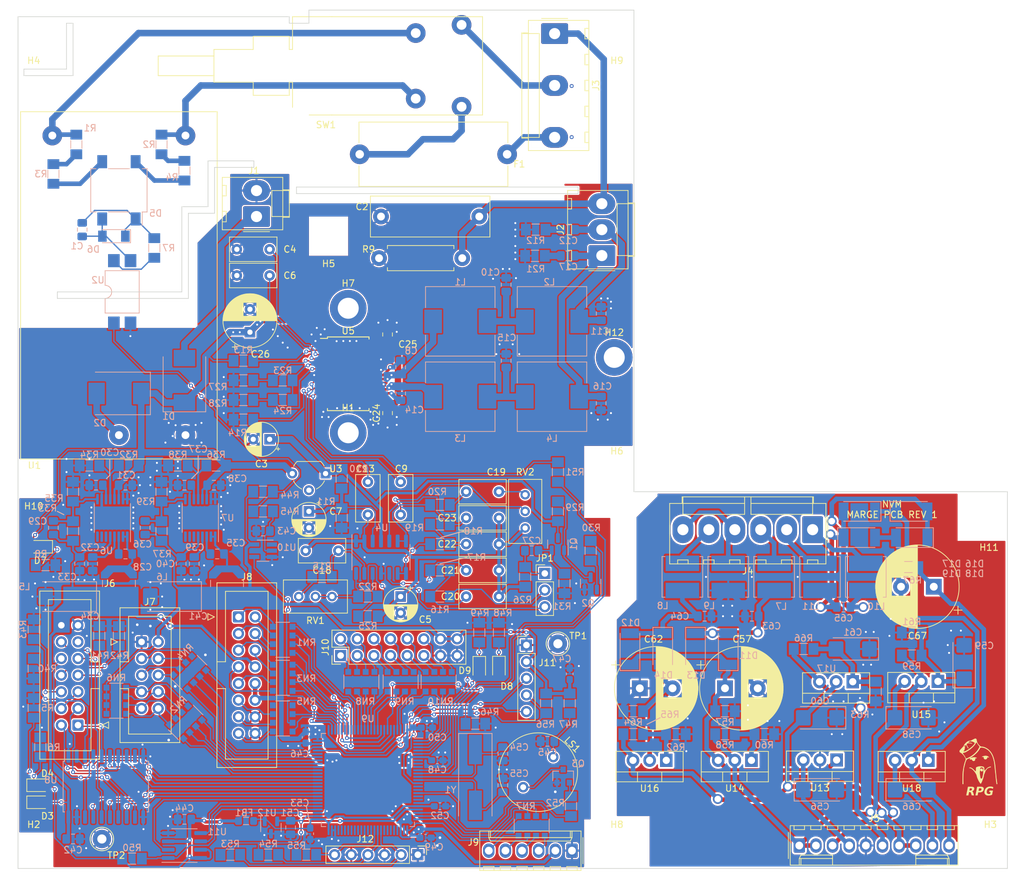
<source format=kicad_pcb>
(kicad_pcb (version 20211014) (generator pcbnew)
  (layers (0 "F.Cu" signal) (31 "B.Cu" signal) (34 "B.Paste" user) (35 "F.Paste" user) (36 "B.SilkS" user "B.Silkscreen") (37 "F.SilkS" user "F.Silkscreen") (38 "B.Mask" user) (39 "F.Mask" user) (44 "Edge.Cuts" user))
  (net 0 "")
  (net 1 "GNDREF")
  (net 2 "GND")
  (net 3 "Net-(C4-Pad1)")
  (net 4 "+12V")
  (net 5 "Net-(C18-Pad1)")
  (net 6 "/nvm_pmain_amp/OUT_P")
  (net 7 "/nvm_pmain_amp/OUT_N")
  (net 8 "Earth")
  (net 9 "Net-(C1-Pad1)")
  (net 10 "Net-(C32-Pad1)")
  (net 11 "Net-(C1-Pad2)")
  (net 12 "Net-(JP1-Pad2)")
  (net 13 "Net-(JP1-Pad3)")
  (net 14 "GNDA")
  (net 15 "Net-(C7-Pad1)")
  (net 16 "Net-(C30-Pad1)")
  (net 17 "+5V")
  (net 18 "+3V3")
  (net 19 "+3.3VADC")
  (net 20 "/nvm_pcb_pmain_digital/X1")
  (net 21 "/nvm_pcb_pmain_digital/X2")
  (net 22 "/nvm_pcb_pmain_digital/VREF_M")
  (net 23 "/nvm_pcb_pmain_digital/LED1")
  (net 24 "/nvm_pcb_pmain_digital/LED2")
  (net 25 "/nvm_pcb_pmain_digital/E_CS")
  (net 26 "/nvm_pcb_pmain_digital/E_SCK")
  (net 27 "/nvm_pcb_pmain_digital/E_MOSI")
  (net 28 "/nvm_pcb_pmain_digital/E_RST")
  (net 29 "/nvm_pcb_pmain_digital/E_MISO")
  (net 30 "/nvm_pcb_pmain_digital/AN3")
  (net 31 "/nvm_pcb_pmain_digital/AN2")
  (net 32 "/nvm_pcb_pmain_digital/AN1")
  (net 33 "/nvm_pcb_pmain_digital/K1")
  (net 34 "/nvm_pcb_pmain_digital/K3")
  (net 35 "/nvm_pcb_pmain_digital/K5")
  (net 36 "/nvm_pcb_pmain_digital/K7")
  (net 37 "/nvm_pcb_pmain_digital/K2")
  (net 38 "/nvm_pcb_pmain_digital/K4")
  (net 39 "/nvm_pcb_pmain_digital/K6")
  (net 40 "/nvm_pcb_pmain_digital/K8")
  (net 41 "/nvm_pcb_pmain_digital/DOT7")
  (net 42 "/nvm_pcb_pmain_digital/DOT5")
  (net 43 "/nvm_pcb_pmain_digital/DOT2")
  (net 44 "/nvm_pcb_pmain_digital/DOT8")
  (net 45 "/nvm_pcb_pmain_digital/DOT6")
  (net 46 "/nvm_pcb_pmain_digital/DOT3")
  (net 47 "/nvm_pcb_pmain_digital/DOT1")
  (net 48 "/nvm_pcb_pmain_digital/SWCLK")
  (net 49 "/nvm_pcb_pmain_digital/NRST")
  (net 50 "/nvm_pcb_pmain_digital/SWDIO")
  (net 51 "/nvm_pcb_pmain_digital/EE_CS")
  (net 52 "/nvm_pcb_pmain_digital/EE_MISO")
  (net 53 "/nvm_pcb_pmain_digital/EE_MOSI")
  (net 54 "/nvm_pcb_pmain_digital/EE_SCK")
  (net 55 "/nvm_pcb_pmain_digital/DO5")
  (net 56 "/nvm_pcb_pmain_digital/DO6")
  (net 57 "/nvm_pcb_pmain_digital/DO7")
  (net 58 "/nvm_pcb_pmain_digital/DO8")
  (net 59 "/nvm_pcb_pmain_digital/DO1")
  (net 60 "/nvm_pcb_pmain_digital/DO3")
  (net 61 "/nvm_pcb_pmain_digital/DO2")
  (net 62 "Net-(C8-Pad2)")
  (net 63 "Net-(C17-Pad1)")
  (net 64 "Net-(C19-Pad1)")
  (net 65 "Net-(C28-Pad1)")
  (net 66 "Net-(C8-Pad1)")
  (net 67 "Net-(C9-Pad2)")
  (net 68 "Net-(C10-Pad2)")
  (net 69 "Net-(F1-Pad2)")
  (net 70 "Net-(C14-Pad2)")
  (net 71 "Net-(F1-Pad1)")
  (net 72 "Net-(C15-Pad2)")
  (net 73 "Net-(C20-Pad1)")
  (net 74 "Net-(C21-Pad1)")
  (net 75 "Net-(C22-Pad1)")
  (net 76 "Net-(C23-Pad1)")
  (net 77 "Net-(C27-Pad1)")
  (net 78 "Net-(R1-Pad1)")
  (net 79 "Net-(R1-Pad2)")
  (net 80 "Net-(C27-Pad2)")
  (net 81 "Net-(C28-Pad2)")
  (net 82 "/nvm_pcb_pmain_digital/AB_CTRL")
  (net 83 "/nvm_pcb_pmain_digital/AB_RST")
  (net 84 "/nvm_pcb_pmain_digital/AB_TX")
  (net 85 "/nvm_pcb_pmain_digital/AB_RX")
  (net 86 "/nvm_pcb_pmain_digital/EIO1")
  (net 87 "/nvm_pcb_pmain_digital/EU2RX")
  (net 88 "/nvm_pcb_pmain_digital/EU1RX")
  (net 89 "/nvm_pcb_pmain_digital/EIO2")
  (net 90 "/nvm_pcb_pmain_digital/EU2TX")
  (net 91 "/nvm_pcb_pmain_digital/EU1TX")
  (net 92 "/nvm_pcb_pmain_digital/EX12")
  (net 93 "/nvm_pcb_pmain_digital/EX11")
  (net 94 "/nvm_pcb_pmain_digital/EX10")
  (net 95 "/nvm_pcb_pmain_digital/EX9")
  (net 96 "/nvm_pcb_pmain_digital/EX8")
  (net 97 "/nvm_pcb_pmain_digital/EX7")
  (net 98 "/nvm_pcb_pmain_digital/EX6")
  (net 99 "/nvm_pcb_pmain_digital/EX5")
  (net 100 "/nvm_pcb_pmain_digital/EX4")
  (net 101 "/nvm_pcb_pmain_digital/EX3")
  (net 102 "/nvm_pcb_pmain_digital/EX2")
  (net 103 "/nvm_pcb_pmain_digital/EX1")
  (net 104 "Net-(Q1-Pad1)")
  (net 105 "Net-(C29-Pad2)")
  (net 106 "/nvm_pcb_pmain_digital/ZCD_C")
  (net 107 "/nvm_pcb_pmain_digital/ZCD")
  (net 108 "Net-(C35-Pad1)")
  (net 109 "Net-(J6-Pad5)")
  (net 110 "Net-(J6-Pad6)")
  (net 111 "Net-(C37-Pad1)")
  (net 112 "+9VA")
  (net 113 "Net-(C39-Pad1)")
  (net 114 "/nvm_pcb_pmain_digital/MUTE")
  (net 115 "Net-(C43-Pad1)")
  (net 116 "Net-(C45-Pad2)")
  (net 117 "Net-(C57-Pad1)")
  (net 118 "Net-(C61-Pad2)")
  (net 119 "Net-(C13-Pad1)")
  (net 120 "Net-(C14-Pad1)")
  (net 121 "Net-(C62-Pad2)")
  (net 122 "Net-(C19-Pad2)")
  (net 123 "Net-(C63-Pad2)")
  (net 124 "Net-(C35-Pad2)")
  (net 125 "Net-(C36-Pad2)")
  (net 126 "Net-(C64-Pad2)")
  (net 127 "Net-(C59-Pad1)")
  (net 128 "/nvm_pmain_fpsu/FGND_A")
  (net 129 "Net-(D1-Pad2)")
  (net 130 "/nvm_pmain_fpsu/FGND_D")
  (net 131 "/nvm_pmain_fpsu/F5V_A")
  (net 132 "/nvm_pmain_fpsu/F5V_D")
  (net 133 "/nvm_pmain_fpsu/F+15V")
  (net 134 "/nvm_pmain_fpsu/F-15V")
  (net 135 "Net-(D2-Pad2)")
  (net 136 "Net-(D3-Pad1)")
  (net 137 "Net-(D4-Pad1)")
  (net 138 "Net-(D5-Pad3)")
  (net 139 "Net-(D5-Pad4)")
  (net 141 "Net-(D7-Pad1)")
  (net 142 "Net-(D9-Pad1)")
  (net 143 "/nvm_pmain_fpsu/REC_S_HI")
  (net 144 "/nvm_pmain_fpsu/REC_S_LO")
  (net 145 "/nvm_pmain_fpsu/REC_S_MID")
  (net 146 "/nvm_pmain_fpsu/REC_N_HI")
  (net 147 "/nvm_pmain_fpsu/REC_N_LO")
  (net 148 "Net-(J3-Pad3)")
  (net 150 "Net-(R13-Pad1)")
  (net 152 "Net-(J8-Pad1)")
  (net 153 "Net-(J8-Pad2)")
  (net 154 "Net-(J8-Pad7)")
  (net 158 "Net-(J8-Pad9)")
  (net 159 "Net-(J8-Pad11)")
  (net 160 "Net-(J8-Pad13)")
  (net 161 "Net-(J8-Pad15)")
  (net 162 "Net-(J9-Pad3)")
  (net 163 "Net-(J9-Pad4)")
  (net 164 "Net-(J9-Pad5)")
  (net 165 "Net-(C6-Pad1)")
  (net 166 "Net-(C9-Pad1)")
  (net 167 "Net-(C12-Pad1)")
  (net 168 "Net-(J9-Pad6)")
  (net 169 "Net-(J10-Pad1)")
  (net 170 "Net-(D8-Pad1)")
  (net 171 "Net-(J10-Pad2)")
  (net 172 "Net-(R23-Pad1)")
  (net 173 "Net-(J10-Pad3)")
  (net 174 "Net-(J10-Pad4)")
  (net 175 "Net-(R32-Pad2)")
  (net 176 "Net-(J10-Pad5)")
  (net 177 "Net-(J10-Pad6)")
  (net 178 "Net-(J10-Pad7)")
  (net 179 "Net-(J10-Pad8)")
  (net 180 "Net-(J10-Pad9)")
  (net 181 "Net-(J10-Pad10)")
  (net 182 "Net-(J10-Pad11)")
  (net 183 "Net-(J6-Pad7)")
  (net 184 "Net-(J6-Pad8)")
  (net 185 "Net-(J10-Pad12)")
  (net 186 "Net-(Q2-Pad1)")
  (net 187 "Net-(R2-Pad1)")
  (net 188 "Net-(R2-Pad2)")
  (net 189 "Net-(R7-Pad2)")
  (net 190 "Net-(J7-Pad3)")
  (net 191 "Net-(J7-Pad5)")
  (net 192 "Net-(R15-Pad2)")
  (net 193 "Net-(R18-Pad1)")
  (net 194 "Net-(R20-Pad1)")
  (net 195 "Net-(R22-Pad1)")
  (net 196 "Net-(R23-Pad2)")
  (net 197 "Net-(R24-Pad1)")
  (net 198 "Net-(J7-Pad4)")
  (net 199 "Net-(J7-Pad6)")
  (net 200 "Net-(J8-Pad3)")
  (net 201 "Net-(J8-Pad4)")
  (net 202 "Net-(J8-Pad5)")
  (net 203 "Net-(J8-Pad6)")
  (net 204 "Net-(R36-Pad2)")
  (net 205 "Net-(R46-Pad2)")
  (net 206 "Net-(R58-Pad2)")
  (net 207 "Net-(R62-Pad2)")
  (net 213 "/nvm_pcb_pmain_digital/KC5")
  (net 214 "/nvm_pcb_pmain_digital/KC6")
  (net 215 "/nvm_pcb_pmain_digital/KC7")
  (net 216 "/nvm_pcb_pmain_digital/KC8")
  (net 242 "/nvm_pcb_pmain_digital/S_DRIV")
  (net 243 "/nvm_pcb_pmain_digital/S_MUTE")
  (net 246 "Net-(C65-Pad1)")
  (net 248 "Net-(C65-Pad2)")
  (net 250 "Net-(C67-Pad1)")
  (net 251 "Net-(LS1-Pad2)")
  (net 252 "Net-(Q3-Pad1)")
  (net 253 "/nvm_pcb_pmain_digital/BEEP")
  (net 254 "/nvm_pmain_fpsu/F+8V")
  (net 255 "/nvm_pmain_fpsu/F-8V")
  (footprint "MountingHole:MountingHole_3.2mm_M3" (layer "F.Cu") (at 160 -141.5 180)
    (fp_text reference "H5")
    (fp_text value "MountingHole")
  )
  (footprint "MountingHole:MountingHole_3.2mm_M3" (layer "F.Cu") (at 204 -104.5)
    (fp_text reference "H6")
    (fp_text value "MountingHole")
  )
  (footprint "Capacitor_THT:CP_Radial_D5.0mm_P2.50mm" (layer "F.Cu") (at 157 -99.5 -90)
    (fp_text reference "C7")
    (fp_text value "22u")
  )
  (footprint "Capacitor_THT:C_Rect_L18.0mm_W6.0mm_P15.00mm_FKS3_FKP3" (layer "F.Cu") (at 168 -144.5)
    (fp_text reference "C2")
    (fp_text value "47n")
  )
  (footprint "Package_SO:HTSSOP-32-1EP_6.1x11mm_P0.65mm_EP5.2x11mm_Mask4.11x4.36mm" (layer "F.Cu") (at 163 -120.5)
    (fp_text reference "U5")
    (fp_text value "TPS3116D2")
  )
  (footprint "Capacitor_THT:CP_Radial_D5.0mm_P2.50mm" (layer "F.Cu") (at 171 -86.5 -90)
    (fp_text reference "C5")
    (fp_text value "22u")
  )
  (footprint "Capacitor_THT:CP_Radial_D12.5mm_P5.00mm" (layer "F.Cu") (at 252.367677 -88 180)
    (fp_text reference "C67")
    (fp_text value "1m2")
  )
  (footprint "Package_TO_SOT_THT:TO-92_Wide" (layer "F.Cu") (at 159.54 -105.27 180)
    (fp_text reference "U3")
    (fp_text value "L78L09")
  )
  (footprint "Connector_PinHeader_2.54mm:PinHeader_1x05_P2.54mm_Vertical" (layer "F.Cu") (at 190.2 -79.1)
    (fp_text reference "J11")
    (fp_text value "Conn_01x05_Male" hide)
  )
  (footprint "Connector_Molex:Molex_KK-396_A-41791-0005_1x05_P3.96mm_Vertical" (layer "F.Cu") (at 194.5 -172.42 -90)
    (fp_text reference "J3")
    (fp_text value "Conn_01x05_Male")
  )
  (footprint "TestPoint:TestPoint_Loop_D3.50mm_Drill1.4mm_Beaded" (layer "F.Cu") (at 125.4 -49.5)
    (fp_text reference "TP2")
    (fp_text value "TestPoint")
  )
  (footprint "Connector_IDC:IDC-Header_2x07_P2.54mm_Vertical" (layer "F.Cu") (at 121.7525 -66.88 180)
    (fp_text reference "J6")
    (fp_text value "Conn_02x07_Odd_Even" hide)
  )
  (footprint "Package_TO_SOT_THT:TO-220-3_Vertical" (layer "F.Cu") (at 240 -73.5 180)
    (fp_text reference "U17")
    (fp_text value "LM337_TO220")
  )
  (footprint "Capacitor_THT:C_Rect_L7.0mm_W3.5mm_P5.00mm" (layer "F.Cu") (at 151 -135.5 180)
    (fp_text reference "C6")
    (fp_text value "1u")
  )
  (footprint "Fuse:Fuseholder_Cylinder-5x20mm_Schurter_0031_8201_Horizontal_Open" (layer "F.Cu") (at 187.25 -154 180)
    (fp_text reference "F1")
    (fp_text value "Fuse")
  )
  (footprint "MountingHole:MountingHole_3.2mm_M3_DIN965_Pad" (layer "F.Cu") (at 203.6 -123)
    (fp_text reference "H12")
    (fp_text value "MountingHole")
  )
  (footprint "Capacitor_THT:CP_Radial_D5.0mm_P2.50mm" (layer "F.Cu") (at 151 -110.5 180)
    (fp_text reference "C3")
    (fp_text value "22u")
  )
  (footprint "MountingHole:MountingHole_3.2mm_M3" (layer "F.Cu") (at 261 -47.5)
    (fp_text reference "H3")
    (fp_text value "MountingHole")
  )
  (footprint "Capacitor_THT:C_Rect_L7.0mm_W3.5mm_P5.00mm" (layer "F.Cu") (at 151 -139.5 180)
    (fp_text reference "C4")
    (fp_text value "1u")
  )
  (footprint "Capacitor_THT:C_Rect_L7.0mm_W3.5mm_P5.00mm" (layer "F.Cu") (at 181 -94.5)
    (fp_text reference "C22")
    (fp_text value "220n")
  )
  (footprint "LED_SMD:LED_0805_2012Metric_Pad1.15x1.40mm_HandSolder" (layer "F.Cu") (at 116 -94.1 180)
    (fp_text reference "D7")
    (fp_text value "LED")
  )
  (footprint "Connector_IDC:IDC-Header_2x05_P2.54mm_Vertical" (layer "F.Cu") (at 131.46 -79.58)
    (fp_text reference "J7")
    (fp_text value "Conn_02x05_Odd_Even" hide)
  )
  (footprint "jlib2:beeper12" (layer "F.Cu") (at 192 -59.7 -135)
    (fp_text reference "LS1")
    (fp_text value "Speaker")
  )
  (footprint "Capacitor_THT:C_Rect_L7.0mm_W3.5mm_P5.00mm" (layer "F.Cu") (at 186 -102.5 180)
    (fp_text reference "C19")
    (fp_text value "1u")
  )
  (footprint "MountingHole:MountingHole_3.2mm_M3_DIN965_Pad" (layer "F.Cu") (at 163 -130.5)
    (fp_text reference "H7")
    (fp_text value "MountingHole")
  )
  (footprint "Connector_Molex:Molex_KK-396_A-41791-0006_1x06_P3.96mm_Vertical" (layer "F.Cu") (at 233.88 -96.71 180)
    (fp_text reference "J4")
    (fp_text value "Conn_01x06_Male" hide)
  )
  (footprint "j_lib:logo_rpg7x9" (layer "F.Cu") (at 259.4 -60.2)
    (fp_text reference "LOGO1" hide)
    (fp_text value "logo_generic" hide)
  )
  (footprint "LED_SMD:LED_0805_2012Metric_Pad1.15x1.40mm_HandSolder" (layer "F.Cu") (at 183 -75.5 -90)
    (fp_text reference "D9")
    (fp_text value "LED")
  )
  (footprint "Connector_PinHeader_2.54mm:PinHeader_1x03_P2.54mm_Vertical" (layer "F.Cu") (at 193 -90.025)
    (fp_text reference "JP1")
    (fp_text value "Jumper_3_Bridged12" hide)
  )
  (footprint "Capacitor_THT:C_Rect_L7.0mm_W3.5mm_P5.00mm" (layer "F.Cu") (at 181 -86.5)
    (fp_text reference "C20")
    (fp_text value "220n")
  )
  (footprint "Connector_PinHeader_2.54mm:PinHeader_2x08_P2.54mm_Vertical" (layer "F.Cu") (at 161.84 -77.5 90)
    (fp_text reference "J10")
    (fp_text value "Conn_02x08_Odd_Even" hide)
  )
  (footprint "j_lib:NE18-2P" (layer "F.Cu") (at 155.5 -167.5 180)
    (fp_text reference "SW1")
    (fp_text value "NE018")
  )
  (footprint "Capacitor_THT:C_Rect_L7.0mm_W3.5mm_P5.00mm" (layer "F.Cu") (at 181 -98.5)
    (fp_text reference "C23")
    (fp_text value "22n")
  )
  (footprint "MountingHole:MountingHole_3.2mm_M3" (layer "F.Cu") (at 204 -172.5 180)
    (fp_text reference "H9")
    (fp_text value "MountingHole")
  )
  (footprint "Package_TO_SOT_THT:TO-220-3_Vertical" (layer "F.Cu") (at 253 -73.555 180)
    (fp_text reference "U15")
    (fp_text value "LM317_TO-220")
  )
  (footprint "Capacitor_THT:C_Rect_L7.0mm_W3.5mm_P5.00mm" (layer "F.Cu") (at 166 -104 -90)
    (fp_text reference "C13")
    (fp_text value "1u")
  )
  (footprint "Connector_Molex:Molex_KK-254_AE-6410-06A_1x06_P2.54mm_Vertical" (layer "F.Cu") (at 197.15 -47.72 180)
    (fp_text reference "J9")
    (fp_text value "Conn_01x06_Male")
  )
  (footprint "MountingHole:MountingHole_3.2mm_M3" (layer "F.Cu") (at 115 -47.5)
    (fp_text reference "H2")
    (fp_text value "MountingHole")
  )
  (footprint "MountingHole:MountingHole_3.2mm_M3" (layer "F.Cu") (at 204 -47.5)
    (fp_text reference "H8")
    (fp_text value "MountingHole")
  )
  (footprint "Capacitor_THT:CP_Radial_D8.0mm_P3.50mm" (layer "F.Cu") (at 148 -126.847349 90)
    (fp_text reference "C26")
    (fp_text value "470u")
  )
  (footprint "Connector_Molex:Molex_KK-396_A-41791-0003_1x03_P3.96mm_Vertical" (layer "F.Cu") (at 201.705 -138.54 90)
    (fp_text reference "J2")
    (fp_text value "Conn_01x03_Male")
  )
  (footprint "j_lib:KPSB25" (layer "F.Cu") (at 128 -134 -90)
    (fp_text reference "U1")
    (fp_text value "KPSB25")
  )
  (footprint "LED_SMD:LED_0805_2012Metric_Pad1.15x1.40mm_HandSolder" (layer "F.Cu") (at 115.8 -55.1)
    (fp_text reference "D3")
    (fp_text value "LED")
  )
  (footprint "Connector_IDC:IDC-Header_2x08_P2.54mm_Vertical" (layer "F.Cu") (at 146.2475 -83.39)
    (fp_text reference "J8")
    (fp_text value "Conn_02x08_Odd_Even" hide)
  )
  (footprint "Capacitor_THT:CP_Radial_D12.5mm_P5.00mm" (layer "F.Cu") (at 220.5 -72.5)
    (fp_text reference "C57")
    (fp_text value "1m2")
  )
  (footprint "TestPoint:TestPoint_Loop_D3.50mm_Drill1.4mm_Beaded" (layer "F.Cu") (at 195 -79.3)
    (fp_text reference "TP1")
    (fp_text value "TestPoint" hide)
  )
  (footprint "MountingHole:MountingHole_3.2mm_M3" (layer "F.Cu") (at 115 -104.5 180)
    (fp_text reference "H10")
    (fp_text value "MountingHole")
  )
  (footprint "Connector_Molex:Molex_KK-396_A-41791-0002_1x02_P3.96mm_Vertical" (layer "F.Cu") (at 149 -144.5 90)
    (fp_text reference "J1")
    (fp_text value "Conn_01x02_Male")
  )
  (footprint "Potentiometer_THT:Potentiometer_Bourns_3296W_Vertical" (layer "F.Cu") (at 155.45 -86.5 180)
    (fp_text reference "RV1")
    (fp_text value "100k")
  )
  (footprint "Capacitor_THT:CP_Radial_D12.5mm_P5.00mm" (layer "F.Cu") (at 207.5 -72.5)
    (fp_text reference "C62")
    (fp_text value "1m2")
  )
  (footprint "Package_TO_SOT_THT:TO-220-3_Vertical" (layer "F.Cu") (at 237.54 -61.555 180)
    (fp_text reference "U13")
    (fp_text value "LM7805_TO220")
  )
  (footprint "Resistor_THT:R_Axial_DIN0411_L9.9mm_D3.6mm_P12.70mm_Horizontal" (layer "F.Cu") (at 167.7 -138.15)
    (fp_text reference "R9")
    (fp_text value "1k")
  )
  (footprint "Capacitor_THT:C_Rect_L7.0mm_W3.5mm_P5.00mm" (layer "F.Cu") (at 161.5 -93.5 180)
    (fp_text reference "C18")
    (fp_text value "220n")
  )
  (footprint "Connector_Molex:Molex_KK-254_AE-6410-10A_1x10_P2.54mm_Vertical" (layer "F.Cu") (at 231.84 -48.5)
    (fp_text reference "J5")
    (fp_text value "Conn_01x10_Male" hide)
  )
  (footprint "Package_TO_SOT_THT:TO-220-3_Vertical" (layer "F.Cu") (at 224.54 -61.5 180)
    (fp_text reference "U14")
    (fp_text value "LM317_TO-220")
  )
  (footprint "Potentiometer_THT:Potentiometer_Bourns_3296W_Vertical" (layer "F.Cu") (at 190 -102.04 90)
    (fp_text reference "RV2")
    (fp_text value "10k")
  )
  (footprint "MountingHole:MountingHole_3.2mm_M3" (layer "F.Cu") (at 261 -99.5)
    (fp_text reference "H11")
    (fp_text value "MountingHole")
  )
  (footprint "LED_SMD:LED_0805_2012Metric_Pad1.15x1.40mm_HandSolder" (layer "F.Cu") (at 186 -75.525 -90)
    (fp_text reference "D8")
    (fp_text value "LED")
  )
  (footprint "Package_TO_SOT_THT:TO-220-3_Vertical" (layer "F.Cu") (at 211.54 -61.5 180)
    (fp_text reference "U16")
    (fp_text value "LM337_TO220")
  )
  (footprint "MountingHole:MountingHole_3.2mm_M3" (layer "F.Cu") (at 115 -172.5 180)
    (fp_text reference "H4")
    (fp_text value "MountingHole")
  )
  (footprint "Connector_PinHeader_2.54mm:PinHeader_1x06_P2.54mm_Vertical" (layer "F.Cu") (at 173.62 -47.1 -90)
    (fp_text reference "J12")
    (fp_text value "Conn_01x06_Male" hide)
  )
  (footprint "Capacitor_THT:C_Rect_L7.0mm_W3.5mm_P5.00mm" (layer "F.Cu") (at 171 -104 -90)
    (fp_text reference "C9")
    (fp_text value "1u")
  )
  (footprint "LED_SMD:LED_0805_2012Metric_Pad1.15x1.40mm_HandSolder" (layer "F.Cu") (at 115.8 -57.7)
    (fp_text reference "D4")
    (fp_text value "LED")
  )
  (footprint "Capacitor_SMD:C_0805_2012Metric_Pad1.18x1.45mm_HandSolder" (layer "F.Cu") (at 169 -126.5 -90)
    (fp_text reference "C25")
    (fp_text value "220n")
  )
  (footprint "Package_TO_SOT_THT:TO-220-3_Vertical" (layer "F.Cu") (at 251.54 -61.5 180)
    (fp_text reference "U18")
    (fp_text value "LM7805_TO220")
  )
  (footprint "MountingHole:MountingHole_3.2mm_M3_DIN965_Pad" (layer "F.Cu") (at 163 -111.5)
    (fp_text reference "H1")
    (fp_text value "MountingHole")
  )
  (footprint "Capacitor_THT:C_Rect_L7.0mm_W3.5mm_P5.00mm" (layer "F.Cu") (at 181 -90.5)
    (fp_text reference "C21")
    (fp_text value "22n")
  )
  (footprint "Capacitor_SMD:C_0805_2012Metric_Pad1.18x1.45mm_HandSolder" (layer "F.Cu") (at 169 -114.5 90)
    (fp_text reference "C24")
    (fp_text value "220n")
  )
  (footprint "Resistor_SMD:R_MiniMELF_MMA-0204" (layer "B.Cu") (at 195 -105.5 -90)
    (fp_text reference "R51")
    (fp_text value "240R")
  )
  (footprint "Resistor_SMD:R_MiniMELF_MMA-0204" (layer "B.Cu") (at 183 -81 -90)
    (fp_text reference "R49")
    (fp_text value "620R")
  )
  (footprint "Resistor_SMD:R_MiniMELF_MMA-0204" (layer "B.Cu") (at 195 -99.5 -90)
    (fp_text reference "R29")
    (fp_text value "18k7")
  )
  (footprint "Inductor_SMD:L_Bourns_SRN6045TA" (layer "B.Cu") (at 228 -89.5 -90)
    (fp_text reference "L7")
    (fp_text value "68u")
  )
  (footprint "Resistor_SMD:R_MiniMELF_MMA-0204" (layer "B.Cu") (at 166 -83.5 180)
    (fp_text reference "R25")
    (fp_text value "18k7")
  )
  (footprint "Resistor_SMD:R_MiniMELF_MMA-0204" (layer "B.Cu") (at 121 -96.5 90)
    (fp_text reference "R33")
    (fp_text value "1M")
  )
  (footprint "Capacitor_SMD:C_0805_2012Metric_Pad1.18x1.45mm_HandSolder" (layer "B.Cu") (at 171 -117.5 -90)
    (fp_text reference "C14")
    (fp_text value "220n")
  )
  (footprint "Resistor_SMD:R_MiniMELF_MMA-0204" (layer "B.Cu") (at 249 -81 180)
    (fp_text reference "R61")
    (fp_text value "1k2")
  )
  (footprint "Resistor_SMD:R_MiniMELF_MMA-0204" (layer "B.Cu") (at 115 -81.5 -90)
    (fp_text reference "R43")
    (fp_text value "620R")
  )
  (footprint "Capacitor_SMD:C_0805_2012Metric_Pad1.18x1.45mm_HandSolder" (layer "B.Cu") (at 154.2 -51.25 -90)
    (fp_text reference "C51")
    (fp_text value "2u2")
  )
  (footprint "Capacitor_SMD:C_0603_1608Metric_Pad1.08x0.95mm_HandSolder" (layer "B.Cu") (at 196.8 -74.7 90)
    (fp_text reference "C47")
    (fp_text value "100n")
  )
  (footprint "Resistor_SMD:R_MiniMELF_MMA-0204" (layer "B.Cu") (at 121.5 -155.5 -90)
    (fp_text reference "R1")
    (fp_text value "39k")
  )
  (footprint "Capacitor_SMD:C_0805_2012Metric_Pad1.18x1.45mm_HandSolder" (layer "B.Cu") (at 124 -91.5 -90)
    (fp_text reference "C32")
    (fp_text value "2u2")
  )
  (footprint "Resistor_SMD:R_MiniMELF_MMA-0204" (layer "B.Cu") (at 138 -151.5 -90)
    (fp_text reference "R4")
    (fp_text value "39k")
  )
  (footprint "Capacitor_SMD:C_0603_1608Metric_Pad1.08x0.95mm_HandSolder" (layer "B.Cu") (at 156.5 -65 -90)
    (fp_text reference "C46")
    (fp_text value "100n")
  )
  (footprint "Resistor_SMD:R_MiniMELF_MMA-0204" (layer "B.Cu") (at 133.4 -139.7 -90)
    (fp_text reference "R7")
    (fp_text value "240R")
  )
  (footprint "Resistor_SMD:R_MiniMELF_MMA-0204" (layer "B.Cu") (at 159 -89.5 180)
    (fp_text reference "R15")
    (fp_text value "18k7")
  )
  (footprint "Resistor_SMD:R_MiniMELF_MMA-0204" (layer "B.Cu") (at 166 -86.5 180)
    (fp_text reference "R22")
    (fp_text value "18k7")
  )
  (footprint "Inductor_SMD:L_10.4x10.4_H4.8" (layer "B.Cu") (at 180.1 -117)
    (fp_text reference "L3")
    (fp_text value "10u")
  )
  (footprint "Diode_SMD:D_MELF" (layer "B.Cu") (at 249 -99.5)
    (fp_text reference "D16")
    (fp_text value "1N5819")
  )
  (footprint "Resistor_SMD:R_Array_Convex_4x1206" (layer "B.Cu") (at 176.8 -73.5 -90)
    (fp_text reference "RN10")
    (fp_text value "51R")
  )
  (footprint "Capacitor_SMD:C_0805_2012Metric_Pad1.18x1.45mm_HandSolder" (layer "B.Cu") (at 122.4 -142.5 90)
    (fp_text reference "C1")
    (fp_text value "220n")
  )
  (footprint "Resistor_SMD:R_MiniMELF_MMA-0204" (layer "B.Cu") (at 142.84 -106.5 180)
    (fp_text reference "R36")
    (fp_text value "100K")
  )
  (footprint "Capacitor_SMD:C_0805_2012Metric_Pad1.18x1.45mm_HandSolder" (layer "B.Cu") (at 129 -103.5)
    (fp_text reference "C31")
    (fp_text value "2u2")
  )
  (footprint "Resistor_SMD:R_MiniMELF_MMA-0204" (layer "B.Cu") (at 156.6 -47.1 180)
    (fp_text reference "R55")
    (fp_text value "2K4")
  )
  (footprint "Inductor_SMD:L_Coilcraft_LPS5030" (layer "B.Cu") (at 128 -88.5 -90)
    (fp_text reference "L5")
    (fp_text value "33u")
  )
  (footprint "Crystal:Crystal_SMD_HC49-SD" (layer "B.Cu") (at 182.4 -58.9 -90)
    (fp_text reference "Y1")
    (fp_text value "8MHz")
  )
  (footprint "Resistor_SMD:R_MiniMELF_MMA-0204" (layer "B.Cu") (at 196.8 -70.2 -90)
    (fp_text reference "R47")
    (fp_text value "24R")
  )
  (footprint "Resistor_SMD:R_MiniMELF_MMA-0204" (layer "B.Cu") (at 220.5 -65.5)
    (fp_text reference "R58")
    (fp_text value "220R")
  )
  (footprint "Resistor_SMD:R_MiniMELF_MMA-0204" (layer "B.Cu") (at 177 -90.5 180)
    (fp_text reference "R17")
    (fp_text value "180k")
  )
  (footprint "Capacitor_Tantalum_SMD:CP_EIA-6032-28_Kemet-C_Pad2.25x2.35mm_HandSolder" (layer "B.Cu") (at 235 -68 180)
    (fp_text reference "C60")
    (fp_text value "22u")
  )
  (footprint "Resistor_SMD:R_MiniMELF_MMA-0204" (layer "B.Cu") (at 248.5 -91 180)
    (fp_text reference "R67")
    (fp_text value "18k7")
  )
  (footprint "Capacitor_SMD:C_0805_2012Metric_Pad1.18x1.45mm_HandSolder" (layer "B.Cu") (at 150 -96.5 180)
    (fp_text reference "C43")
    (fp_text value "220n")
  )
  (footprint "Resistor_SMD:R_MiniMELF_MMA-0204" (layer "B.Cu") (at 232.5 -78.5 180)
    (fp_text reference "R66")
    (fp_text value "240R")
  )
  (footprint "Capacitor_SMD:C_0805_2012Metric_Pad1.18x1.45mm_HandSolder" (layer "B.Cu") (at 187.1 -122.5 -90)
    (fp_text reference "C15")
    (fp_text value "680n")
  )
  (footprint "Inductor_SMD:L_Bourns_SRN6045TA" (layer "B.Cu") (at 214 -89.5 -90)
    (fp_text reference "L8")
    (fp_text value "68u")
  )
  (footprint "Inductor_SMD:L_Bourns_SRN6045TA" (layer "B.Cu") (at 235 -89.5 -90)
    (fp_text reference "L11")
    (fp_text value "68u")
  )
  (footprint "Resistor_SMD:R_MiniMELF_MMA-0204" (layer "B.Cu") (at 147 -113.5 180)
    (fp_text reference "R14")
    (fp_text value "100K")
  )
  (footprint "Capacitor_SMD:C_0805_2012Metric_Pad1.18x1.45mm_HandSolder" (layer "B.Cu") (at 139.5 -91.5 -90)
    (fp_text reference "C39")
    (fp_text value "2u2")
  )
  (footprint "Diode_SMD:D_SMC" (layer "B.Cu") (at 128 -117.5 180)
    (fp_text reference "D2")
    (fp_text value "B340")
  )
  (footprint "Capacitor_SMD:C_0805_2012Metric_Pad1.18x1.45mm_HandSolder" (layer "B.Cu") (at 129 -93 180)
    (fp_text reference "C28")
    (fp_text value "680n")
  )
  (footprint "Resistor_SMD:R_MiniMELF_MMA-0204" (layer "B.Cu") (at 190 -89.5 -90)
    (fp_text reference "R26")
    (fp_text value "180k")
  )
  (footprint "Capacitor_SMD:C_0805_2012Metric_Pad1.18x1.45mm_HandSolder" (layer "B.Cu") (at 143 -93 180)
    (fp_text reference "C35")
    (fp_text value "680n")
  )
  (footprint "Package_SO:SOIC-8_3.9x4.9mm_P1.27mm" (layer "B.Cu") (at 138 -48.5)
    (fp_text reference "U11")
    (fp_text value "25LC640")
  )
  (footprint "Capacitor_SMD:C_0805_2012Metric_Pad1.18x1.45mm_HandSolder" (layer "B.Cu") (at 224.6 -83.5)
    (fp_text reference "C63")
    (fp_text value "220n")
  )
  (footprint "Resistor_SMD:R_MiniMELF_MMA-0204" (layer "B.Cu") (at 191.6 -142.5)
    (fp_text reference "R12")
    (fp_text value "3R3")
  )
  (footprint "Capacitor_SMD:C_0805_2012Metric_Pad1.18x1.45mm_HandSolder" (layer "B.Cu") (at 142.5 -103.5)
    (fp_text reference "C38")
    (fp_text value "2u2")
  )
  (footprint "Resistor_SMD:R_MiniMELF_MMA-0204" (layer "B.Cu") (at 125 -80.5 -90)
    (fp_text reference "R41")
    (fp_text value "620R")
  )
  (footprint "Resistor_SMD:R_MiniMELF_MMA-0204" (layer "B.Cu") (at 134.5 -155.5 -90)
    (fp_text reference "R2")
    (fp_text value "39k")
  )
  (footprint "Capacitor_Tantalum_SMD:CP_EIA-6032-28_Kemet-C_Pad2.25x2.35mm_HandSolder" (layer "B.Cu") (at 257 -76.5 90)
    (fp_text reference "C59")
    (fp_text value "22u")
  )
  (footprint "Resistor_SMD:R_MiniMELF_MMA-0204" (layer "B.Cu") (at 116 -63.5 90)
    (fp_text reference "R6")
    (fp_text value "620R")
  )
  (footprint "Capacitor_SMD:C_0805_2012Metric_Pad1.18x1.45mm_HandSolder" (layer "B.Cu") (at 187.1 -134.1 -90)
    (fp_text reference "C10")
    (fp_text value "680n")
  )
  (footprint "Resistor_SMD:R_MiniMELF_MMA-0204" (layer "B.Cu") (at 177 -86.5 180)
    (fp_text reference "R16")
    (fp_text value "18k7")
  )
  (footprint "Capacitor_SMD:C_0805_2012Metric_Pad1.18x1.45mm_HandSolder" (layer "B.Cu") (at 138 -103.5 180)
    (fp_text reference "C37")
    (fp_text value "2u2")
  )
  (footprint "Resistor_SMD:R_MiniMELF_MMA-0204" (layer "B.Cu") (at 177 -94.5)
    (fp_text reference "R18")
    (fp_text value "18k7")
  )
  (footprint "Capacitor_Tantalum_SMD:CP_EIA-7343-31_Kemet-D_Pad2.25x2.55mm_HandSolder" (layer "B.Cu") (at 136 -86.5 180)
    (fp_text reference "C41")
    (fp_text value "100u")
  )
  (footprint "Capacitor_SMD:C_0805_2012Metric_Pad1.18x1.45mm_HandSolder" (layer "B.Cu") (at 193.4 -64.4)
    (fp_text reference "C45")
    (fp_text value "2u2")
  )
  (footprint "Diode_SMD:D_MELF" (layer "B.Cu") (at 211 -78.5 -90)
    (fp_text reference "D14")
    (fp_text value "1N5819")
  )
  (footprint "Resistor_SMD:R_MiniMELF_MMA-0204" (layer "B.Cu") (at 115 -69.5 90)
    (fp_text reference "R5")
    (fp_text value "1k2")
  )
  (footprint "Resistor_SMD:R_MiniMELF_MMA-0204" (layer "B.Cu") (at 153 -116.5)
    (fp_text reference "R24")
    (fp_text value "100K")
  )
  (footprint "Diode_SMD:D_SMC" (layer "B.Cu") (at 138 -119.5 90)
    (fp_text reference "D1")
    (fp_text value "B340")
  )
  (footprint "Capacitor_SMD:C_0805_2012Metric_Pad1.18x1.45mm_HandSolder" (layer "B.Cu") (at 122 -91.5 -90)
    (fp_text reference "C33")
    (fp_text value "2u2")
  )
  (footprint "Capacitor_SMD:C_0805_2012Metric_Pad1.18x1.45mm_HandSolder" (layer "B.Cu") (at 201.6 -129.7 -90)
    (fp_text reference "C11")
    (fp_text value "680n")
  )
  (footprint "Resistor_SMD:R_MiniMELF_MMA-0204" (layer "B.Cu") (at 206.5 -69)
    (fp_text reference "R64")
    (fp_text value "18k7")
  )
  (footprint "Resistor_SMD:R_MiniMELF_MMA-0204" (layer "B.Cu") (at 128 -80.5 -90)
    (fp_text reference "R42")
    (fp_text value "620R")
  )
  (footprint "Capacitor_SMD:C_0805_2012Metric_Pad1.18x1.45mm_HandSolder" (layer "B.Cu") (at 137.5 -91.5 -90)
    (fp_text reference "C40")
    (fp_text value "2u2")
  )
  (footprint "Resistor_SMD:R_MiniMELF_MMA-0204" (layer "B.Cu") (at 150 -99.5)
    (fp_text reference "R45")
    (fp_text value "18k7")
  )
  (footprint "Capacitor_SMD:C_0805_2012Metric_Pad1.18x1.45mm_HandSolder" (layer "B.Cu") (at 186.6 -57.7 90)
    (fp_text reference "C55")
    (fp_text value "33p")
  )
  (footprint "Resistor_SMD:R_MiniMELF_MMA-0204" (layer "B.Cu") (at 249 -77.5)
    (fp_text reference "R59")
    (fp_text value "240R")
  )
  (footprint "Capacitor_SMD:C_0805_2012Metric_Pad1.18x1.45mm_HandSolder" (layer "B.Cu") (at 217.4 -83.5 180)
    (fp_text reference "C64")
    (fp_text value "220n")
  )
  (footprint "Resistor_SMD:R_MiniMELF_MMA-0204" (layer "B.Cu") (at 177 -97.5)
    (fp_text reference "R19")
    (fp_text value "180k")
  )
  (footprint "Diode_SMD:D_MELF" (layer "B.Cu") (at 249 -95.5 180)
    (fp_text reference "D18")
    (fp_text value "1N5819")
  )
  (footprint "Capacitor_SMD:C_0603_1608Metric_Pad1.08x0.95mm_HandSolder" (layer "B.Cu") (at 157.2 -50.3 -90)
    (fp_text reference "C53")
    (fp_text value "100n")
  )
  (footprint "Resistor_SMD:R_Array_Convex_4x1206" (layer "B.Cu") (at 127.6 -70.6 180)
    (fp_text reference "RN6")
    (fp_text value "20k")
  )
  (footprint "Resistor_SMD:R_MiniMELF_MMA-0204" (layer "B.Cu") (at 226.5 -65.5)
    (fp_text reference "R60")
    (fp_text value "2k61")
  )
  (footprint "Capacitor_SMD:C_0603_1608Metric_Pad1.08x0.95mm_HandSolder" (layer "B.Cu") (at 177 -54.5)
    (fp_text reference "C52")
    (fp_text value "100n")
  )
  (footprint "Resistor_SMD:R_MiniMELF_MMA-0204" (layer "B.Cu") (at 182.4 -67.1 180)
    (fp_text reference "R46")
    (fp_text value "18k7")
  )
  (footprint "Resistor_SMD:R_MiniMELF_MMA-0204" (layer "B.Cu") (at 130 -46.5 180)
    (fp_text reference "R50")
    (fp_text value "18k7")
  )
  (footprint "Package_DIP:SMDIP-4_W9.53mm" (layer "B.Cu") (at 128.5 -133 -90)
    (fp_text reference "U2")
    (fp_text value "PC817")
  )
  (footprint "Resistor_SMD:R_Array_Convex_4x1206" (layer "B.Cu") (at 138.8 -74.9 -45)
    (fp_text reference "RN4")
    (fp_text value "51R")
  )
  (footprint "Capacitor_Tantalum_SMD:CP_EIA-6032-28_Kemet-C_Pad2.25x2.35mm_HandSolder" (layer "B.Cu") (at 249 -68)
    (fp_text reference "C58")
    (fp_text value "22u")
  )
  (footprint "Resistor_SMD:R_MiniMELF_MMA-0204" (layer "B.Cu") (at 150.8 -47.1 180)
    (fp_text reference "R54")
    (fp_text value "2K4")
  )
  (footprint "Resistor_SMD:R_MiniMELF_MMA-0204" (layer "B.Cu") (at 153 -119.5)
    (fp_text reference "R23")
    (fp_text value "240R")
  )
  (footprint "Resistor_SMD:R_MiniMELF_MMA-0204" (layer "B.Cu") (at 196 -88.5 -90)
    (fp_text reference "R31")
    (fp_text value "6k2")
  )
  (footprint "Resistor_SMD:R_Array_Convex_4x1206" (layer "B.Cu") (at 138.2 -67.3 -45)
    (fp_text reference "RN2")
    (fp_text value "51R")
  )
  (footprint "Capacitor_Tantalum_SMD:CP_EIA-7343-31_Kemet-D_Pad2.25x2.55mm_HandSolder" (layer "B.Cu") (at 120 -86.5 180)
    (fp_text reference "C34")
    (fp_text value "100u")
  )
  (footprint "Capacitor_SMD:C_0805_2012Metric_Pad1.18x1.45mm_HandSolder" (layer "B.Cu") (at 121 -49.5)
    (fp_text reference "C42")
    (fp_text value "220n")
  )
  (footprint "Package_TO_SOT_SMD:SOT-23-5_HandSoldering" (layer "B.Cu") (at 150 -93.5 180)
    (fp_text reference "U10")
    (fp_text value "74LVC1G14")
  )
  (footprint "Resistor_SMD:R_MiniMELF_MMA-0204" (layer "B.Cu") (at 115 -75.5 90)
    (fp_text reference "R40")
    (fp_text value "620R")
  )
  (footprint "Inductor_SMD:L_Bourns_SRN6045TA" (layer "B.Cu") (at 242 -89.5 -90)
    (fp_text reference "L10")
    (fp_text value "68u")
  )
  (footprint "Capacitor_SMD:C_0805_2012Metric_Pad1.18x1.45mm_HandSolder" (layer "B.Cu") (at 201.6 -116 90)
    (fp_text reference "C16")
    (fp_text value "680n")
  )
  (footprint "Capacitor_SMD:C_0805_2012Metric_Pad1.18x1.45mm_HandSolder" (layer "B.Cu") (at 191 -93.5)
    (fp_text reference "C27")
    (fp_text value "220n")
  )
  (footprint "Capacitor_SMD:C_0805_2012Metric_Pad1.18x1.45mm_HandSolder" (layer "B.Cu") (at 186.6 -62.5 -90)
    (fp_text reference "C54")
    (fp_text value "33p")
  )
  (footprint "Capacitor_SMD:C_0805_2012Metric_Pad1.18x1.45mm_HandSolder" (layer "B.Cu") (at 138 -52.5 180)
    (fp_text reference "C44")
    (fp_text value "220n")
  )
  (footprint "Resistor_SMD:R_MiniMELF_MMA-0204" (layer "B.Cu") (at 145 -47.1 180)
    (fp_text reference "R53")
    (fp_text value "2K4")
  )
  (footprint "Resistor_SMD:R_MiniMELF_MMA-0204" (layer "B.Cu") (at 193.2 -70.2 90)
    (fp_text reference "R56")
    (fp_text value "18k7")
  )
  (footprint "Inductor_SMD:L_Bourns_SRN6045TA" (layer "B.Cu") (at 221 -89.5 -90)
    (fp_text reference "L9")
    (fp_text value "68u")
  )
  (footprint "Resistor_SMD:R_MiniMELF_MMA-0204" (layer "B.Cu") (at 134.5 -96.5 90)
    (fp_text reference "R37")
    (fp_text value "1M")
  )
  (footprint "Capacitor_SMD:C_0805_2012Metric_Pad1.18x1.45mm_HandSolder" (layer "B.Cu") (at 124.5 -103.5 180)
    (fp_text reference "C30")
    (fp_text value "2u2")
  )
  (footprint "Inductor_SMD:L_10.4x10.4_H4.8" (layer "B.Cu") (at 180.1 -128.5)
    (fp_text reference "L1")
    (fp_text value "10u")
  )
  (footprint "Resistor_SMD:R_MiniMELF_MMA-0204" (layer "B.Cu") (at 243.5 -72 90)
    (fp_text reference "R63")
    (fp_text value "1k2")
  )
  (footprint "Capacitor_SMD:C_0805_2012Metric_Pad1.18x1.45mm_HandSolder" (layer "B.Cu") (at 132 -97 90)
    (fp_text reference "C36")
    (fp_text value "33p")
  )
  (footprint "Diode_SMD:D_MELF" (layer "B.Cu") (at 206 -78.5 90)
    (fp_text reference "D12")
    (fp_text value "1N5819")
  )
  (footprint "Package_SO:HTSSOP-16-1EP_4.4x5mm_P0.65mm_EP3.4x5mm_Mask2.46x2.31mm" (layer "B.Cu") (at 140.42 -98.5 90)
    (fp_text reference "U7")
    (fp_text value "LM43600")
  )
  (footprint "Resistor_SMD:R_MiniMELF_MMA-0204" (layer "B.Cu") (at 162 -104.5 90)
    (fp_text reference "R10")
    (fp_text value "18k7")
  )
  (footprint "Capacitor_Tantalum_SMD:CP_EIA-6032-28_Kemet-C_Pad2.25x2.35mm_HandSolder" (layer "B.Cu") (at 240 -78.5 180)
    (fp_text reference "C61")
    (fp_text value "22u")
  )
  (footprint "Resistor_SMD:R_MiniMELF_MMA-0204" (layer "B.Cu") (at 177 -100.5)
    (fp_text reference "R20")
    (fp_text value "240R")
  )
  (footprint "Resistor_SMD:R_MiniMELF_MMA-0204" (layer "B.Cu") (at 137 -106.5 180)
    (fp_text reference "R38")
    (fp_text value "39k")
  )
  (footprint "Resistor_SMD:R_MiniMELF_MMA-0204" (layer "B.Cu") (at 134.5 -102.5 90)
    (fp_text reference "R39")
    (fp_text value "442k")
  )
  (footprint "Resistor_SMD:R_MiniMELF_MMA-0204" (layer "B.Cu") (at 116.8 -91.3)
    (fp_text reference "R8")
    (fp_text value "2K4")
  )
  (footprint "Package_QFP:TQFP-100_14x14mm_P0.5mm" (layer "B.Cu") (at 166 -58.5 180)
    (fp_text reference "U9")
    (fp_text value "STM32F373VB")
  )
  (footprint "Resistor_SMD:R_MiniMELF_MMA-0204" (layer "B.Cu") (at 213 -65.5 180)
    (fp_text reference "R62")
    (fp_text value "2k61")
  )
  (footprint "Capacitor_SMD:C_0805_2012Metric_Pad1.18x1.45mm_HandSolder" (layer "B.Cu") (at 171 -121.5 90)
    (fp_text reference "C8")
    (fp_text value "220n")
  )
  (footprint "Resistor_SMD:R_MiniMELF_MMA-0204" (layer "B.Cu") (at 147 -122.5 180)
    (fp_text reference "R13")
    (fp_text value "100K")
  )
  (footprint "Diode_SMD:D_MiniMELF" (layer "B.Cu") (at 127.23 -141.5 180)
    (fp_text reference "D6")
    (fp_text value "4V7")
  )
  (footprint "Resistor_SMD:R_Array_Convex_4x1206" (layer "B.Cu") (at 171 -73.5 -90)
    (fp_text reference "RN9")
    (fp_text value "51R")
  )
  (footprint "Resistor_SMD:R_MiniMELF_MMA-0204" (layer "B.Cu") (at 186 -81 -90)
    (fp_text reference "R48")
    (fp_text value "620R")
  )
  (footprint "Capacitor_SMD:C_0805_2012Metric_Pad1.18x1.45mm_HandSolder" (layer "B.Cu") (at 238.6 -84.9)
    (fp_text reference "C65")
    (fp_text value "220n")
  )
  (footprint "Resistor_SMD:R_MiniMELF_MMA-0204" (layer "B.Cu") (at 118 -151 -90)
    (fp_text reference "R3")
    (fp_text value "39k")
  )
  (footprint "Package_TO_SOT_SMD:SOT-23" (layer "B.Cu") (at 151.2 -51.25 -90)
    (fp_text reference "U12")
    (fp_text value "MCP1525-TT")
  )
  (footprint "Resistor_SMD:R_MiniMELF_MMA-0204" (layer "B.Cu") (at 129.5 -106.5 180)
    (fp_text reference "R32")
    (fp_text value "100K")
  )
  (footprint "Diode_SMD:D_MELF" (layer "B.Cu") (at 221 -78.5 90)
    (fp_text reference "D11")
    (fp_text value "1N5819")
  )
  (footprint "Inductor_SMD:L_10.4x10.4_H4.8" (layer "B.Cu") (at 194.1 -117)
    (fp_text reference "L4")
    (fp_text value "10u")
  )
  (footprint "Resistor_SMD:R_Array_Convex_4x1206" (layer "B.Cu") (at 153 -67.9)
    (fp_text reference "RN5")
    (fp_text value "51R")
  )
  (footprint "Resistor_SMD:R_Array_Convex_4x1206" (layer "B.Cu") (at 153 -74.1)
    (fp_text reference "RN3")
    (fp_text value "51R")
  )
  (footprint "Diode_SMD:D_MELF" (layer "B.Cu") (at 216 -78.5 -90)
    (fp_text reference "D13")
    (fp_text value "1N5819")
  )
  (footprint "Package_TO_SOT_SMD:SOT-23" (layer "B.Cu") (at 195.8 -59.1 90)
    (fp_text reference "Q3")
    (fp_text value "BC847")
  )
  (footprint "Inductor_SMD:L_Coilcraft_LPS5030" (layer "B.Cu") (at 144.5 -88.5 -90)
    (fp_text reference "L6")
    (fp_text value "22u")
  )
  (footprint "Capacitor_SMD:C_0805_2012Metric_Pad1.18x1.45mm_HandSolder" (layer "B.Cu") (at 196.5 -138.5)
    (fp_text reference "C17")
    (fp_text value "10n")
  )
  (footprint "Package_SO:SOIC-20W_7.5x12.8mm_P1.27mm" (layer "B.Cu") (at 126 -57.5 -90)
    (fp_text reference "U8")
    (fp_text value "74HCT244")
  )
  (footprint "Capacitor_Tantalum_SMD:CP_EIA-6032-28_Kemet-C_Pad2.25x2.35mm_HandSolder" (layer "B.Cu") (at 249 -57)
    (fp_text reference "C66")
    (fp_text value "22u")
  )
  (footprint "Capacitor_SMD:C_0603_1608Metric_Pad1.08x0.95mm_HandSolder" (layer "B.Cu") (at 176.6 -61.5)
    (fp_text reference "C48")
    (fp_text value "100n")
  )
  (footprint "Resistor_SMD:R_MiniMELF_MMA-0204" (layer "B.Cu") (at 123.5 -106.5 180)
    (fp_text reference "R34")
    (fp_text value "39k")
  )
  (footprint "Package_TO_SOT_SMD:SOT-23" (layer "B.Cu") (at 200 -88.5 90)
    (fp_text reference "Q2")
    (fp_text value "BC847")
  )
  (footprint "Resistor_SMD:R_Array_Convex_4x1206" (layer "B.Cu") (at 165 -73.5 -90)
    (fp_text reference "RN8")
    (fp_text value "51R")
  )
  (footprint "Diode_SMD:D_MELF" (layer "B.Cu") (at 241 -95.5)
    (fp_text reference "D19")
    (fp_text value "1N5819")
  )
  (footprint "Resistor_SMD:R_MiniMELF_MMA-0204" (layer "B.Cu") (at 150 -102.5)
    (fp_text reference "R44")
    (fp_text value "18k7")
  )
  (footprint "Resistor_SMD:R_MiniMELF_MMA-0204" (layer "B.Cu") (at 197 -54.5 90)
    (fp_text reference "R52")
    (fp_text value "6k2")
  )
  (footprint "Inductor_SMD:L_10.4x10.4_H4.8" (layer "B.Cu") (at 194.1 -128.5)
    (fp_text reference "L2")
    (fp_text value "10u")
  )
  (footprint "Diode_SMD:Diode_Bridge_Diotec_SO-DIL-Slim" (layer "B.Cu") (at 128 -148.5 90)
    (fp_text reference "D5")
    (fp_text value "DF10S")
  )
  (footprint "Resistor_SMD:R_MiniMELF_MMA-0204" (layer "B.Cu") (at 206.5 -65.5 180)
    (fp_text reference "R65")
    (fp_text value "220R")
  )
  (footprint "Capacitor_SMD:C_0805_2012Metric_Pad1.18x1.45mm_HandSolder" (layer "B.Cu") (at 118 -97 90)
    (fp_text reference "C29")
    (fp_text value "33p")
  )
  (footprint "Capacitor_SMD:C_0805_2012Metric_Pad1.18x1.45mm_HandSolder" (layer "B.Cu") (at 196.6 -142.5)
    (fp_text reference "C12")
    (fp_text value "10n")
  )
  (footprint "Inductor_SMD:L_0805_2012Metric_Pad1.05x1.20mm_HandSolder" (layer "B.Cu") (at 147.4 -52.25 180)
    (fp_text reference "FB1")
    (fp_text value "Ferrite_Bead_Small")
  )
  (footprint "Package_TO_SOT_SMD:SOT-23" (layer "B.Cu") (at 195 -94.5 90)
    (fp_text reference "Q1")
    (fp_text value "BC847")
  )
  (footprint "Resistor_SMD:R_MiniMELF_MMA-0204" (layer "B.Cu") (at 200 -93.5 90)
    (fp_text reference "R30")
    (fp_text value "6k2")
  )
  (footprint "Resistor_SMD:R_MiniMELF_MMA-0204" (layer "B.Cu") (at 191.5 -138.5)
    (fp_text reference "R21")
    (fp_text value "3R3")
  )
  (footprint "Capacitor_SMD:C_0603_1608Metric_Pad1.08x0.95mm_HandSolder" (layer "B.Cu") (at 174.8 -49.7)
    (fp_text reference "C49")
    (fp_text value "100n")
  )
  (footprint "Diode_SMD:D_MELF" (layer "B.Cu") (at 241 -99.5 180)
    (fp_text reference "D17")
    (fp_text value "1N5819")
  )
  (footprint "Resistor_SMD:R_MiniMELF_MMA-0204" (layer "B.Cu") (at 147 -119.5)
    (fp_text reference "R27")
    (fp_text value "100K")
  )
  (footprint "Capacitor_SMD:C_0603_1608Metric_Pad1.08x0.95mm_HandSolder" (layer "B.Cu") (at 175 -66.5)
    (fp_text reference "C50")
    (fp_text value "100n")
  )
  (footprint "Resistor_SMD:R_MiniMELF_MMA-0204" (layer "B.Cu") (at 121 -102.5 90)
    (fp_text reference "R35")
    (fp_text value "249k")
  )
  (footprint "Package_SO:HTSSOP-16-1EP_4.4x5mm_P0.65mm_EP3.4x5mm_Mask2.46x2.31mm" (layer "B.Cu") (at 127 -98.5 90)
    (fp_text reference "U6")
    (fp_text value "LM43600")
  )
  (footprint "Resistor_SMD:R_MiniMELF_MMA-0204" (layer "B.Cu") (at 162 -98.5 90)
    (fp_text reference "R11")
    (fp_text value "18k7")
  )
  (footprint "Resistor_SMD:R_Array_Convex_4x1206" (layer "B.Cu") (at 191 -51.5 90)
    (fp_text reference "RN7")
    (fp_text value "51R")
  )
  (footprint "Resistor_SMD:R_Array_Convex_4x1206" (layer "B.Cu") (at 153 -79.9)
    (fp_text reference "RN1")
    (fp_text value "51R")
  )
  (footprint "Resistor_SMD:R_MiniMELF_MMA-0204" (layer "B.Cu") (at 147 -116.5)
    (fp_text reference "R28")
    (fp_text value "39k")
  )
  (footprint "Capacitor_Tantalum_SMD:CP_EIA-6032-28_Kemet-C_Pad2.25x2.35mm_HandSolder" (layer "B.Cu") (at 235 -57)
    (fp_text reference "C56")
    (fp_text value "22u")
  )
  (footprint "Package_SO:SO-14_3.9x8.65mm_P1.27mm" (layer "B.Cu") (at 168 -92.5 -90)
    (fp_text reference "U4")
    (fp_text value "LM324")
  )
  (footprint "Resistor_SMD:R_MiniMELF_MMA-0204" (layer "B.Cu") (at 220.5 -69)
    (fp_text reference "R57")
    (fp_text value "18k7")
  )
  (gr_line (start 181.1 -92.5) (end 177 -91.5) (layer "B.SilkS") (width 0.15))
  (gr_line (start 210.6 -68) (end 208.6 -67) (layer "B.SilkS") (width 0.15))
  (gr_line (start 156.6 -54.5) (end 157.1 -52) (layer "B.SilkS") (width 0.15))
  (gr_line (start 140.1 -108) (end 140.1 -105.5) (layer "B.SilkS") (width 0.15))
  (gr_line (start 126.6 -107.5) (end 126.6 -105) (layer "B.SilkS") (width 0.15))
  (gr_line (start 126.6 -105) (end 126.1 -104.5) (layer "B.SilkS") (width 0.15))
  (gr_line (start 180.6 -96.5) (end 177.1 -95.5) (layer "B.SilkS") (width 0.15))
  (gr_line (start 140.1 -105.5) (end 139.1 -104.5) (layer "B.SilkS") (width 0.15))
  (gr_line (start 118.6 -99.5) (end 119.6 -99) (layer "B.SilkS") (width 0.15))
  (gr_line (start 157 -176) (end 206.6 -176) (layer "Edge.Cuts") (width 0.1))
  (gr_line (start 155.1 -148) (end 198.1 -148) (layer "Edge.Cuts") (width 0.1))
  (gr_line (start 137.6 -133) (end 137.6 -146) (layer "Edge.Cuts") (width 0.1))
  (gr_line (start 148.6 -152) (end 142.6 -152) (layer "Edge.Cuts") (width 0.1))
  (gr_line (start 157 -174) (end 157 -176) (layer "Edge.Cuts") (width 0.1))
  (gr_line (start 263.6 -102.5) (end 206.6 -102.5) (layer "Edge.Cuts") (width 0.1))
  (gr_line (start 155.1 -149) (end 155.1 -148) (layer "Edge.Cuts") (width 0.1))
  (gr_line (start 141.6 -146) (end 141.6 -153) (layer "Edge.Cuts") (width 0.1))
  (gr_line (start 206.6 -102.5) (end 206.6 -176) (layer "Edge.Cuts") (width 0.1))
  (gr_line (start 137.6 -146) (end 141.6 -146) (layer "Edge.Cuts") (width 0.1))
  (gr_line (start 148.6 -153) (end 148.6 -152) (layer "Edge.Cuts") (width 0.1))
  (gr_line (start 120 -167) (end 120 -174) (layer "Edge.Cuts") (width 0.1))
  (gr_line (start 118.6 -132) (end 118.6 -133) (layer "Edge.Cuts") (width 0.1))
  (gr_line (start 141.6 -153) (end 148.6 -153) (layer "Edge.Cuts") (width 0.1))
  (gr_line (start 154 -175) (end 112.6 -175) (layer "Edge.Cuts") (width 0.1))
  (gr_line (start 138.6 -132) (end 118.6 -132) (layer "Edge.Cuts") (width 0.1))
  (gr_line (start 142.6 -152) (end 142.6 -145) (layer "Edge.Cuts") (width 0.1))
  (gr_line (start 112.6 -45) (end 263.6 -45) (layer "Edge.Cuts") (width 0.1))
  (gr_line (start 263.6 -45) (end 263.6 -102.5) (layer "Edge.Cuts") (width 0.1))
  (gr_line (start 154 -175) (end 154 -174) (layer "Edge.Cuts") (width 0.1))
  (gr_line (start 121 -174) (end 121 -166) (layer "Edge.Cuts") (width 0.1))
  (gr_line (start 138.6 -145) (end 138.6 -132) (layer "Edge.Cuts") (width 0.1))
  (gr_line (start 118.6 -133) (end 137.6 -133) (layer "Edge.Cuts") (width 0.1))
  (gr_line (start 121 -166) (end 113.5 -166) (layer "Edge.Cuts") (width 0.1))
  (gr_line (start 112.6 -175) (end 112.6 -45) (layer "Edge.Cuts") (width 0.1))
  (gr_line (start 113.5 -167) (end 113.5 -166) (layer "Edge.Cuts") (width 0.1))
  (gr_line (start 142.6 -145) (end 138.6 -145) (layer "Edge.Cuts") (width 0.1))
  (gr_line (start 113.5 -167) (end 120 -167) (layer "Edge.Cuts") (width 0.1))
  (gr_line (start 198.1 -148) (end 198.1 -149) (layer "Edge.Cuts") (width 0.1))
  (gr_line (start 198.1 -149) (end 155.1 -149) (layer "Edge.Cuts") (width 0.1))
  (gr_line (start 154 -174) (end 157 -174) (layer "Edge.Cuts") (width 0.1))
  (gr_line (start 120 -174) (end 121 -174) (layer "Edge.Cuts") (width 0.1))
  (gr_text "NVM\nMARGE PCB REV 1" (at 246 -99.8) (layer "F.SilkS") (effects (font (size 1 1))))
  (segment (start 187.5 -94.5) (end 186 -94.5) (width 0.5) (layer "B.Cu") (net 1))
  (segment (start 168 -83.5) (end 171 -86.5) (width 0.5) (layer "B.Cu") (net 1))
  (segment (start 173.4 -88.9) (end 173.4 -92.5) (width 0.5) (layer "B.Cu") (net 1))
  (segment (start 186 -86.5) (end 186 -90.5) (width 0.5) (layer "B.Cu") (net 1))
  (segment (start 157.975 -94.975) (end 164.19 -94.975) (width 0.5) (layer "B.Cu") (net 1))
  (segment (start 186 -92.9) (end 186 -94.5) (width 0.5) (layer "B.Cu") (net 1))
  (segment (start 165.46 -96.96) (end 166 -97.5) (width 0.2) (layer "B.Cu") (net 1))
  (segment (start 165.46 -94.975) (end 165.46 -94.04) (width 0.5) (layer "B.Cu") (net 1))
  (segment (start 165.46 -94.975) (end 165.46 -96.96) (width 0.2) (layer "B.Cu") (net 1))
  (segment (start 156.5 -93.5) (end 157.975 -94.975) (width 0.5) (layer "B.Cu") (net 1))
  (segment (start 165.46 -94.04) (end 166 -93.5) (width 0.5) (layer "B.Cu") (net 1))
  (segment (start 186 -98.5) (end 186 -94.5) (width 0.5) (layer "B.Cu") (net 1))
  (segment (start 190 -88) (end 187.5 -88) (width 0.5) (layer "B.Cu") (net 1))
  (segment (start 171 -86.5) (end 173.4 -88.9) (width 0.5) (layer "B.Cu") (net 1))
  (segment (start 166 -93.5) (end 171.74003 -93.5) (width 0.5) (layer "B.Cu") (net 1))
  (segment (start 166 -97.5) (end 166 -99) (width 0.2) (layer "B.Cu") (net 1))
  (segment (start 186 -92.5) (end 186 -92.9) (width 0.5) (layer "B.Cu") (net 1))
  (segment (start 172.74003 -92.5) (end 173.4 -92.5) (width 0.5) (layer "B.Cu") (net 1))
  (segment (start 189.96 -96.96) (end 187.5 -94.5) (width 0.5) (layer "B.Cu") (net 1))
  (segment (start 164.19 -94.975) (end 165.46 -94.975) (width 0.5) (layer "B.Cu") (net 1))
  (segment (start 190 -96.96) (end 189.96 -96.96) (width 0.5) (layer "B.Cu") (net 1))
  (segment (start 186 -92.9) (end 186 -90.5) (width 0.5) (layer "B.Cu") (net 1))
  (segment (start 173.4 -92.5) (end 186 -92.5) (width 0.5) (layer "B.Cu") (net 1))
  (segment (start 187.5 -88) (end 186 -86.5) (width 0.5) (layer "B.Cu") (net 1))
  (segment (start 167.5 -83.5) (end 168 -83.5) (width 0.5) (layer "B.Cu") (net 1))
  (segment (start 171.74003 -93.5) (end 172.74003 -92.5) (width 0.5) (layer "B.Cu") (net 1))
  (segment (start 165.275 -122.775) (end 163 -120.5) (width 0.4) (layer "F.Cu") (net 2))
  (segment (start 166.65 -118.875) (end 168.375 -118.875) (width 0.4) (layer "F.Cu") (net 2))
  (segment (start 159.850978 -125.375) (end 160.8 -125.375) (width 0.4) (layer "F.Cu") (net 2))
  (segment (start 166.65 -122.775) (end 165.275 -122.775) (width 0.4) (layer "F.Cu") (net 2))
  (segment (start 162.675 -120.175) (end 163 -120.5) (width 0.4) (layer "F.Cu") (net 2))
  (segment (start 157.925 -120.175) (end 157.8 -120.3) (width 0.4) (layer "F.Cu") (net 2))
  (segment (start 164.45 -115.45) (end 166.4 -113.5) (width 1) (layer "F.Cu") (net 2))
  (segment (start 161.225 -125.475) (end 159.4 -127.3) (width 0.7) (layer "F.Cu") (net 2))
  (segment (start 164.625 -118.875) (end 163 -120.5) (width 0.4) (layer "F.Cu") (net 2))
  (segment (start 166.65 -120.825) (end 167.477152 -120.825) (width 0.4) (layer "F.Cu") (net 2))
  (segment (start 163 -122.674022) (end 163 -120.5) (width 0.4) (layer "F.Cu") (net 2))
  (segment (start 161.3 -115.2) (end 160 -113.9) (width 1) (layer "F.Cu") (net 2))
  (segment (start 163 -116.9) (end 161.3 -115.2) (width 1) (layer "F.Cu") (net 2))
  (segment (start 162.925 -122.775) (end 166.65 -122.775) (width 0.4) (layer "F.Cu") (net 2))
  (segment (start 159.35 -120.175) (end 157.925 -120.175) (width 0.4) (layer "F.Cu") (net 2))
  (segment (start 159.35 -125.95) (end 158.8 -126.5) (width 0.4) (layer "F.Cu") (net 2))
  (segment (start 163 -123.7) (end 161.225 -125.475) (width 0.7) (layer "F.Cu") (net 2))
  (segment (start 166.65 -120.825) (end 163.325 -120.825) (width 0.4) (layer "F.Cu") (net 2))
  (segment (start 167.925 -122.775) (end 168 -122.7) (width 0.4) (layer "F.Cu") (net 2))
  (segment (start 163.325 -120.825) (end 163 -120.5) (width 0.4) (layer "F.Cu") (net 2))
  (segment (start 163 -120.5) (end 163 -123.7) (width 0.7) (layer "F.Cu") (net 2))
  (segment (start 166.65 -118.875) (end 164.625 -118.875) (width 0.4) (layer "F.Cu") (net 2))
  (segment (start 159.35 -120.175) (end 162.675 -120.175) (width 0.4) (layer "F.Cu") (net 2))
  (segment (start 159.35 -125.375) (end 158.125 -125.375) (width 0.4) (layer "F.Cu") (net 2))
  (segment (start 166.65 -122.775) (end 167.925 -122.775) (width 0.4) (layer "F.Cu") (net 2))
  (segment (start 158.125 -125.375) (end 158 -125.5) (width 0.4) (layer "F.Cu") (net 2))
  (segment (start 163 -120.5) (end 163 -116.9) (width 1) (layer "F.Cu") (net 2))
  (segment (start 163 -116.9) (end 164.45 -115.45) (width 1) (layer "F.Cu") (net 2))
  (segment (start 167.752152 -121.1) (end 168 -121.1) (width 0.4) (layer "F.Cu") (net 2))
  (segment (start 168.375 -118.875) (end 168.4 -118.9) (width 0.4) (layer "F.Cu") (net 2))
  (segment (start 167.477152 -120.825) (end 167.752152 -121.1) (width 0.4) (layer "F.Cu") (net 2))
  (segment (start 159.35 -125.375) (end 159.35 -125.95) (width 0.4) (layer "F.Cu") (net 2))
  (via (at 141.2 -77.6) (size 0.8) (drill 0.4) (layers "F.Cu" "B.Cu") (net 2))
  (via (at 130.2 -99.3) (size 0.6) (drill 0.3) (layers "F.Cu" "B.Cu") (net 2))
  (via (at 163.25 -125.5) (size 0.6) (drill 0.3) (layers "F.Cu" "B.Cu") (net 2))
  (via (at 131 -102.3) (size 0.6) (drill 0.3) (layers "F.Cu" "B.Cu") (net 2))
  (via (at 140.2 -89.1) (size 0.6) (drill 0.3) (layers "F.Cu" "B.Cu") (net 2))
  (via (at 113.4 -69.7) (size 0.6) (drill 0.3) (layers "F.Cu" "B.Cu") (net 2))
  (via (at 144 -120) (size 0.6) (drill 0.3) (layers "F.Cu" "B.Cu") (net 2))
  (via (at 201.6 -132) (size 0.6) (drill 0.3) (layers "F.Cu" "B.Cu") (net 2))
  (via (at 159.4 -127.3) (size 0.6) (drill 0.3) (layers "F.Cu" "B.Cu") (net 2))
  (via (at 133.8 -106.9) (size 0.6) (drill 0.3) (layers "F.Cu" "B.Cu") (net 2))
  (via (at 194.6 -56.7) (size 0.8) (drill 0.4) (layers "F.Cu" "B.Cu") (net 2))
  (via (at 179 -54.5) (size 0.6) (drill 0.3) (layers "F.Cu" "B.Cu") (net 2))
  (via (at 116.25 -66.5) (size 0.6) (drill 0.3) (layers "F.Cu" "B.Cu") (net 2))
  (via (at 135.5 -51.5) (size 0.6) (drill 0.3) (layers "F.Cu" "B.Cu") (net 2))
  (via (at 123.75 -98.5) (size 0.6) (drill 0.3) (layers "F.Cu" "B.Cu") (net 2))
  (via (at 187.2 -60.1) (size 0.6) (drill 0.3) (layers "F.Cu" "B.Cu") (net 2))
  (via (at 176.8 -62.7) (size 0.6) (drill 0.3) (layers "F.Cu" "B.Cu") (net 2))
  (via (at 121.8 -89.1) (size 0.6) (drill 0.3) (layers "F.Cu" "B.Cu") (net 2))
  (via (at 137 -107.1) (size 0.6) (drill 0.3) (layers "F.Cu" "B.Cu") (net 2))
  (via (at 144 -117) (size 0.6) (drill 0.3) (layers "F.Cu" "B.Cu") (net 2))
  (via (at 188.5 -141.5) (size 0.6) (drill 0.3) (layers "F.Cu" "B.Cu") (net 2))
  (via (at 129.75 -126.25) (size 0.6) (drill 0.3) (layers "F.Cu" "B.Cu") (net 2))
  (via (at 198.2 -75.9) (size 0.6) (drill 0.3) (layers "F.Cu" "B.Cu") (net 2))
  (via (at 157.8 -120.3) (size 0.6) (drill 0.3) (layers "F.Cu" "B.Cu") (net 2))
  (via (at 136.2 -53.9) (size 0.6) (drill 0.3) (layers "F.Cu" "B.Cu") (net 2))
  (via (at 151.5 -127.25) (size 0.6) (drill 0.3) (layers "F.Cu" "B.Cu") (net 2))
  (via (at 169 -112.3) (size 0.6) (drill 0.3) (layers "F.Cu" "B.Cu") (net 2))
  (via (at 188.5 -139) (size 0.6) (drill 0.3) (layers "F.Cu" "B.Cu") (net 2))
  (via (at 134.4 -88.5) (size 0.6) (drill 0.3) (layers "F.Cu" "B.Cu") (net 2))
  (via (at 144.6 -104.7) (size 0.6) (drill 0.3) (layers "F.Cu" "B.Cu") (net 2))
  (via (at 131 -56.7) (size 0.6) (drill 0.3) (layers "F.Cu" "B.Cu") (net 2))
  (via (at 140.6 -110) (size 0.6) (drill 0.3) (layers "F.Cu" "B.Cu") (net 2))
  (via (at 133.8 -105.7) (size 0.6) (drill 0.3) (layers "F.Cu" "B.Cu") (net 2))
  (via (at 136.6 -72.8) (size 0.8) (drill 0.4) (layers "F.Cu" "B.Cu") (net 2))
  (via (at 145 -103.5) (size 0.6) (drill 0.3) (layers "F.Cu" "B.Cu") (net 2))
  (via (at 175.25 -55.5) (size 0.6) (drill 0.3) (layers "F.Cu" "B.Cu") (net 2))
  (via (at 162.5 -115.25) (size 0.6) (drill 0.3) (layers "F.Cu" "B.Cu") (net 2))
  (via (at 132.8 -88.7) (size 0.6) (drill 0.3) (layers "F.Cu" "B.Cu") (net 2))
  (via (at 168.4 -118.9) (size 0.6) (drill 0.3) (layers "F.Cu" "B.Cu") (net 2))
  (via (at 123.8 -96.7) (size 0.6) (drill 0.3) (layers "F.Cu" "B.Cu") (net 2))
  (via (at 166.4 -114.7) (size 0.6) (drill 0.3) (layers "F.Cu" "B.Cu") (net 2))
  (via (at 158.2 -127.5) (size 0.6) (drill 0.3) (layers "F.Cu" "B.Cu") (net 2))
  (via (at 123.1 -80.5) (size 0.6) (drill 0.3) (layers "F.Cu" "B.Cu") (net 2))
  (via (at 119.5 -100.5) (size 0.6) (drill 0.3) (layers "F.Cu" "B.Cu") (net 2))
  (via (at 160.5 -49.5) (size 0.6) (drill 0.3) (layers "F.Cu" "B.Cu") (net 2))
  (via (at 188.5 -143.5) (size 0.6) (drill 0.3) (layers "F.Cu" "B.Cu") (net 2))
  (via (at 114.8 -86.5) (size 0.6) (drill 0.3) (layers "F.Cu" "B.Cu") (net 2))
  (via (at 150.2 -50.1) (size 0.6) (drill 0.3) (layers "F.Cu" "B.Cu") (net 2))
  (via (at 123.8 -99.3) (size 0.6) (drill 0.3) (layers "F.Cu" "B.Cu") (net 2))
  (via (at 120 -107.5) (size 0.6) (drill 0.3) (layers "F.Cu" "B.Cu") (net 2))
  (via (at 132.8 -82) (size 0.8) (drill 0.4) (layers "F.Cu" "B.Cu") (net 2))
  (via (at 139.71 -112.69) (size 0.6) (drill 0.3) (layers "F.Cu" "B.Cu") (net 2))
  (via (at 160.25 -97.25) (size 0.6) (drill 0.3) (layers "F.Cu" "B.Cu") (net 2))
  (via (at 163.5 -115.25) (size 0.6) (drill 0.3) (layers "F.Cu" "B.Cu") (net 2))
  (via (at 203.1 -114.5) (size 0.6) (drill 0.3) (layers "F.Cu" "B.Cu") (net 2))
  (via (at 166.4 -113.5) (size 0.6) (drill 0.3) (layers "F.Cu" "B.Cu") (net 2))
  (via (at 171.6 -68.6) (size 0.6) (drill 0.3) (layers "F.Cu" "B.Cu") (net 2))
  (via (at 121.6 -54.5) (size 0.6) (drill 0.3) (layers "F.Cu" "B.Cu") (net 2))
  (via (at 161.225 -125.475) (size 0.6) (drill 0.3) (layers "F.Cu" "B.Cu") (net 2))
  (via (at 130.2 -100.1) (size 0.6) (drill 0.3) (layers "F.Cu" "B.Cu") (net 2))
  (via (at 132.8 -104.7) (size 0.6) (drill 0.3) (layers "F.Cu" "B.Cu") (net 2))
  (via (at 200.1 -114.5) (size 0.6) (drill 0.3) (layers "F.Cu" "B.Cu") (net 2))
  (via (at 181.2 -82.5) (size 0.6) (drill 0.3) (layers "F.Cu" "B.Cu") (net 2))
  (via (at 166.8 -112.7) (size 0.6) (drill 0.3) (layers "F.Cu" "B.Cu") (net 2))
  (via (at 150 -97.9) (size 0.6) (drill 0.3) (layers "F.Cu" "B.Cu") (net 2))
  (via (at 134.6 -84.9) (size 0.6) (drill 0.3) (layers "F.Cu" "B.Cu") (net 2))
  (via (at 185.1 -135) (size 0.6) (drill 0.3) (layers "F.Cu" "B.Cu") (net 2))
  (via (at 116.8 -88.7) (size 0.6) (drill 0.3) (layers "F.Cu" "B.Cu") (net 2))
  (via (at 168 -122.7) (size 0.6) (drill 0.3) (layers "F.Cu" "B.Cu") (net 2))
  (via (at 176.6 -48.5) (size 0.8) (drill 0.4) (layers "F.Cu" "B.Cu") (net 2))
  (via (at 167.6 -112.9) (size 0.6) (drill 0.3) (layers "F.Cu" "B.Cu") (net 2))
  (via (at 151.4 -91.3) (size 0.6) (drill 0.3) (layers "F.Cu" "B.Cu") (net 2))
  (via (at 170.4 -128.3) (size 0.6) (drill 0.3) (layers "F.Cu" "B.Cu") (net 2))
  (via (at 143.6 -100.3) (size 0.6) (drill 0.3) (layers "F.Cu" "B.Cu") (net 2))
  (via (at 203.1 -130.5) (size 0.6) (drill 0.3) (layers "F.Cu" "B.Cu") (net 2))
  (via (at 177.8 -62.7) (size 0.6) (drill 0.3) (layers "F.Cu" "B.Cu") (net 2))
  (via (at 136.65 -112.65) (size 0.6) (drill 0.3) (layers "F.Cu" "B.Cu") (net 2))
  (via (at 153.8 -63.7) (size 0.6) (drill 0.3) (layers "F.Cu" "B.Cu") (net 2))
  (via (at 175 -67.5) (size 0.6) (drill 0.3) (layers "F.Cu" "B.Cu") (net 2))
  (via (at 186.6 -136.5) (size 0.6) (drill 0.3) (layers "F.Cu" "B.Cu") (net 2))
  (via (at 119.8 -91.9) (size 0.6) (drill 0.3) (layers "F.Cu" "B.Cu") (net 2))
  (via (at 188 -82.3) (size 0.6) (drill 0.3) (layers "F.Cu" "B.Cu") (net 2))
  (via (at 130.2 -96.9) (size 0.6) (drill 0.3) (layers "F.Cu" "B.Cu") (net 2))
  (via (at 137.2 -100.3) (size 0.6) (drill 0.3) (layers "F.Cu" "B.Cu") (net 2))
  (via (at 135.6 -113) (size 0.6) (drill 0.3) (layers "F.Cu" "B.Cu") (net 2))
  (via (at 170.4 -112.7) (size 0.6) (drill 0.3) (layers "F.Cu" "B.Cu") (net 2))
  (via (at 155.4 -63.7) (size 0.6) (drill 0.3) (layers "F.Cu" "B.Cu") (net 2))
  (via (at 195.4 -75.7) (size 0.6) (drill 0.3) (layers "F.Cu" "B.Cu") (net 2))
  (via (at 203.1 -131.5) (size 0.6) (drill 0.3) (layers "F.Cu" "B.Cu") (net 2))
  (via (at 167.6 -128.3) (size 0.6) (drill 0.3) (layers "F.Cu" "B.Cu") (net 2))
  (via (at 131.2 -103.5) (size 0.6) (drill 0.3) (layers "F.Cu" "B.Cu") (net 2))
  (via (at 153 -125.25) (size 0.6) (drill 0.3) (layers "F.Cu" "B.Cu") (net 2))
  (via (at 131.6 -63.9) (size 0.6) (drill 0.3) (layers "F.Cu" "B.Cu") (net 2))
  (via (at 137.25 -98.5) (size 0.6) (drill 0.3) (layers "F.Cu" "B.Cu") (net 2))
  (via (at 131.75 -51) (size 0.6) (drill 0.3) (layers "F.Cu" "B.Cu") (net 2))
  (via (at 123.5 -107.5) (size 0.6) (drill 0.3) (layers "F.Cu" "B.Cu") (net 2))
  (via (at 132.8 -84.5) (size 0.6) (drill 0.3) (layers "F.Cu" "B.Cu") (net 2))
  (via (at 188.1 -125) (size 0.6) (drill 0.3) (layers "F.Cu" "B.Cu") (net 2))
  (via (at 134.6 -86.5) (size 0.6) (drill 0.3) (layers "F.Cu" "B.Cu") (net 2))
  (via (at 185.6 -123.5) (size 0.6) (drill 0.3) (layers "F.Cu" "B.Cu") (net 2))
  (via (at 197.6 -85.5) (size 0.6) (drill 0.3) (layers "F.Cu" "B.Cu") (net 2))
  (via (at 137.2 -99.3) (size 0.6) (drill 0.3) (layers "F.Cu" "B.Cu") (net 2))
  (via (at 152.25 -126.25) (size 0.6) (drill 0.3) (layers "F.Cu" "B.Cu") (net 2))
  (via (at 168.4 -91.5) (size 0.6) (drill 0.3) (layers "F.Cu" "B.Cu") (net 2))
  (via (at 120 -105.5) (size 0.6) (drill 0.3) (layers "F.Cu" "B.Cu") (net 2))
  (via (at 164.25 -125.5) (size 0.6) (drill 0.3) (layers "F.Cu" "B.Cu") (net 2))
  (via (at 123.5 -105) (size 0.6) (drill 0.3) (layers "F.Cu" "B.Cu") (net 2))
  (via (at 158 -125.5) (size 0.6) (drill 0.3) (layers "F.Cu" "B.Cu") (net 2))
  (via (at 140.6 -113) (size 0.6) (drill 0.3) (layers "F.Cu" "B.Cu") (net 2))
  (via (at 141 -91.25) (size 0.6) (drill 0.3) (layers "F.Cu" "B.Cu") (net 2))
  (via (at 153 -92.5) (size 0.6) (drill 0.3) (layers "F.Cu" "B.Cu") (net 2))
  (via (at 167.4 -113.9) (size 0.6) (drill 0.3) (layers "F.Cu" "B.Cu") (net 2))
  (via (at 144.6 -102.3) (size 0.6) (drill 0.3) (layers "F.Cu" "B.Cu") (net 2))
  (via (at 152.75 -50) (size 0.6) (drill 0.3) (layers "F.Cu" "B.Cu") (net 2))
  (via (at 123 -48.1) (size 0.6) (drill 0.3) (layers "F.Cu" "B.Cu") (net 2))
  (via (at 123.8 -100.1) (size 0.6) (drill 0.3) (layers "F.Cu" "B.Cu") (net 2))
  (via (at 159 -48.7) (size 0.6) (drill 0.3) (layers "F.Cu" "B.Cu") (net 2))
  (via (at 132.8 -103.5) (size 0.6) (drill 0.3) (layers "F.Cu" "B.Cu") (net 2))
  (via (at 143.6 -101.7) (size 0.6) (drill 0.3) (layers "F.Cu" "B.Cu") (net 2))
  (via (at 138 -89.1) (size 0.6) (drill 0.3) (layers "F.Cu" "B.Cu") (net 2))
  (via (at 188.5 -138) (size 0.6) (drill 0.3) (layers "F.Cu" "B.Cu") (net 2))
  (via (at 116.8 -84.5) (size 0.6) (drill 0.3) (layers "F.Cu" "B.Cu") (net 2))
  (via (at 165.5 -92.5) (size 0.6) (drill 0.3) (layers "F.Cu" "B.Cu") (net 2))
  (via (at 130.8 -82.2) (size 0.8) (drill 0.4) (layers "F.Cu" "B.Cu") (net 2))
  (via (at 186 -60.1) (size 0.6) (drill 0.3) (layers "F.Cu" "B.Cu") (net 2))
  (via (at 115.2 -88.5) (size 0.6) (drill 0.3) (layers "F.Cu" "B.Cu") (net 2))
  (via (at 185.5 -66.5) (size 0.6) (drill 0.3) (layers "F.Cu" "B.Cu") (net 2))
  (via (at 170.4 -126.9) (size 0.6) (drill 0.3) (layers "F.Cu" "B.Cu") (net 2))
  (via (at 159 -113.9) (size 0.6) (drill 0.3) (layers "F.Cu" "B.Cu") (net 2))
  (via (at 186.1 -125) (size 0.6) (drill 0.3) (layers "F.Cu" "B.Cu") (net 2))
  (via (at 158.5 -49.25) (size 0.6) (drill 0.3) (layers "F.Cu" "B.Cu") (net 2))
  (via (at 137 -106.1) (size 0.6) (drill 0.3) (layers "F.Cu" "B.Cu") (net 2))
  (via (at 124.2 -89.1) (size 0.6) (drill 0.3) (layers "F.Cu" "B.Cu") (net 2))
  (via (at 135.1 -110) (size 0.6) (drill 0.3) (layers "F.Cu" "B.Cu") (net 2))
  (via (at 160 -113.9) (size 0.6) (drill 0.3) (layers "F.Cu" "B.Cu") (net 2))
  (via (at 136.2 -111) (size 0.6) (drill 0.3) (layers "F.Cu" "B.Cu") (net 2))
  (via (at 187.6 -136.5) (size 0.6) (drill 0.3) (layers "F.Cu" "B.Cu") (net 2))
  (via (at 161.5 -49.25) (size 0.6) (drill 0.3) (layers "F.Cu" "B.Cu") (net 2))
  (via (at 153.75 -124.5) (size 0.6) (drill 0.3) (layers "F.Cu" "B.Cu") (net 2))
  (via (at 137 -104.9) (size 0.6) (drill 0.3) (layers "F.Cu" "B.Cu") (net 2))
  (via (at 143.6 -99.5) (size 0.6) (drill 0.3) (layers "F.Cu" "B.Cu") (net 2))
  (via (at 137.2 -97.7) (size 0.6) (drill 0.3) (layers "F.Cu" "B.Cu") (net 2))
  (via (at 189.1 -123.5) (size 0.6) (drill 0.3) (layers "F.Cu" "B.Cu") (net 2))
  (via (at 135.8 -102.5) (size 0.6) (drill 0.3) (layers "F.Cu" "B.Cu") (net 2))
  (via (at 168 -121.1) (size 0.6) (drill 0.3) (layers "F.Cu" "B.Cu") (net 2))
  (via (at 130.2 -98.5) (size 0.6) (drill 0.3) (layers "F.Cu" "B.Cu") (net 2))
  (via (at 188.6 -135.1) (size 0.6) (drill 0.3) (layers "F.Cu" "B.Cu") (net 2))
  (via (at 130.2 -97.7) (size 0.6) (drill 0.3) (layers "F.Cu" "B.Cu") (net 2))
  (via (at 143.6 -98.5) (size 0.6) (drill 0.3) (layers "F.Cu" "B.Cu") (net 2))
  (via (at 188.5 -142.5) (size 0.6) (drill 0.3) (layers "F.Cu" "B.Cu") (net 2))
  (via (at 118 -89.5) (size 0.6) (drill 0.3) (layers "F.Cu" "B.Cu") (net 2))
  (via (at 115.4 -84.7) (size 0.6) (drill 0.3) (layers "F.Cu" "B.Cu") (net 2))
  (via (at 143.6 -97.5) (size 0.6) (drill 0.3) (layers "F.Cu" "B.Cu") (net 2))
  (via (at 130.1 -81) (size 0.6) (drill 0.3) (layers "F.Cu" "B.Cu") (net 2))
  (via (at 137.2 -96.9) (size 0.6) (drill 0.3) (layers "F.Cu" "B.Cu") (net 2))
  (via (at 197.8 -88.5) (size 0.6) (drill 0.3) (layers "F.Cu" "B.Cu") (net 2))
  (via (at 135.8 -52.9) (size 0.6) (drill 0.3) (layers "F.Cu" "B.Cu") (net 2))
  (via (at 159.2 -114.7) (size 0.6) (drill 0.3) (layers "F.Cu" "B.Cu") (net 2))
  (via (at 157.4 -126.5) (size 0.6) (drill 0.3) (layers "F.Cu" "B.Cu") (net 2))
  (via (at 158.8 -126.5) (size 0.6) (drill 0.3) (layers "F.Cu" "B.Cu") (net 2))
  (via (at 169 -128.7) (size 0.6) (drill 0.3) (layers "F.Cu" "B.Cu") (net 2))
  (via (at 131 -104.7) (size 0.6) (drill 0.3) (layers "F.Cu" "B.Cu") (net 2))
  (via (at 164.75 -115.25) (size 0.6) (drill 0.3) (layers "F.Cu" "B.Cu") (net 2))
  (via (at 177 -49.7) (size 0.8) (drill 0.4) (layers "F.Cu" "B.Cu") (net 2))
  (via (at 135.6 -64.6) (size 0.8) (drill 0.4) (layers "F.Cu" "B.Cu") (net 2))
  (via (at 120.5 -64) (size 0.6) (drill 0.3) (layers "F.Cu" "B.Cu") (net 2))
  (via (at 122 -51.1) (size 0.6) (drill 0.3) (layers "F.Cu" "B.Cu") (net 2))
  (via (at 161.3 -115.25) (size 0.6) (drill 0.3) (layers "F.Cu" "B.Cu") (net 2))
  (via (at 201.1 -113.5) (size 0.6) (drill 0.3) (layers "F.Cu" "B.Cu") (net 2))
  (via (at 202.6 -132) (size 0.6) (drill 0.3) (layers "F.Cu" "B.Cu") (net 2))
  (via (at 144 -114.5) (size 0.6) (drill 0.3) (layers "F.Cu" "B.Cu") (net 2))
  (via (at 123.8 -97.7) (size 0.6) (drill 0.3) (layers "F.Cu" "B.Cu") (net 2))
  (via (at 162.25 -125.5) (size 0.6) (drill 0.3) (layers "F.Cu" "B.Cu") (net 2))
  (via (at 139 -89.1) (size 0.6) (drill 0.3) (layers "F.Cu" "B.Cu") (net 2))
  (via (at 170.4 -113.9) (size 0.6) (drill 0.3) (layers "F.Cu" "B.Cu") (net 2))
  (via (at 132.8 -62.1) (size 0.6) (drill 0.3) (layers "F.Cu" "B.Cu") (net 2))
  (via (at 188.5 -140) (size 0.6) (drill 0.3) (layers "F.Cu" "B.Cu") (net 2))
  (via (at 175.75 -67.5) (size 0.6) (drill 0.3) (layers "F.Cu" "B.Cu") (net 2))
  (via (at 164.4 -96.9) (size 0.6) (drill 0.3) (layers "F.Cu" "B.Cu") (net 2))
  (via (at 122.75 -89) (size 0.6) (drill 0.3) (layers "F.Cu" "B.Cu") (net 2))
  (via (at 130.2 -101.9) (size 0.6) (drill 0.3) (layers "F.Cu" "B.Cu") (net 2))
  (via (at 202.6 -113.5) (size 0.6) (drill 0.3) (layers "F.Cu" "B.Cu") (net 2))
  (via (at 144 -96.7) (size 0.6) (drill 0.3) (layers "F.Cu" "B.Cu") (net 2))
  (segment (start 125.375 -100.125) (end 127 -98.5) (width 0.4) (layer "B.Cu") (net 2))
  (segment (start 156.6375 -64) (end 156.5 -64.1375) (width 0.3) (layer "B.Cu") (net 2))
  (segment (start 139.3 -110) (end 138.16 -111.14) (width 1.2) (layer "B.Cu") (net 2))
  (segment (start 171.5 -66.1625) (end 171.5 -68.1505) (width 0.3) (layer "B.Cu") (net 2))
  (segment (start 135.1 -110) (end 137.02 -110) (width 1.2) (layer "B.Cu") (net 2))
  (segment (start 174.75 -55) (end 175.25 -55.5) (width 0.3) (layer "B.Cu") (net 2))
  (segment (start 139.71 -112.69) (end 138.16 -111.14) (width 1.2) (layer "B.Cu") (net 2))
  (segment (start 140.6 -110) (end 139.3 -110) (width 1.2) (layer "B.Cu") (net 2))
  (segment (start 173.6625 -55) (end 174.75 -55) (width 0.3) (layer "B.Cu") (net 2))
  (segment (start 136.65 -112.65) (end 138.16 -111.14) (width 1.2) (layer "B.Cu") (net 2))
  (segment (start 160.5 -50.8375) (end 160.5 -49.5) (width 0.3) (layer "B.Cu") (net 2))
  (segment (start 135.6 -113) (end 136.3 -113) (width 1.2) (layer "B.Cu") (net 2))
  (segment (start 138.795 -100.125) (end 140.42 -98.5) (width 0.4) (layer "B.Cu") (net 2))
  (segment (start 138.795 -101.3625) (end 138.795 -100.125) (width 0.4) (layer "B.Cu") (net 2))
  (segment (start 140.02 -113) (end 139.71 -112.69) (width 1.2) (layer "B.Cu") (net 2))
  (segment (start 161 -50.8375) (end 161 -49.5) (width 0.3) (layer "B.Cu") (net 2))
  (segment (start 137.02 -110) (end 138.16 -111.14) (width 1.2) (layer "B.Cu") (net 2))
  (segment (start 158.3375 -64) (end 156.6375 -64) (width 0.3) (layer "B.Cu") (net 2))
  (segment (start 125.375 -101.3625) (end 125.375 -100.125) (width 0.4) (layer "B.Cu") (net 2))
  (segment (start 171.5 -68.1505) (end 171.5995 -68.25) (width 0.3) (layer "B.Cu") (net 2))
  (segment (start 136.3 -113) (end 136.65 -112.65) (width 1.2) (layer "B.Cu") (net 2))
  (segment (start 140.6 -113) (end 140.02 -113) (width 1.2) (layer "B.Cu") (net 2))
  (segment (start 158.075 -123.425) (end 158 -123.5) (width 0.2) (layer "F.Cu") (net 3))
  (segment (start 159.35 -123.425) (end 158.075 -123.425) (width 0.2) (layer "F.Cu") (net 3))
  (via (at 158 -123.5) (size 0.6) (drill 0.3) (layers "F.Cu" "B.Cu") (net 3))
  (segment (start 158 -123.912844) (end 157.013813 -124.899031) (width 0.2) (layer "B.Cu") (net 3))
  (segment (start 152.099511 -138.400489) (end 151 -139.5) (width 0.2) (layer "B.Cu") (net 3))
  (segment (start 152.099511 -129.215495) (end 152.099511 -138.400489) (width 0.2) (layer "B.Cu") (net 3))
  (segment (start 158 -123.5) (end 158 -123.912844) (width 0.2) (layer "B.Cu") (net 3))
  (segment (start 156.415975 -124.899031) (end 152.099511 -129.215495) (width 0.2) (layer "B.Cu") (net 3))
  (segment (start 157.013813 -124.899031) (end 156.415975 -124.899031) (width 0.2) (layer "B.Cu") (net 3))
  (segment (start 149.852651 -128.7) (end 159.850943 -128.7) (width 1) (layer "F.Cu") (net 4))
  (segment (start 168.2625 -124.725) (end 169 -125.4625) (width 0.4) (layer "F.Cu") (net 4))
  (segment (start 167.462011 -127.000489) (end 167.462011 -126.920165) (width 1) (layer "F.Cu") (net 4))
  (segment (start 166.65 -124.725) (end 168.2625 -124.725) (width 0.4) (layer "F.Cu") (net 4))
  (segment (start 114.975 -94.1) (end 114.975 -95.675) (width 0.2) (layer "F.Cu") (net 4))
  (segment (start 166.65 -115.625) (end 168.9125 -115.625) (width 0.4) (layer "F.Cu") (net 4))
  (segment (start 170.599511 -123.862989) (end 170.599511 -116.499511) (width 1) (layer "F.Cu") (net 4))
  (segment (start 168.9125 -125.375) (end 169 -125.4625) (width 0.4) (layer "F.Cu") (net 4))
  (segment (start 161.550454 -127.000489) (end 167.462011 -127.000489) (width 1) (layer "F.Cu") (net 4))
  (segment (start 146.447349 -126.847349) (end 145.447349 -126.847349) (width 1) (layer "F.Cu") (net 4))
  (segment (start 168.2625 -116.275) (end 169 -115.5375) (width 0.4) (layer "F.Cu") (net 4))
  (segment (start 166.65 -125.375) (end 168.9125 -125.375) (width 0.4) (layer "F.Cu") (net 4))
  (segment (start 168.9125 -115.625) (end 169 -115.5375) (width 0.4) (layer "F.Cu") (net 4))
  (segment (start 145.447349 -126.847349) (end 144.947349 -126.847349) (width 1) (layer "F.Cu") (net 4))
  (segment (start 166.65 -116.925) (end 168.575 -116.925) (width 0.4) (layer "F.Cu") (net 4))
  (segment (start 114.975 -95.675) (end 115.2 -95.9) (width 0.2) (layer "F.Cu") (net 4))
  (segment (start 168.575 -116.925) (end 169 -116.5) (width 0.4) (layer "F.Cu") (net 4))
  (segment (start 166.65 -116.275) (end 168.2625 -116.275) (width 0.4) (layer "F.Cu") (net 4))
  (segment (start 148 -126.847349) (end 146.447349 -126.847349) (width 1) (layer "F.Cu") (net 4))
  (segment (start 169.6375 -115.5375) (end 169 -115.5375) (width 1) (layer "F.Cu") (net 4))
  (segment (start 159.850943 -128.7) (end 161.550454 -127.000489) (width 1) (layer "F.Cu") (net 4))
  (segment (start 169 -116.5) (end 169 -115.5375) (width 0.4) (layer "F.Cu") (net 4))
  (segment (start 169 -125.4625) (end 170.599511 -123.862989) (width 1) (layer "F.Cu") (net 4))
  (segment (start 167.462011 -126.920165) (end 168.919676 -125.4625) (width 1) (layer "F.Cu") (net 4))
  (segment (start 148 -126.847349) (end 149.852651 -128.7) (width 1) (layer "F.Cu") (net 4))
  (segment (start 168.919676 -125.4625) (end 169 -125.4625) (width 1) (layer "F.Cu") (net 4))
  (segment (start 170.599511 -116.499511) (end 169.6375 -115.5375) (width 1) (layer "F.Cu") (net 4))
  (via (at 115.2 -95.9) (size 0.6) (drill 0.3) (layers "F.Cu" "B.Cu") (net 4))
  (via (at 149.6 -128.5) (size 0.6) (drill 0.3) (layers "F.Cu" "B.Cu") (net 4))
  (via (at 149.1 -128) (size 0.6) (drill 0.3) (layers "F.Cu" "B.Cu") (net 4))
  (via (at 146.447349 -126.847349) (size 0.6) (drill 0.3) (layers "F.Cu" "B.Cu") (net 4))
  (via (at 145.447349 -126.847349) (size 0.6) (drill 0.3) (layers "F.Cu" "B.Cu") (net 4))
  (segment (start 141.2 -119.3) (end 138 -116.1) (width 1) (layer "B.Cu") (net 4))
  (segment (start 141.2 -123.1) (end 141.2 -119.3) (width 1) (layer "B.Cu") (net 4))
  (segment (start 131.4 -117.5) (end 131.4 -108.9) (width 1) (layer "B.Cu") (net 4))
  (segment (start 141.395 -101.3625) (end 141.395 -103.4325) (width 0.3) (layer "B.Cu") (net 4))
  (segment (start 127.325 -102.8625) (end 127.9625 -103.5) (width 0.3) (layer "B.Cu") (net 4))
  (segment (start 149.1 -128) (end 149.6 -128.5) (width 1) (layer "B.Cu") (net 4))
  (segment (start 141.395 -103.4325) (end 141.4625 -103.5) (width 0.3) (layer "B.Cu") (net 4))
  (segment (start 133.6 -117.5) (end 135 -116.1) (width 1) (layer "B.Cu") (net 4))
  (segment (start 144.34 -106.5) (end 142.34 -108.5) (width 1) (layer "B.Cu") (net 4))
  (segment (start 118.8 -101) (end 118.8 -107.5) (width 0.2) (layer "B.Cu") (net 4))
  (segment (start 127.325 -101.3625) (end 127.325 -102.8625) (width 0.3) (layer "B.Cu") (net 4))
  (segment (start 135 -116.1) (end 138 -116.1) (width 1) (layer "B.Cu") (net 4))
  (segment (start 140.745 -101.3625) (end 140.745 -102.7825) (width 0.3) (layer "B.Cu") (net 4))
  (segment (start 141.4625 -103.6225) (end 144.34 -106.5) (width 1) (layer "B.Cu") (net 4))
  (segment (start 140.745 -102.7825) (end 141.4625 -103.5) (width 0.3) (layer "B.Cu") (net 4))
  (segment (start 116.2 -96.9) (end 116.2 -98.4) (width 0.2) (layer "B.Cu") (net 4))
  (segment (start 131.4 -108.5) (end 131.4 -106.9) (width 1) (layer "B.Cu") (net 4))
  (segment (start 144.34 -106.5) (end 153.23 -106.5) (width 1) (layer "B.Cu") (net 4))
  (segment (start 153.23 -106.5) (end 154.46 -105.27) (width 1) (layer "B.Cu") (net 4))
  (segment (start 118.8 -107.5) (end 120.2 -108.9) (width 0.2) (layer "B.Cu") (net 4))
  (segment (start 131.4 -106.9) (end 131 -106.5) (width 1) (layer "B.Cu") (net 4))
  (segment (start 120.2 -108.9) (end 131.4 -108.9) (width 0.2) (layer "B.Cu") (net 4))
  (segment (start 141.4625 -103.5) (end 141.4625 -103.6225) (width 0.5) (layer "B.Cu") (net 4))
  (segment (start 115.2 -95.9) (end 116.2 -96.9) (width 0.2) (layer "B.Cu") (net 4))
  (segment (start 116.2 -98.4) (end 118.8 -101) (width 0.2) (layer "B.Cu") (net 4))
  (segment (start 127.975 -103.4875) (end 127.9625 -103.5) (width 0.3) (layer "B.Cu") (net 4))
  (segment (start 142.34 -108.5) (end 131.4 -108.5) (width 1) (layer "B.Cu") (net 4))
  (segment (start 131.4 -117.5) (end 133.6 -117.5) (width 1) (layer "B.Cu") (net 4))
  (segment (start 131 -106.5) (end 128 -103.5) (width 0.7) (layer "B.Cu") (net 4))
  (segment (start 141.5 -123.4) (end 141.2 -123.1) (width 1) (layer "B.Cu") (net 4))
  (segment (start 131.4 -108.9) (end 131.4 -108.5) (width 1) (layer "B.Cu") (net 4))
  (segment (start 142.4 -122.5) (end 141.5 -123.4) (width 0.2) (layer "B.Cu") (net 4))
  (segment (start 148 -126.9) (end 149.1 -128) (width 1) (layer "B.Cu") (net 4))
  (segment (start 128 -103.5) (end 127.9625 -103.5) (width 0.4) (layer "B.Cu") (net 4))
  (segment (start 144.947349 -126.847349) (end 141.5 -123.4) (width 1) (layer "B.Cu") (net 4))
  (segment (start 145.5 -122.5) (end 142.4 -122.5) (width 0.2) (layer "B.Cu") (net 4))
  (segment (start 148 -126.847349) (end 148 -126.9) (width 1) (layer "B.Cu") (net 4))
  (segment (start 148 -126.847349) (end 144.947349 -126.847349) (width 1) (layer "B.Cu") (net 4))
  (segment (start 127.975 -101.3625) (end 127.975 -103.4875) (width 0.3) (layer "B.Cu") (net 4))
  (segment (start 160.5 -89.5) (end 160.5 -92.5) (width 0.2) (layer "B.Cu") (net 5))
  (segment (start 160.5 -92.5) (end 161.5 -93.5) (width 0.2) (layer "B.Cu") (net 5))
  (segment (start 165.46 -90.025) (end 165.46 -91.44) (width 0.2) (layer "B.Cu") (net 5))
  (segment (start 165.46 -91.44) (end 163.4 -93.5) (width 0.2) (layer "B.Cu") (net 5))
  (segment (start 163.4 -93.5) (end 161.5 -93.5) (width 0.2) (layer "B.Cu") (net 5))
  (segment (start 201.6 -128.6625) (end 198.4125 -128.6625) (width 1) (layer "B.Cu") (net 6))
  (segment (start 202.512824 -142.5) (end 197.6375 -142.5) (width 1) (layer "B.Cu") (net 6))
  (segment (start 198.25 -130.317176) (end 204.74952 -136.816696) (width 1) (layer "B.Cu") (net 6))
  (segment (start 204.74952 -136.816696) (end 204.74952 -140.263304) (width 1) (layer "B.Cu") (net 6))
  (segment (start 204.74952 -140.263304) (end 202.512824 -142.5) (width 1) (layer "B.Cu") (net 6))
  (segment (start 198.25 -128.5) (end 198.25 -130.317176) (width 1) (layer "B.Cu") (net 6))
  (segment (start 198.4125 -128.6625) (end 198.25 -128.5) (width 1) (layer "B.Cu") (net 6))
  (segment (start 195.6 -132.14) (end 201.96 -138.5) (width 1) (layer "B.Cu") (net 7))
  (segment (start 198.25 -117) (end 198.25 -119.4) (width 1) (layer "B.Cu") (net 7))
  (segment (start 201.96 -138.5) (end 197.5375 -138.5) (width 1) (layer "B.Cu") (net 7))
  (segment (start 201.575 -117.0625) (end 198.3125 -117.0625) (width 1) (layer "B.Cu") (net 7))
  (segment (start 198.25 -119.4) (end 195.6 -122.05) (width 1) (layer "B.Cu") (net 7))
  (segment (start 198.3125 -117.0625) (end 198.25 -117) (width 1) (layer "B.Cu") (net 7))
  (segment (start 201.6 -117.0375) (end 201.575 -117.0625) (width 1) (layer "B.Cu") (net 7))
  (segment (start 195.6 -122.05) (end 195.6 -132.14) (width 1) (layer "B.Cu") (net 7))
  (segment (start 180.4 -138.15) (end 180.4 -141.9) (width 1) (layer "B.Cu") (net 8))
  (segment (start 194.5 -172.42) (end 198.08 -172.42) (width 1) (layer "B.Cu") (net 8))
  (segment (start 180.4 -141.9) (end 183 -144.5) (width 1) (layer "B.Cu") (net 8))
  (segment (start 202 -168.5) (end 202 -146.46) (width 1) (layer "B.Cu") (net 8))
  (segment (start 202 -146.46) (end 184.96 -146.46) (width 1) (layer "B.Cu") (net 8))
  (segment (start 184.96 -146.46) (end 183 -144.5) (width 1) (layer "B.Cu") (net 8))
  (segment (start 198.08 -172.42) (end 202 -168.5) (width 1) (layer "B.Cu") (net 8))
  (segment (start 122.4 -141.4625) (end 122.4375 -141.5) (width 0.2) (layer "B.Cu") (net 9))
  (segment (start 126.035 -141.5) (end 125.48 -141.5) (width 0.2) (layer "B.Cu") (net 9))
  (segment (start 125.45 -141.53) (end 125.48 -141.5) (width 0.2) (layer "B.Cu") (net 9))
  (segment (start 125.45 -144.13) (end 125.45 -141.53) (width 0.2) (layer "B.Cu") (net 9))
  (segment (start 129.77 -137.765) (end 126.035 -141.5) (width 0.2) (layer "B.Cu") (net 9))
  (segment (start 122.4375 -141.5) (end 125.48 -141.5) (width 0.2) (layer "B.Cu") (net 9))
  (segment (start 125.839651 -92.5375) (end 124 -92.5375) (width 0.3) (layer "B.Cu") (net 10))
  (segment (start 127.325 -95.6375) (end 127.325 -94.022849) (width 0.3) (layer "B.Cu") (net 10))
  (segment (start 127.325 -94.022849) (end 125.839651 -92.5375) (width 0.3) (layer "B.Cu") (net 10))
  (segment (start 133.4 -141.2) (end 133.4 -141.28) (width 0.2) (layer "B.Cu") (net 11))
  (segment (start 128.98 -141.5) (end 128.98 -142.56) (width 0.2) (layer "B.Cu") (net 11))
  (segment (start 133.4 -141.28) (end 130.55 -144.13) (width 0.2) (layer "B.Cu") (net 11))
  (segment (start 128.98 -142.56) (end 130.55 -144.13) (width 0.2) (layer "B.Cu") (net 11))
  (segment (start 124.292011 -145.429511) (end 129.250489 -145.429511) (width 0.2) (layer "B.Cu") (net 11))
  (segment (start 122.4 -143.5375) (end 124.292011 -145.429511) (width 0.2) (layer "B.Cu") (net 11))
  (segment (start 129.250489 -145.429511) (end 130.55 -144.13) (width 0.2) (layer "B.Cu") (net 11))
  (segment (start 179.599511 -87.599511) (end 183.345545 -87.599511) (width 0.2) (layer "B.Cu") (net 12))
  (segment (start 178.5 -86.5) (end 179.599511 -87.599511) (width 0.2) (layer "B.Cu") (net 12))
  (segment (start 183.345545 -87.599511) (end 185.544567 -85.400489) (width 0.2) (layer "B.Cu") (net 12))
  (segment (start 185.544567 -85.400489) (end 190.915489 -85.400489) (width 0.2) (layer "B.Cu") (net 12))
  (segment (start 190.915489 -85.400489) (end 193 -87.485) (width 0.2) (layer "B.Cu") (net 12))
  (segment (start 173.700489 -87.599511) (end 168.700489 -87.599511) (width 0.2) (layer "F.Cu") (net 13))
  (segment (start 173.8 -87.5) (end 173.700489 -87.599511) (width 0.2) (layer "F.Cu") (net 13))
  (segment (start 168.700489 -87.599511) (end 168.2 -88.1) (width 0.2) (layer "F.Cu") (net 13))
  (via (at 173.8 -87.5) (size 0.6) (drill 0.3) (layers "F.Cu" "B.Cu") (net 13))
  (via (at 168.2 -88.1) (size 0.6) (drill 0.3) (layers "F.Cu" "B.Cu") (net 13))
  (segment (start 164.5 -86.5) (end 164.5 -87.6) (width 0.2) (layer "B.Cu") (net 13))
  (segment (start 166.05952 -91.15952) (end 166.2 -91.3) (width 0.2) (layer "B.Cu") (net 13))
  (segment (start 164.19 -90.025) (end 164.19 -88.51) (width 0.2) (layer "B.Cu") (net 13))
  (segment (start 164.19 -90.365717) (end 164.19 -90.025) (width 0.2) (layer "B.Cu") (net 13))
  (segment (start 193 -84.945) (end 192.755 -84.7) (width 0.2) (layer "B.Cu") (net 13))
  (segment (start 164.5 -87.6) (end 164.2 -87.9) (width 0.2) (layer "B.Cu") (net 13))
  (segment (start 167.32952 -88.97048) (end 168.2 -88.1) (width 0.2) (layer "B.Cu") (net 13))
  (segment (start 164.19 -88.51) (end 164.19 -87.91) (width 0.2) (layer "B.Cu") (net 13))
  (segment (start 166.2 -91.3) (end 166.20048 -91.29952) (width 0.2) (layer "B.Cu") (net 13))
  (segment (start 175.050978 -84.7) (end 173.8 -85.950978) (width 0.2) (layer "B.Cu") (net 13))
  (segment (start 167.32952 -91.036197) (end 167.32952 -88.97048) (width 0.2) (layer "B.Cu") (net 13))
  (segment (start 165.81 -88.51) (end 166.05952 -88.75952) (width 0.2) (layer "B.Cu") (net 13))
  (segment (start 164.19 -87.91) (end 164.2 -87.9) (width 0.2) (layer "B.Cu") (net 13))
  (segment (start 164.19 -88.51) (end 165.81 -88.51) (width 0.2) (layer "B.Cu") (net 13))
  (segment (start 192.755 -84.7) (end 175.050978 -84.7) (width 0.2) (layer "B.Cu") (net 13))
  (segment (start 166.05952 -88.75952) (end 166.05952 -91.15952) (width 0.2) (layer "B.Cu") (net 13))
  (segment (start 167.066197 -91.29952) (end 167.32952 -91.036197) (width 0.2) (layer "B.Cu") (net 13))
  (segment (start 157.99 -86.5) (end 160.53 -86.5) (width 0.2) (layer "B.Cu") (net 13))
  (segment (start 166.20048 -91.29952) (end 167.066197 -91.29952) (width 0.2) (layer "B.Cu") (net 13))
  (segment (start 173.8 -85.950978) (end 173.8 -87.5) (width 0.2) (layer "B.Cu") (net 13))
  (segment (start 160.53 -86.5) (end 164.5 -86.5) (width 0.2) (layer "B.Cu") (net 13))
  (segment (start 157 -99.5) (end 159.4 -99.5) (width 0.5) (layer "B.Cu") (net 15))
  (segment (start 162.099511 -100.099511) (end 162 -100) (width 0.2) (layer "B.Cu") (net 15))
  (segment (start 167.099511 -97.199511) (end 167.099511 -99.455433) (width 0.2) (layer "B.Cu") (net 15))
  (segment (start 166.73 -96.83) (end 167.099511 -97.199511) (width 0.2) (layer "B.Cu") (net 15))
  (segment (start 167.099511 -99.455433) (end 166.455433 -100.099511) (width 0.2) (layer "B.Cu") (net 15))
  (segment (start 166.73 -94.975) (end 166.73 -96.83) (width 0.2) (layer "B.Cu") (net 15))
  (segment (start 162 -103) (end 162 -100) (width 0.5) (layer "B.Cu") (net 15))
  (segment (start 166.455433 -100.099511) (end 162.099511 -100.099511) (width 0.2) (layer "B.Cu") (net 15))
  (segment (start 159.9 -100) (end 162 -100) (width 0.5) (layer "B.Cu") (net 15))
  (segment (start 159.4 -99.5) (end 159.9 -100) (width 0.5) (layer "B.Cu") (net 15))
  (segment (start 126.025 -103.0125) (end 125.5375 -103.5) (width 0.3) (layer "B.Cu") (net 16))
  (segment (start 126.025 -101.3625) (end 126.025 -103.0125) (width 0.3) (layer "B.Cu") (net 16))
  (segment (start 135.8 -82) (end 134.4 -83.4) (width 0.4) (layer "F.Cu") (net 17))
  (segment (start 116.825 -55.1) (end 119.2 -55.1) (width 0.2) (layer "F.Cu") (net 17))
  (via (at 119.2 -55.1) (size 0.6) (drill 0.3) (layers "F.Cu" "B.Cu") (net 17))
  (via (at 134.4 -83.4) (size 0.8) (drill 0.4) (layers "F.Cu" "B.Cu") (net 17))
  (via (at 135.8 -82) (size 0.8) (drill 0.4) (layers "F.Cu" "B.Cu") (net 17))
  (segment (start 126.675 -94.575) (end 125.6 -93.5) (width 0.3) (layer "B.Cu") (net 17))
  (segment (start 119.2 -55.1) (end 120.2 -55.1) (width 0.2) (layer "B.Cu") (net 17))
  (segment (start 122.9625 -93.5) (end 122 -92.5375) (width 0.3) (layer "B.Cu") (net 17))
  (segment (start 121 -95) (end 121 -93.5375) (width 0.3) (layer "B.Cu") (net 17))
  (segment (start 122 -92.5375) (end 120.92548 -91.46298) (width 0.3) (layer "B.Cu") (net 17))
  (segment (start 119.2125 -82.5125) (end 123.2 -86.5) (width 1) (layer "B.Cu") (net 17))
  (segment (start 123.4275 -86.2725) (end 123.2 -86.5) (width 0.3) (layer "B.Cu") (net 17))
  (segment (start 121 -95) (end 118.9625 -95) (width 0.3) (layer "B.Cu") (net 17))
  (segment (start 126.675 -95.6375) (end 126.675 -94.575) (width 0.3) (layer "B.Cu") (net 17))
  (segment (start 121 -93.5375) (end 122 -92.5375) (width 0.3) (layer "B.Cu") (net 17))
  (segment (start 128 -86.2725) (end 123.4275 -86.2725) (width 0.3) (layer "B.Cu") (net 17))
  (segment (start 120.285 -57.015) (end 117.563478 -59.736522) (width 0.4) (layer "B.Cu") (net 17))
  (segment (start 145.580489 -77.019511) (end 147.537989 -77.019511) (width 0.4) (layer "B.Cu") (net 17))
  (segment (start 117.563478 -59.736522) (end 117.563478 -80.470978) (width 0.4) (layer "B.Cu") (net 17))
  (segment (start 120.285 -55.015) (end 120.285 -57.015) (width 0.4) (layer "B.Cu") (net 17))
  (segment (start 121.6 -86.5) (end 123.2 -86.5) (width 0.3) (layer "B.Cu") (net 17))
  (segment (start 120.285 -52.85) (end 120.285 -55.015) (width 0.4) (layer "B.Cu") (net 17))
  (segment (start 120.285 -52.85) (end 120.285 -49.8225) (width 0.5) (layer "B.Cu") (net 17))
  (segment (start 118.9625 -95) (end 118 -95.9625) (width 0.3) (layer "B.Cu") (net 17))
  (segment (start 125.6 -93.5) (end 122.9625 -93.5) (width 0.3) (layer "B.Cu") (net 17))
  (segment (start 135.8 -82) (end 140.6 -82) (width 0.4) (layer "B.Cu") (net 17))
  (segment (start 120.92548 -91.46298) (end 120.92548 -87.17452) (width 0.3) (layer "B.Cu") (net 17))
  (segment (start 117.563478 -80.470978) (end 119.2125 -82.12) (width 0.4) (layer "B.Cu") (net 17))
  (segment (start 120.285 -49.8225) (end 119.9625 -49.5) (width 0.5) (layer "B.Cu") (net 17))
  (segment (start 120.2 -55.1) (end 120.285 -55.015) (width 0.2) (layer "B.Cu") (net 17))
  (segment (start 134.4 -83.4) (end 130.8725 -83.4) (width 0.4) (layer "B.Cu") (net 17))
  (segment (start 147.537989 -77.019511) (end 148.7875 -75.77) (width 0.4) (layer "B.Cu") (net 17))
  (segment (start 130.8725 -83.4) (end 128 -86.2725) (width 0.4) (layer "B.Cu") (net 17))
  (segment (start 120.92548 -87.17452) (end 121.6 -86.5) (width 0.3) (layer "B.Cu") (net 17))
  (segment (start 140.6 -82) (end 145.580489 -77.019511) (width 0.4) (layer "B.Cu") (net 17))
  (segment (start 119.2125 -82.12) (end 119.2125 -82.5125) (width 1) (layer "B.Cu") (net 17))
  (segment (start 190.1 -81.1) (end 187.8 -81.1) (width 0.4) (layer "F.Cu") (net 18))
  (segment (start 117.6 -57.7) (end 118.2 -57.1) (width 0.2) (layer "F.Cu") (net 18))
  (segment (start 190.173911 -81.026089) (end 190.1 -81.1) (width 0.4) (layer "F.Cu") (net 18))
  (segment (start 138.8 -46.9) (end 138.8 -49.3) (width 0.5) (layer "F.Cu") (net 18))
  (segment (start 159.25 -53.25) (end 159.75 -53.75) (width 0.3) (layer "F.Cu") (net 18))
  (segment (start 143.4 -52.1) (end 141.2 -52.1) (width 0.5) (layer "F.Cu") (net 18))
  (segment (start 116.825 -57.7) (end 117.6 -57.7) (width 0.2) (layer "F.Cu") (net 18))
  (segment (start 141.2 -52.1) (end 141 -52.3) (width 0.5) (layer "F.Cu") (net 18))
  (segment (start 155.75 -53.25) (end 159.25 -53.25) (width 0.3) (layer "F.Cu") (net 18))
  (segment (start 148.7875 -70.69) (end 148.7875 -73.23) (width 0.7) (layer "F.Cu") (net 18))
  (via (at 158 -65.5) (size 0.6) (drill 0.3) (layers "F.Cu" "B.Cu") (net 18))
  (via (at 170.8 -61.1) (size 0.6) (drill 0.3) (layers "F.Cu" "B.Cu") (net 18))
  (via (at 158.6 -66.1) (size 0.6) (drill 0.3) (layers "F.Cu" "B.Cu") (net 18))
  (via (at 173.75 -51) (size 0.6) (drill 0.3) (layers "F.Cu" "B.Cu") (net 18))
  (via (at 172.25 -62) (size 0.6) (drill 0.3) (layers "F.Cu" "B.Cu") (net 18))
  (via (at 158 -66.5) (size 0.6) (drill 0.3) (layers "F.Cu" "B.Cu") (net 18))
  (via (at 160.6 -61.3) (size 0.6) (drill 0.3) (layers "F.Cu" "B.Cu") (net 18))
  (via (at 190.173911 -81.026089) (size 0.6) (drill 0.3) (layers "F.Cu" "B.Cu") (net 18))
  (via (at 171.5 -52.5) (size 0.6) (drill 0.3) (layers "F.Cu" "B.Cu") (net 18))
  (via (at 161.2 -61.5) (size 0.6) (drill 0.3) (layers "F.Cu" "B.Cu") (net 18))
  (via (at 169.75 -53.75) (size 0.6) (drill 0.3) (layers "F.Cu" "B.Cu") (net 18))
  (via (at 138.8 -49.3) (size 0.6) (drill 0.3) (layers "F.Cu" "B.Cu") (net 18))
  (via (at 172.2 -61.1) (size 0.6) (drill 0.3) (layers "F.Cu" "B.Cu") (net 18))
  (via (at 170.25 -54.5) (size 0.6) (drill 0.3) (layers "F.Cu" "B.Cu") (net 18))
  (via (at 159.8 -61.5) (size 0.6) (drill 0.3) (layers "F.Cu" "B.Cu") (net 18))
  (via (at 172 -53.25) (size 0.6) (drill 0.3) (layers "F.Cu" "B.Cu") (net 18))
  (via (at 170.75 -62) (size 0.6) (drill 0.3) (layers "F.Cu" "B.Cu") (net 18))
  (via (at 138.8 -46.9) (size 0.6) (drill 0.3) (layers "F.Cu" "B.Cu") (net 18))
  (via (at 141 -52.3) (size 0.6) (drill 0.3) (layers "F.Cu" "B.Cu") (net 18))
  (via (at 155.75 -53.25) (size 0.6) (drill 0.3) (layers "F.Cu" "B.Cu") (net 18))
  (via (at 173 -50.5) (size 0.6) (drill 0.3) (layers "F.Cu" "B.Cu") (net 18))
  (via (at 159.75 -53.75) (size 0.6) (drill 0.3) (layers "F.Cu" "B.Cu") (net 18))
  (via (at 118.2 -57.1) (size 0.6) (drill 0.3) (layers "F.Cu" "B.Cu") (net 18))
  (via (at 187.8 -81.1) (size 0.6) (drill 0.3) (layers "F.Cu" "B.Cu") (net 18))
  (via (at 143.4 -52.1) (size 0.6) (drill 0.3) (layers "F.Cu" "B.Cu") (net 18))
  (segment (start 171.249159 -49.75048) (end 172.250841 -49.75048) (width 0.3) (layer "B.Cu") (net 18))
  (segment (start 196.8 -73.8375) (end 196.8 -71.7) (width 0.5) (layer "B.Cu") (net 18))
  (segment (start 129.749511 -45.250489) (end 137.150489 -45.250489) (width 0.3) (layer "B.Cu") (net 18))
  (segment (start 173.8375 -66.2) (end 174.1375 -66.5) (width 0.3) (layer "B.Cu") (net 18))
  (segment (start 139 -86.5) (end 139.2 -86.5) (width 0.5) (layer "B.Cu") (net 18))
  (segment (start 158.3375 -64.5) (end 159.8 -64.5) (width 0.3) (layer "B.Cu") (net 18))
  (segment (start 190.772933 -81.026089) (end 191.449511 -80.349511) (width 0.4) (layer "B.Cu") (net 18))
  (segment (start 175.42 -81.7) (end 177.08 -80.04) (width 0.5) (layer "B.Cu") (net 18))
  (segment (start 193.2 -73.56) (end 190.2 -76.56) (width 0.4) (layer "B.Cu") (net 18))
  (segment (start 172 -66.1625) (end 172 -64.75) (width 0.3) (layer "B.Cu") (net 18))
  (segment (start 152.8 -71) (end 152.8 -65.1) (width 0.7) (layer "B.Cu") (net 18))
  (segment (start 151.888478 -86.2725) (end 144.5 -86.2725) (width 0.7) (layer "B.Cu") (net 18))
  (segment (start 158.3375 -65.1625) (end 158 -65.5) (width 0.3) (layer "B.Cu") (net 18))
  (segment (start 180.68 -81.1) (end 179.62 -80.04) (width 0.4) (layer "B.Cu") (net 18))
  (segment (start 152.8 -71) (end 152.8 -85.3) (width 0.7) (layer "B.Cu") (net 18))
  (segment (start 152.8 -85.3) (end 152.830489 -85.330489) (width 0.7) (layer "B.Cu") (net 18))
  (segment (start 137.5 -92.5375) (end 136.42548 -91.46298) (width 0.3) (layer "B.Cu") (net 18))
  (segment (start 187.8 -81.1) (end 180.68 -81.1) (width 0.4) (layer "B.Cu") (net 18))
  (segment (start 175.2375 -62) (end 175.7375 -61.5) (width 0.3) (layer "B.Cu") (net 18))
  (segment (start 177.08 -80.04) (end 179.62 -80.04) (width 0.5) (layer "B.Cu") (net 18))
  (segment (start 136.9625 -92.5375) (end 134.5 -95) (width 0.3) (layer "B.Cu") (net 18))
  (segment (start 133.5375 -95.9625) (end 134.5 -95) (width 0.3) (layer "B.Cu") (net 18))
  (segment (start 149.0975 -71) (end 148.7875 -70.69) (width 0.7) (layer "B.Cu") (net 18))
  (segment (start 132.82 -78.4) (end 134 -79.58) (width 0.2) (layer "B.Cu") (net 18))
  (segment (start 139.2375 -52.3) (end 139.0375 -52.5) (width 0.5) (layer "B.Cu") (net 18))
  (segment (start 141.8 -46.5) (end 140.57 -46.5) (width 0.3) (layer "B.Cu") (net 18))
  (segment (start 152.830489 -85.330489) (end 151.888478 -86.2725) (width 0.7) (layer "B.Cu") (net 18))
  (segment (start 121.372862 -46.5) (end 128.5 -46.5) (width 0.2) (layer "B.Cu") (net 18))
  (segment (start 137.150489 -45.250489) (end 138.8 -46.9) (width 0.3) (layer "B.Cu") (net 18))
  (segment (start 140.095 -94.195) (end 139.6 -93.7) (width 0.3) (layer "B.Cu") (net 18))
  (segment (start 152.8 -65.1) (end 153.1 -64.8) (width 0.7) (layer "B.Cu") (net 18))
  (segment (start 138.6625 -93.7) (end 137.5 -92.5375) (width 0.3) (layer "B.Cu") (net 18))
  (segment (start 146.25 -52.25) (end 146.25 -52.5) (width 0.3) (layer "B.Cu") (net 18))
  (segment (start 193.2 -71.7) (end 193.2 -73.56) (width 0.4) (layer "B.Cu") (net 18))
  (segment (start 158.3375 -64.5) (end 158.3375 -65.1625) (width 0.3) (layer "B.Cu") (net 18))
  (segment (start 139.6 -93.7) (end 138.6625 -93.7) (width 0.3) (layer "B.Cu") (net 18))
  (segment (start 191.449511 -77.809511) (end 190.2 -76.56) (width 0.4) (layer "B.Cu") (net 18))
  (segment (start 126.1 -72.6) (end 126.1 -73.305655) (width 0.2) (layer "B.Cu") (net 18))
  (segment (start 136.42548 -88.32452) (end 138.25 -86.5) (width 0.3) (layer "B.Cu") (net 18))
  (segment (start 147.420489 -91.579511) (end 148 -91) (width 0.5) (layer "B.Cu") (net 18))
  (segment (start 138.8 -52.2625) (end 139.0375 -52.5) (width 0.5) (layer "B.Cu") (net 18))
  (segment (start 173.75 -51) (end 177.4 -51) (width 0.5) (layer "B.Cu") (net 18))
  (segment (start 192.89 -46) (end 194.61 -47.72) (width 0.5) (layer "B.Cu") (net 18))
  (segment (start 172 -66.1625) (end 172.0375 -66.2) (width 0.3) (layer "B.Cu") (net 18))
  (segment (start 172.0375 -66.2) (end 173.8375 -66.2) (width 0.3) (layer "B.Cu") (net 18))
  (segment (start 141.635 -47.865) (end 142 -47.5) (width 0.3) (layer "B.Cu") (net 18))
  (segment (start 134 -81.5) (end 139 -86.5) (width 0.5) (layer "B.Cu") (net 18))
  (segment (start 126.1 -73.305655) (end 131.194345 -78.4) (width 0.2) (layer "B.Cu") (net 18))
  (segment (start 172.250841 -49.75048) (end 172.500361 -50) (width 0.3) (layer "B.Cu") (net 18))
  (segment (start 148.25 -94.45) (end 148.65 -94.45) (width 0.2) (layer "B.Cu") (net 18))
  (segment (start 148.65 -94.45) (end 148.35 -94.45) (width 0.2) (layer "B.Cu") (net 18))
  (segment (start 144.5 -86.2725) (end 139.4275 -86.2725) (width 0.3) (layer "B.Cu") (net 18))
  (segment (start 146.25 -52.25) (end 143.55 -52.25) (width 0.5) (layer "B.Cu") (net 18))
  (segment (start 171 -50.8375) (end 171 -49.999639) (width 0.3) (layer "B.Cu") (net 18))
  (segment (start 140.475 -47.865) (end 141.635 -47.865) (width 0.3) (layer "B.Cu") (net 18))
  (segment (start 152.8 -71) (end 149.0975 -71) (width 0.7) (layer "B.Cu") (net 18))
  (segment (start 140.095 -95.6375) (end 140.095 -94.195) (width 0.3) (layer "B.Cu") (net 18))
  (segment (start 143.55 -52.25) (end 143.4 -52.1) (width 0.5) (layer "B.Cu") (net 18))
  (segment (start 172.500361 -50) (end 173.6375 -50) (width 0.3) (layer "B.Cu") (net 18))
  (segment (start 173.6625 -62) (end 172.25 -62) (width 0.3) (layer "B.Cu") (net 18))
  (segment (start 171 -50.8375) (end 171 -52) (width 0.3) (layer "B.Cu") (net 18))
  (segment (start 126.1 -71.26) (end 126.1 -69.94) (width 0.2) (layer "B.Cu") (net 18))
  (segment (start 153.1 -64.8) (end 155.4375 -64.8) (width 0.7) (layer "B.Cu") (net 18))
  (segment (start 191.449511 -80.349511) (end 191.449511 -77.809511) (width 0.4) (layer "B.Cu") (net 18))
  (segment (start 148 -91) (end 148 -86.5) (width 0.5) (layer "B.Cu") (net 18))
  (segment (start 152.830489 -85.330489) (end 158.569511 -85.330489) (width 0.5) (layer "B.Cu") (net 18))
  (segment (start 142 -46.7) (end 141.8 -46.5) (width 0.3) (layer "B.Cu") (net 18))
  (segment (start 135.525 -49.135) (end 138.635 -49.135) (width 0.5) (layer "B.Cu") (net 18))
  (segment (start 147.450489 -101.450489) (end 147.450489 -95.249511) (width 0.2) (layer "B.Cu") (net 18))
  (segment (start 172 -64.75) (end 171.75 -64.5) (width 0.3) (layer "B.Cu") (net 18))
  (segment (start 146.25 -52.5) (end 147 -53.25) (width 0.3) (layer "B.Cu") (net 18))
  (segment (start 173.6375 -50) (end 173.9375 -49.7) (width 0.3) (layer "B.Cu") (net 18))
  (segment (start 128.5 -46.5) (end 129.749511 -45.250489) (width 0.3) (layer "B.Cu") (net 18))
  (segment (start 190.173911 -81.026089) (end 190.772933 -81.026089) (width 0.4) (layer "B.Cu") (net 18))
  (segment (start 139.105 -46.595) (end 138.8 -46.9) (width 0.5) (layer "B.Cu") (net 18))
  (segment (start 147 -53.25) (end 147.25 -53.5) (width 0.3) (layer "B.Cu") (net 18))
  (segment (start 126.1 -69.94) (end 126.1 -68.6) (width 0.2) (layer "B.Cu") (net 18))
  (segment (start 141 -52.3) (end 139.2375 -52.3) (width 0.5) (layer "B.Cu") (net 18))
  (segment (start 193.2 -71.7) (end 196.8 -71.7) (width 0.5) (layer "B.Cu") (net 18))
  (segment (start 138.8 -49.3) (end 138.8 -52.2625) (width 0.5) (layer "B.Cu") (net 18))
  (segment (start 140.475 -46.595) (end 139.105 -46.595) (width 0.5) (layer "B.Cu") (net 18))
  (segment (start 126.1 -72.6) (end 126.1 -71.26) (width 0.2) (layer "B.Cu") (net 18))
  (segment (start 147.25 -53.5) (end 155.25 -53.5) (width 0.3) (layer "B.Cu") (net 18))
  (segment (start 138.635 -49.135) (end 138.8 -49.3) (width 0.5) (layer "B.Cu") (net 18))
  (segment (start 147.420489 -93.920489) (end 147.420489 -91.579511) (width 0.5) (layer "B.Cu") (net 18))
  (segment (start 140.57 -46.5) (end 140.475 -46.595) (width 0.3) (layer "B.Cu") (net 18))
  (segment (start 162.2 -81.7) (end 175.42 -81.7) (width 0.5) (layer "B.Cu") (net 18))
  (segment (start 147.3725 -86.2725) (end 144.5 -86.2725) (width 0.2) (layer "B.Cu") (net 18))
  (segment (start 155.5 -53.5) (end 155.75 -53.25) (width 0.3) (layer "B.Cu") (net 18))
  (segment (start 136.42548 -91.46298) (end 136.42548 -88.32452) (width 0.3) (layer "B.Cu") (net 18))
  (segment (start 139.4275 -86.2725) (end 139.2 -86.5) (width 0.3) (layer "B.Cu") (net 18))
  (segment (start 155.4375 -64.8) (end 156.5 -65.8625) (width 0.7) (layer "B.Cu") (net 18))
  (segment (start 138.25 -86.5) (end 139.2 -86.5) (width 0.3) (layer "B.Cu") (net 18))
  (segment (start 118.2 -49.672862) (end 121.372862 -46.5) (width 0.2) (layer "B.Cu") (net 18))
  (segment (start 155.25 -53.5) (end 155.5 -53.5) (width 0.3) (layer "B.Cu") (net 18))
  (segment (start 173.6625 -62) (end 175.2375 -62) (width 0.3) (layer "B.Cu") (net 18))
  (segment (start 147.450489 -95.249511) (end 148.25 -94.45) (width 0.2) (layer "B.Cu") (net 18))
  (segment (start 118.2 -57.1) (end 118.2 -49.672862) (width 0.2) (layer "B.Cu") (net 18))
  (segment (start 134 -79.58) (end 134 -81.5) (width 0.5) (layer "B.Cu") (net 18))
  (segment (start 171 -52) (end 171.5 -52.5) (width 0.3) (layer "B.Cu") (net 18))
  (segment (start 148.65 -94.45) (end 147.95 -94.45) (width 0.5) (layer "B.Cu") (net 18))
  (segment (start 177.4 -51) (end 182.4 -46) (width 0.5) (layer "B.Cu") (net 18))
  (segment (start 147.95 -94.45) (end 147.420489 -93.920489) (width 0.5) (layer "B.Cu") (net 18))
  (segment (start 142 -47.5) (end 142 -46.7) (width 0.3) (layer "B.Cu") (net 18))
  (segment (start 158.569511 -85.330489) (end 162.2 -81.7) (width 0.5) (layer "B.Cu") (net 18))
  (segment (start 148.5 -102.5) (end 147.450489 -101.450489) (width 0.2) (layer "B.Cu") (net 18))
  (segment (start 137.5 -92.5375) (end 136.9625 -92.5375) (width 0.3) (layer "B.Cu") (net 18))
  (segment (start 131.194345 -78.4) (end 132.82 -78.4) (width 0.2) (layer "B.Cu") (net 18))
  (segment (start 132 -95.9625) (end 133.5375 -95.9625) (width 0.3) (layer "B.Cu") (net 18))
  (segment (start 182.4 -46) (end 192.89 -46) (width 0.5) (layer "B.Cu") (net 18))
  (segment (start 171 -49.999639) (end 171.249159 -49.75048) (width 0.3) (layer "B.Cu") (net 18))
  (segment (start 162.25 -52.959274) (end 162.459274 -52.75) (width 0.3) (layer "B.Cu") (net 19))
  (segment (start 157.2 -52.3) (end 157.2 -51.1625) (width 0.3) (layer "B.Cu") (net 19))
  (segment (start 157.4 -52.5) (end 157.2 -52.3) (width 0.3) (layer "B.Cu") (net 19))
  (segment (start 161.059274 -52.959274) (end 162.25 -52.959274) (width 0.3) (layer "B.Cu") (net 19))
  (segment (start 150.1875 -52.5) (end 150.25 -52.4375) (width 0.2) (layer "B.Cu") (net 19))
  (segment (start 173.6625 -54.5) (end 176.1375 -54.5) (width 0.3) (layer "B.Cu") (net 19))
  (segment (start 157.1375 -51.1) (end 157.2 -51.1625) (width 0.2) (layer "B.Cu") (net 19))
  (segment (start 151.864283 -51.1) (end 157.1375 -51.1) (width 0.2) (layer "B.Cu") (net 19))
  (segment (start 169.75 -52.75) (end 171.5 -54.5) (width 0.3) (layer "B.Cu") (net 19))
  (segment (start 158.3375 -52.5) (end 159.4 -52.5) (width 0.3) (layer "B.Cu") (net 19))
  (segment (start 160 -51.9) (end 161.059274 -52.959274) (width 0.3) (layer "B.Cu") (net 19))
  (segment (start 162.459274 -52.75) (end 169.75 -52.75) (width 0.3) (layer "B.Cu") (net 19))
  (segment (start 148.55 -52.5) (end 150.1875 -52.5) (width 0.2) (layer "B.Cu") (net 19))
  (segment (start 159.4 -52.5) (end 160 -51.9) (width 0.3) (layer "B.Cu") (net 19))
  (segment (start 160 -51.9) (end 160 -50.8375) (width 0.3) (layer "B.Cu") (net 19))
  (segment (start 150.526783 -52.4375) (end 151.864283 -51.1) (width 0.2) (layer "B.Cu") (net 19))
  (segment (start 171.5 -54.5) (end 173.6625 -54.5) (width 0.3) (layer "B.Cu") (net 19))
  (segment (start 158.3375 -52.5) (end 157.4 -52.5) (width 0.3) (layer "B.Cu") (net 19))
  (segment (start 150.25 -52.4375) (end 150.526783 -52.4375) (width 0.2) (layer "B.Cu") (net 19))
  (segment (start 182.4 -59.5) (end 181.9 -59) (width 0.2) (layer "B.Cu") (net 20))
  (segment (start 185.6125 -62.55) (end 182.4 -62.55) (width 0.2) (layer "B.Cu") (net 20))
  (segment (start 186.6 -63.5375) (end 185.6125 -62.55) (width 0.2) (layer "B.Cu") (net 20))
  (segment (start 182.4 -62.55) (end 182.4 -59.5) (width 0.2) (layer "B.Cu") (net 20))
  (segment (start 181.9 -59) (end 173.6625 -59) (width 0.2) (layer "B.Cu") (net 20))
  (segment (start 183.9875 -54.05) (end 182.4 -54.05) (width 0.2) (layer "B.Cu") (net 21))
  (segment (start 182.4 -58.1) (end 182 -58.5) (width 0.2) (layer "B.Cu") (net 21))
  (segment (start 186.6 -56.6625) (end 183.9875 -54.05) (width 0.2) (layer "B.Cu") (net 21))
  (segment (start 182.4 -54.05) (end 182.4 -58.1) (width 0.2) (layer "B.Cu") (net 21))
  (segment (start 182 -58.5) (end 173.6625 -58.5) (width 0.2) (layer "B.Cu") (net 21))
  (segment (start 161.75 -52.25) (end 155.95 -52.25) (width 0.3) (layer "F.Cu") (net 22))
  (segment (start 155.95 -52.25) (end 155.8 -52.1) (width 0.3) (layer "F.Cu") (net 22))
  (segment (start 155.8 -50.5) (end 155.8 -52.1) (width 0.2) (layer "F.Cu") (net 22))
  (via (at 155.8 -52.1) (size 0.6) (drill 0.3) (layers "F.Cu" "B.Cu") (net 22))
  (via (at 155.8 -50.5) (size 0.6) (drill 0.3) (layers "F.Cu" "B.Cu") (net 22))
  (via (at 161.75 -52.25) (size 0.6) (drill 0.3) (layers "F.Cu" "B.Cu") (net 22))
  (segment (start 155.2 -48.9) (end 155.8 -49.5) (width 0.2) (layer "B.Cu") (net 22))
  (segment (start 154.2 -52.2875) (end 155.6125 -52.2875) (width 0.3) (layer "B.Cu") (net 22))
  (segment (start 155.6125 -52.2875) (end 155.8 -52.1) (width 0.3) (layer "B.Cu") (net 22))
  (segment (start 149.4 -48.9) (end 155.2 -48.9) (width 0.2) (layer "B.Cu") (net 22))
  (segment (start 155.1 -48.8) (end 155.1 -47.1) (width 0.2) (layer "B.Cu") (net 22))
  (segment (start 171.706428 -54) (end 169.956428 -52.25) (width 0.3) (layer "B.Cu") (net 22))
  (segment (start 173.6625 -54) (end 171.706428 -54) (width 0.3) (layer "B.Cu") (net 22))
  (segment (start 169.956428 -52.25) (end 161.75 -52.25) (width 0.3) (layer "B.Cu") (net 22))
  (segment (start 158.3375 -53) (end 156.7 -53) (width 0.2) (layer "B.Cu") (net 22))
  (segment (start 149.3 -47.1) (end 149.3 -48.8) (width 0.2) (layer "B.Cu") (net 22))
  (segment (start 154.2 -52.2875) (end 152.25 -52.2875) (width 0.3) (layer "B.Cu") (net 22))
  (segment (start 155.8 -52.1) (end 155.65 -52.25) (width 0.2) (layer "B.Cu") (net 22))
  (segment (start 145.3 -48.9) (end 149.4 -48.9) (width 0.2) (layer "B.Cu") (net 22))
  (segment (start 156.7 -53) (end 155.8 -52.1) (width 0.2) (layer "B.Cu") (net 22))
  (segment (start 143.5 -47.1) (end 145.3 -48.9) (width 0.2) (layer "B.Cu") (net 22))
  (segment (start 152.25 -52.2875) (end 152.15 -52.1875) (width 0.3) (layer "B.Cu") (net 22))
  (segment (start 152.3375 -52.25) (end 152.15 -52.4375) (width 0.2) (layer "B.Cu") (net 22))
  (segment (start 149.3 -48.8) (end 149.4 -48.9) (width 0.2) (layer "B.Cu") (net 22))
  (segment (start 155.8 -49.5) (end 155.8 -50.5) (width 0.2) (layer "B.Cu") (net 22))
  (segment (start 155.2 -48.9) (end 155.1 -48.8) (width 0.2) (layer "B.Cu") (net 22))
  (segment (start 182.372862 -75.4) (end 185.1 -75.4) (width 0.2) (layer "F.Cu") (net 23))
  (segment (start 185.1 -75.4) (end 186 -74.5) (width 0.2) (layer "F.Cu") (net 23))
  (segment (start 181.2 -73.8) (end 181.2 -74.227138) (width 0.2) (layer "F.Cu") (net 23))
  (segment (start 181.2 -74.227138) (end 182.372862 -75.4) (width 0.2) (layer "F.Cu") (net 23))
  (via (at 181.2 -73.8) (size 0.6) (drill 0.3) (layers "F.Cu" "B.Cu") (net 23))
  (segment (start 173.6625 -63) (end 175.354455 -63) (width 0.2) (layer "B.Cu") (net 23))
  (segment (start 178.20096 -69.79904) (end 178.20096 -69.853136) (width 0.2) (layer "B.Cu") (net 23))
  (segment (start 181.2 -72.852189) (end 181.2 -73.8) (width 0.2) (layer "B.Cu") (net 23))
  (segment (start 175.354455 -63) (end 178.20096 -65.846505) (width 0.2) (layer "B.Cu") (net 23))
  (segment (start 178.20096 -69.79904) (end 178.200961 -69.85315) (width 0.2) (layer "B.Cu") (net 23))
  (segment (start 178.20096 -65.846505) (end 178.20096 -69.79904) (width 0.2) (layer "B.Cu") (net 23))
  (segment (start 178.200961 -69.85315) (end 179.773906 -71.426095) (width 0.2) (layer "B.Cu") (net 23))
  (segment (start 179.773906 -71.426095) (end 181.2 -72.852189) (width 0.2) (layer "B.Cu") (net 23))
  (segment (start 181.919681 -73.394681) (end 183 -74.475) (width 0.2) (layer "F.Cu") (net 24))
  (segment (start 181.919681 -73.28032) (end 181.919681 -73.394681) (width 0.2) (layer "F.Cu") (net 24))
  (via (at 181.919681 -73.28032) (size 0.6) (drill 0.3) (layers "F.Cu" "B.Cu") (net 24))
  (segment (start 173.6625 -62.5) (end 175.419461 -62.5) (width 0.2) (layer "B.Cu") (net 24))
  (segment (start 175.419461 -62.5) (end 178.60048 -65.681019) (width 0.2) (layer "B.Cu") (net 24))
  (segment (start 178.60048 -65.681019) (end 178.60048 -69.687663) (width 0.2) (layer "B.Cu") (net 24))
  (segment (start 178.60048 -69.687663) (end 181.919681 -73.006864) (width 0.2) (layer "B.Cu") (net 24))
  (segment (start 181.919681 -73.006864) (end 181.919681 -73.28032) (width 0.2) (layer "B.Cu") (net 24))
  (segment (start 154.5 -73.44) (end 155.46 -73.44) (width 0.2) (layer "B.Cu") (net 25))
  (segment (start 155.46 -73.44) (end 159.60048 -69.29952) (width 0.2) (layer "B.Cu") (net 25))
  (segment (start 160.96549 -69.29952) (end 163 -67.26501) (width 0.2) (layer "B.Cu") (net 25))
  (segment (start 163 -67.26501) (end 163 -66.1625) (width 0.2) (layer "B.Cu") (net 25))
  (segment (start 159.60048 -69.29952) (end 160.96549 -69.29952) (width 0.2) (layer "B.Cu") (net 25))
  (segment (start 158.2 -67.7) (end 160.305027 -67.7) (width 0.2) (layer "B.Cu") (net 26))
  (segment (start 155.249511 -66.649511) (end 155.249511 -67.349511) (width 0.2) (layer "B.Cu") (net 26))
  (segment (start 161 -67.005027) (end 161 -66.1625) (width 0.2) (layer "B.Cu") (net 26))
  (segment (start 157.800489 -68.099511) (end 158.2 -67.7) (width 0.2) (layer "B.Cu") (net 26))
  (segment (start 154.5 -65.9) (end 155.249511 -66.649511) (width 0.2) (layer "B.Cu") (net 26))
  (segment (start 155.999511 -68.099511) (end 157.800489 -68.099511) (width 0.2) (layer "B.Cu") (net 26))
  (segment (start 155.249511 -67.349511) (end 155.999511 -68.099511) (width 0.2) (layer "B.Cu") (net 26))
  (segment (start 160.305027 -67.7) (end 161 -67.005027) (width 0.2) (layer "B.Cu") (net 26))
  (segment (start 158.20146 -68.89854) (end 157.034505 -68.89854) (width 0.2) (layer "B.Cu") (net 27))
  (segment (start 153.750489 -67.339511) (end 153.85 -67.24) (width 0.2) (layer "B.Cu") (net 27))
  (segment (start 153.750489 -70.649511) (end 153.750489 -67.339511) (width 0.2) (layer "B.Cu") (net 27))
  (segment (start 160.635015 -68.5) (end 158.6 -68.5) (width 0.2) (layer "B.Cu") (net 27))
  (segment (start 153.85 -67.24) (end 154.5 -67.24) (width 0.2) (layer "B.Cu") (net 27))
  (segment (start 162 -67.135015) (end 160.635015 -68.5) (width 0.2) (layer "B.Cu") (net 27))
  (segment (start 155.283534 -70.649511) (end 153.750489 -70.649511) (width 0.2) (layer "B.Cu") (net 27))
  (segment (start 158.6 -68.5) (end 158.20146 -68.89854) (width 0.2) (layer "B.Cu") (net 27))
  (segment (start 162 -66.1625) (end 162 -67.135015) (width 0.2) (layer "B.Cu") (net 27))
  (segment (start 157.034505 -68.89854) (end 155.283534 -70.649511) (width 0.2) (layer "B.Cu") (net 27))
  (segment (start 154.5 -72.1) (end 156.2 -72.1) (width 0.2) (layer "B.Cu") (net 28))
  (segment (start 159.4 -68.9) (end 160.800022 -68.9) (width 0.2) (layer "B.Cu") (net 28))
  (segment (start 162.5 -67.200022) (end 162.5 -66.1625) (width 0.2) (layer "B.Cu") (net 28))
  (segment (start 160.800022 -68.9) (end 162.5 -67.200022) (width 0.2) (layer "B.Cu") (net 28))
  (segment (start 156.2 -72.1) (end 159.4 -68.9) (width 0.2) (layer "B.Cu") (net 28))
  (segment (start 157.965975 -68.499031) (end 154.560969 -68.499031) (width 0.2) (layer "B.Cu") (net 29))
  (segment (start 161.5 -67.070021) (end 160.470501 -68.09952) (width 0.2) (layer "B.Cu") (net 29))
  (segment (start 160.470501 -68.09952) (end 158.365486 -68.09952) (width 0.2) (layer "B.Cu") (net 29))
  (segment (start 161.5 -66.1625) (end 161.5 -67.070021) (width 0.2) (layer "B.Cu") (net 29))
  (segment (start 154.560969 -68.499031) (end 154.5 -68.56) (width 0.2) (layer "B.Cu") (net 29))
  (segment (start 158.365486 -68.09952) (end 157.965975 -68.499031) (width 0.2) (layer "B.Cu") (net 29))
  (segment (start 168.2 -48.5) (end 169.68 -48.5) (width 0.2) (layer "B.Cu") (net 30))
  (segment (start 147.949022 -45.500978) (end 169.480978 -45.500978) (width 0.2) (layer "B.Cu") (net 30))
  (segment (start 146.5 -47.1) (end 146.5 -46.95) (width 0.2) (layer "B.Cu") (net 30))
  (segment (start 169.68 -48.5) (end 171.08 -47.1) (width 0.2) (layer "B.Cu") (net 30))
  (segment (start 168 -50.8375) (end 168 -48.7) (width 0.2) (layer "B.Cu") (net 30))
  (segment (start 168 -48.7) (end 168.2 -48.5) (width 0.2) (layer "B.Cu") (net 30))
  (segment (start 169.480978 -45.500978) (end 171.08 -47.1) (width 0.2) (layer "B.Cu") (net 30))
  (segment (start 146.5 -46.95) (end 147.949022 -45.500978) (width 0.2) (layer "B.Cu") (net 30))
  (segment (start 164.800489 -45.900489) (end 166 -47.1) (width 0.2) (layer "B.Cu") (net 31))
  (segment (start 167.5 -48.6) (end 166 -47.1) (width 0.2) (layer "B.Cu") (net 31))
  (segment (start 167.5 -50.8375) (end 167.5 -48.6) (width 0.2) (layer "B.Cu") (net 31))
  (segment (start 153.499511 -45.900489) (end 164.800489 -45.900489) (width 0.2) (layer "B.Cu") (net 31))
  (segment (start 152.3 -47.1) (end 153.499511 -45.900489) (width 0.2) (layer "B.Cu") (net 31))
  (segment (start 166.6 -48.5) (end 162.32 -48.5) (width 0.2) (layer "B.Cu") (net 32))
  (segment (start 162.32 -48.5) (end 160.92 -47.1) (width 0.2) (layer "B.Cu") (net 32))
  (segment (start 167 -48.9) (end 166.6 -48.5) (width 0.2) (layer "B.Cu") (net 32))
  (segment (start 167 -50.8375) (end 167 -48.9) (width 0.2) (layer "B.Cu") (net 32))
  (segment (start 158.1 -47.1) (end 160.92 -47.1) (width 0.2) (layer "B.Cu") (net 32))
  (segment (start 144 -72.528427) (end 141.274874 -75.253553) (width 0.2) (layer "B.Cu") (net 33))
  (segment (start 145.954958 -62.9) (end 144 -64.854958) (width 0.2) (layer "B.Cu") (net 33))
  (segment (start 157.570349 -63.5) (end 156.970349 -62.9) (width 0.2) (layer "B.Cu") (net 33))
  (segment (start 144 -64.854958) (end 144 -72.528427) (width 0.2) (layer "B.Cu") (net 33))
  (segment (start 158.3375 -63.5) (end 157.570349 -63.5) (width 0.2) (layer "B.Cu") (net 33))
  (segment (start 156.970349 -62.9) (end 145.954958 -62.9) (width 0.2) (layer "B.Cu") (net 33))
  (segment (start 143.2 -64.52497) (end 145.72497 -62) (width 0.2) (layer "B.Cu") (net 34))
  (segment (start 145.72497 -62) (end 158.3375 -62) (width 0.2) (layer "B.Cu") (net 34))
  (segment (start 139.39397 -73.372649) (end 143.2 -69.566619) (width 0.2) (layer "B.Cu") (net 34))
  (segment (start 143.2 -69.566619) (end 143.2 -64.52497) (width 0.2) (layer "B.Cu") (net 34))
  (segment (start 142 -64.594982) (end 145.594982 -61) (width 0.2) (layer "B.Cu") (net 35))
  (segment (start 140.674874 -67.653553) (end 142 -66.328427) (width 0.2) (layer "B.Cu") (net 35))
  (segment (start 145.594982 -61) (end 158.3375 -61) (width 0.2) (layer "B.Cu") (net 35))
  (segment (start 142 -66.328427) (end 142 -64.594982) (width 0.2) (layer "B.Cu") (net 35))
  (segment (start 140.066619 -64.5) (end 140.965006 -64.5) (width 0.2) (layer "B.Cu") (net 36))
  (segment (start 138.79397 -65.772649) (end 140.066619 -64.5) (width 0.2) (layer "B.Cu") (net 36))
  (segment (start 145.465006 -60) (end 158.3375 -60) (width 0.2) (layer "B.Cu") (net 36))
  (segment (start 140.965006 -64.5) (end 145.465006 -60) (width 0.2) (layer "B.Cu") (net 36))
  (segment (start 140.327351 -74.30603) (end 143.6 -71.033381) (width 0.2) (layer "B.Cu") (net 37))
  (segment (start 143.6 -64.689964) (end 145.789964 -62.5) (width 0.2) (layer "B.Cu") (net 37))
  (segment (start 145.789964 -62.5) (end 158.3375 -62.5) (width 0.2) (layer "B.Cu") (net 37))
  (segment (start 143.6 -71.033381) (end 143.6 -64.689964) (width 0.2) (layer "B.Cu") (net 37))
  (segment (start 158.3375 -61.5) (end 145.659976 -61.5) (width 0.2) (layer "B.Cu") (net 38))
  (segment (start 142.8 -68.071573) (end 138.446447 -72.425126) (width 0.2) (layer "B.Cu") (net 38))
  (segment (start 145.659976 -61.5) (end 142.8 -64.359976) (width 0.2) (layer "B.Cu") (net 38))
  (segment (start 142.8 -64.359976) (end 142.8 -68.071573) (width 0.2) (layer "B.Cu") (net 38))
  (segment (start 141.266691 -65.166691) (end 139.727351 -66.70603) (width 0.2) (layer "B.Cu") (net 39))
  (segment (start 155.4 -60.5) (end 155.399021 -60.499021) (width 0.2) (layer "B.Cu") (net 39))
  (segment (start 158.3375 -60.5) (end 155.4 -60.5) (width 0.2) (layer "B.Cu") (net 39))
  (segment (start 155.399021 -60.499021) (end 145.530966 -60.499022) (width 0.2) (layer "B.Cu") (net 39))
  (segment (start 145.530966 -60.499022) (end 141.266691 -64.763297) (width 0.2) (layer "B.Cu") (net 39))
  (segment (start 141.266691 -64.763297) (end 141.266691 -65.166691) (width 0.2) (layer "B.Cu") (net 39))
  (segment (start 141.2 -63.7) (end 138.971573 -63.7) (width 0.2) (layer "B.Cu") (net 40))
  (segment (start 145.4 -59.5) (end 141.2 -63.7) (width 0.2) (layer "B.Cu") (net 40))
  (segment (start 158.3375 -59.5) (end 145.4 -59.5) (width 0.2) (layer "B.Cu") (net 40))
  (segment (start 138.971573 -63.7) (end 137.846447 -64.825126) (width 0.2) (layer "B.Cu") (net 40))
  (segment (start 125.2 -66.7) (end 121.9325 -66.7) (width 0.2) (layer "F.Cu") (net 41))
  (segment (start 121.9325 -66.7) (end 121.7525 -66.88) (width 0.2) (layer "F.Cu") (net 41))
  (via (at 125.2 -66.7) (size 0.6) (drill 0.3) (layers "F.Cu" "B.Cu") (net 41))
  (segment (start 125.365 -62.15) (end 125.365 -66.535) (width 0.2) (layer "B.Cu") (net 41))
  (segment (start 125.365 -66.535) (end 125.2 -66.7) (width 0.2) (layer "B.Cu") (net 41))
  (segment (start 121.20048 -59.49952) (end 121 -59.7) (width 0.2) (layer "F.Cu") (net 42))
  (segment (start 126.223663 -58.92416) (end 125.648303 -59.49952) (width 0.2) (layer "F.Cu") (net 42))
  (segment (start 125.648303 -59.49952) (end 121.20048 -59.49952) (width 0.2) (layer "F.Cu") (net 42))
  (via (at 126.223663 -58.92416) (size 0.6) (drill 0.3) (layers "F.Cu" "B.Cu") (net 42))
  (via (at 121 -59.7) (size 0.6) (drill 0.3) (layers "F.Cu" "B.Cu") (net 42))
  (segment (start 121.25 -63.505717) (end 121.25 -65.39144) (width 0.2) (layer "B.Cu") (net 42))
  (segment (start 120.60298 -68.27048) (end 121.7525 -69.42) (width 0.2) (layer "B.Cu") (net 42))
  (segment (start 121 -59.7) (end 120.95548 -59.74452) (width 0.2) (layer "B.Cu") (net 42))
  (segment (start 121.25 -65.39144) (end 120.60298 -66.03846) (width 0.2) (layer "B.Cu") (net 42))
  (segment (start 130.445 -54.702823) (end 130.445 -52.85) (width 0.2) (layer "B.Cu") (net 42))
  (segment (start 126.223663 -58.92416) (end 130.445 -54.702823) (width 0.2) (layer "B.Cu") (net 42))
  (segment (start 120.60298 -66.03846) (end 120.60298 -68.27048) (width 0.2) (layer "B.Cu") (net 42))
  (segment (start 120.95548 -59.74452) (end 120.95548 -63.211197) (width 0.2) (layer "B.Cu") (net 42))
  (segment (start 120.95548 -63.211197) (end 121.25 -63.505717) (width 0.2) (layer "B.Cu") (net 42))
  (segment (start 124.4 -76.9) (end 124.26 -77.04) (width 0.2) (layer "F.Cu") (net 43))
  (segment (start 124.26 -77.04) (end 121.7525 -77.04) (width 0.2) (layer "F.Cu") (net 43))
  (via (at 124.4 -76.9) (size 0.6) (drill 0.3) (layers "F.Cu" "B.Cu") (net 43))
  (segment (start 124.76548 -57.33452) (end 124.76548 -65.93452) (width 0.2) (layer "B.Cu") (net 43))
  (segment (start 124.4 -66.3) (end 124.4 -76.9) (width 0.2) (layer "B.Cu") (net 43))
  (segment (start 124.76548 -65.93452) (end 124.4 -66.3) (width 0.2) (layer "B.Cu") (net 43))
  (segment (start 125.365 -56.735) (end 124.76548 -57.33452) (width 0.2) (layer "B.Cu") (net 43))
  (segment (start 125.365 -52.85) (end 125.365 -56.735) (width 0.2) (layer "B.Cu") (net 43))
  (segment (start 121.648798 -59.89904) (end 121.241886 -60.305952) (width 0.2) (layer "F.Cu") (net 44))
  (segment (start 121.241886 -60.305952) (end 120.1995 -60.305952) (width 0.2) (layer "F.Cu") (net 44))
  (segment (start 125.16402 -59.89904) (end 121.648798 -59.89904) (width 0.2) (layer "F.Cu") (net 44))
  (segment (start 125.36498 -60.1) (end 125.16402 -59.89904) (width 0.2) (layer "F.Cu") (net 44))
  (via (at 120.1995 -60.305952) (size 0.6) (drill 0.3) (layers "F.Cu" "B.Cu") (net 44))
  (via (at 125.36498 -60.1) (size 0.6) (drill 0.3) (layers "F.Cu" "B.Cu") (net 44))
  (segment (start 127.905 -60.405) (end 127.905 -62.15) (width 0.2) (layer "B.Cu") (net 44))
  (segment (start 119.68548 -66.40702) (end 119.68548 -61.088803) (width 0.2) (layer "B.Cu") (net 44))
  (segment (start 119.2125 -66.88) (end 119.68548 -66.40702) (width 0.2) (layer "B.Cu") (net 44))
  (segment (start 119.68548 -61.088803) (end 120.1995 -60.574783) (width 0.2) (layer "B.Cu") (net 44))
  (segment (start 120.1995 -60.574783) (end 120.1995 -60.305952) (width 0.2) (layer "B.Cu") (net 44))
  (segment (start 125.36498 -60.1) (end 127.6 -60.1) (width 0.2) (layer "B.Cu") (net 44))
  (segment (start 127.6 -60.1) (end 127.905 -60.405) (width 0.2) (layer "B.Cu") (net 44))
  (segment (start 122.228644 -70.569511) (end 120.362011 -70.569511) (width 0.2) (layer "B.Cu") (net 45))
  (segment (start 120.362011 -70.569511) (end 119.2125 -69.42) (width 0.2) (layer "B.Cu") (net 45))
  (segment (start 122.825 -65.125) (end 123.2 -65.5) (width 0.2) (layer "B.Cu") (net 45))
  (segment (start 123.2 -69.598155) (end 122.228644 -70.569511) (width 0.2) (layer "B.Cu") (net 45))
  (segment (start 123.2 -65.5) (end 123.2 -69.598155) (width 0.2) (layer "B.Cu") (net 45))
  (segment (start 122.825 -62.15) (end 122.825 -65.125) (width 0.2) (layer "B.Cu") (net 45))
  (segment (start 122.20002 -58.9) (end 122.2 -58.90002) (width 0.2) (layer "F.Cu") (net 46))
  (segment (start 125.4 -58.9) (end 122.20002 -58.9) (width 0.2) (layer "F.Cu") (net 46))
  (via (at 122.2 -58.90002) (size 0.6) (drill 0.3) (layers "F.Cu" "B.Cu") (net 46))
  (via (at 125.4 -58.9) (size 0.6) (drill 0.3) (layers "F.Cu" "B.Cu") (net 46))
  (segment (start 118.062998 -61.594616) (end 118.062998 -75.890498) (width 0.2) (layer "B.Cu") (net 46))
  (segment (start 125.4 -58.9) (end 127.905 -56.395) (width 0.2) (layer "B.Cu") (net 46))
  (segment (start 122.2 -58.90002) (end 122.19998 -58.9) (width 0.2) (layer "B.Cu") (net 46))
  (segment (start 127.905 -56.395) (end 127.905 -52.85) (width 0.2) (layer "B.Cu") (net 46))
  (segment (start 122.19998 -58.9) (end 120.757614 -58.9) (width 0.2) (layer "B.Cu") (net 46))
  (segment (start 118.062998 -75.890498) (end 119.2125 -77.04) (width 0.2) (layer "B.Cu") (net 46))
  (segment (start 120.757614 -58.9) (end 118.062998 -61.594616) (width 0.2) (layer "B.Cu") (net 46))
  (segment (start 120.4925 -78.3) (end 119.2125 -79.58) (width 0.2) (layer "F.Cu") (net 47))
  (segment (start 123.2 -78.3) (end 120.4925 -78.3) (width 0.2) (layer "F.Cu") (net 47))
  (via (at 123.2 -78.3) (size 0.6) (drill 0.3) (layers "F.Cu" "B.Cu") (net 47))
  (segment (start 123.49548 -59.19548) (end 123.49548 -64.79548) (width 0.2) (layer "B.Cu") (net 47))
  (segment (start 122.825 -52.85) (end 122.825 -58.525) (width 0.2) (layer "B.Cu") (net 47))
  (segment (start 123.799511 -65.099511) (end 123.799511 -77.700489) (width 0.2) (layer "B.Cu") (net 47))
  (segment (start 123.49548 -64.79548) (end 123.799511 -65.099511) (width 0.2) (layer "B.Cu") (net 47))
  (segment (start 123.4 -59.1) (end 123.49548 -59.19548) (width 0.2) (layer "B.Cu") (net 47))
  (segment (start 122.825 -58.525) (end 123.4 -59.1) (width 0.2) (layer "B.Cu") (net 47))
  (segment (start 123.799511 -77.700489) (end 123.2 -78.3) (width 0.2) (layer "B.Cu") (net 47))
  (segment (start 172 -67.6) (end 172 -65.9) (width 0.2) (layer "F.Cu") (net 48))
  (segment (start 172 -65.9) (end 170.8 -64.7) (width 0.2) (layer "F.Cu") (net 48))
  (segment (start 181.952162 -69.9) (end 182.152162 -70.1) (width 0.2) (layer "F.Cu") (net 48))
  (segment (start 175.602325 -69.9) (end 181.952162 -69.9) (width 0.2) (layer "F.Cu") (net 48))
  (segment (start 172.6 -68.402678) (end 172.073069 -67.875747) (width 0.2) (layer "F.Cu") (net 48))
  (segment (start 182.152162 -70.1) (end 183.2 -70.1) (width 0.2) (layer "F.Cu") (net 48))
  (segment (start 172.073069 -67.673069) (end 172 -67.6) (width 0.2) (layer "F.Cu") (net 48))
  (segment (start 172.6 -68.5) (end 172.6 -68.402678) (width 0.2) (layer "F.Cu") (net 48))
  (segment (start 175.588429 -69.913896) (end 175.602325 -69.9) (width 0.2) (layer "F.Cu") (net 48))
  (segment (start 172.073069 -67.875747) (end 172.073069 -67.673069) (width 0.2) (layer "F.Cu") (net 48))
  (via (at 175.588429 -69.913896) (size 0.6) (drill 0.3) (layers "F.Cu" "B.Cu") (net 48))
  (via (at 172.6 -68.5) (size 0.6) (drill 0.3) (layers "F.Cu" "B.Cu") (net 48))
  (via (at 183.2 -70.1) (size 0.6) (drill 0.3) (layers "F.Cu" "B.Cu") (net 48))
  (via (at 170.8 -64.7) (size 0.6) (drill 0.3) (layers "F.Cu" "B.Cu") (net 48))
  (segment (start 170.4 -64.7) (end 170.8 -64.7) (width 0.2) (layer "B.Cu") (net 48))
  (segment (start 172.6 -68.5) (end 173.8 -69.7) (width 0.2) (layer "B.Cu") (net 48))
  (segment (start 160 -65.395349) (end 162.695349 -62.7) (width 0.2) (layer "B.Cu") (net 48))
  (segment (start 186.28 -70.1) (end 190.2 -74.02) (width 0.2) (layer "B.Cu") (net 48))
  (segment (start 183.2 -70.1) (end 186.28 -70.1) (width 0.2) (layer "B.Cu") (net 48))
  (segment (start 168.4 -62.7) (end 170.4 -64.7) (width 0.2) (layer "B.Cu") (net 48))
  (segment (start 160 -66.1625) (end 160 -65.395349) (width 0.2) (layer "B.Cu") (net 48))
  (segment (start 162.695349 -62.7) (end 168.4 -62.7) (width 0.2) (layer "B.Cu") (net 48))
  (segment (start 173.8 -69.7) (end 175.374533 -69.7) (width 0.2) (layer "B.Cu") (net 48))
  (segment (start 175.374533 -69.7) (end 175.588429 -69.913896) (width 0.2) (layer "B.Cu") (net 48))
  (segment (start 176.30002 -68.7) (end 182.6 -68.7) (width 0.2) (layer "F.Cu") (net 49))
  (segment (start 176.10002 -68.5) (end 176.30002 -68.7) (width 0.2) (layer "F.Cu") (net 49))
  (segment (start 173 -67.107018) (end 173 -65.5) (width 0.2) (layer "F.Cu") (net 49))
  (segment (start 173.547007 -67.654025) (end 173 -67.107018) (width 0.2) (layer "F.Cu") (net 49))
  (via (at 173.547007 -67.654025) (size 0.6) (drill 0.3) (layers "F.Cu" "B.Cu") (net 49))
  (via (at 182.6 -68.7) (size 0.6) (drill 0.3) (layers "F.Cu" "B.Cu") (net 49))
  (via (at 176.10002 -68.5) (size 0.6) (drill 0.3) (layers "F.Cu" "B.Cu") (net 49))
  (via (at 173 -65.5) (size 0.6) (drill 0.3) (layers "F.Cu" "B.Cu") (net 49))
  (segment (start 172.895349 -58) (end 171.5 -59.395349) (width 0.2) (layer "B.Cu") (net 49))
  (segment (start 171.5 -62.25) (end 172.62548 -63.37548) (width 0.2) (layer "B.Cu") (net 49))
  (segment (start 173.547007 -67.654025) (end 174.392982 -68.5) (width 0.2) (layer "B.Cu") (net 49))
  (segment (start 192 -67.5) (end 193.2 -68.7) (width 0.2) (layer "B.Cu") (net 49))
  (segment (start 171.5 -59.395349) (end 171.5 -62.25) (width 0.2) (layer "B.Cu") (net 49))
  (segment (start 174.392982 -68.5) (end 176.10002 -68.5) (width 0.2) (layer "B.Cu") (net 49))
  (segment (start 172.62548 -65.12548) (end 173 -65.5) (width 0.2) (layer "B.Cu") (net 49))
  (segment (start 192.98 -68.7) (end 193.2 -68.7) (width 0.2) (layer "B.Cu") (net 49))
  (segment (start 173.6625 -58) (end 172.895349 -58) (width 0.2) (layer "B.Cu") (net 49))
  (segment (start 190.2 -71.48) (end 192.98 -68.7) (width 0.2) (layer "B.Cu") (net 49))
  (segment (start 186.5 -67.5) (end 192 -67.5) (width 0.2) (layer "B.Cu") (net 49))
  (segment (start 185.3 -68.7) (end 186.5 -67.5) (width 0.2) (layer "B.Cu") (net 49))
  (segment (start 182.6 -68.7) (end 185.3 -68.7) (width 0.2) (layer "B.Cu") (net 49))
  (segment (start 172.62548 -63.37548) (end 172.62548 -65.12548) (width 0.2) (layer "B.Cu") (net 49))
  (segment (start 172.4 -67.35484) (end 172.4 -65.3) (width 0.2) (layer "F.Cu") (net 50))
  (segment (start 172.4 -65.3) (end 171 -63.9) (width 0.2) (layer "F.Cu") (net 50))
  (segment (start 176.10002 -69.299503) (end 176.100517 -69.3) (width 0.2) (layer "F.Cu") (net 50))
  (segment (start 176.100517 -69.3) (end 182.2 -69.3) (width 0.2) (layer "F.Cu") (net 50))
  (segment (start 182.2 -69.3) (end 182.4 -69.5) (width 0.2) (layer "F.Cu") (net 50))
  (segment (start 172.67258 -67.62742) (end 172.4 -67.35484) (width 0.2) (layer "F.Cu") (net 50))
  (via (at 172.67258 -67.62742) (size 0.6) (drill 0.3) (layers "F.Cu" "B.Cu") (net 50))
  (via (at 182.4 -69.5) (size 0.6) (drill 0.3) (layers "F.Cu" "B.Cu") (net 50))
  (via (at 176.10002 -69.299503) (size 0.6) (drill 0.3) (layers "F.Cu" "B.Cu") (net 50))
  (via (at 171 -63.9) (size 0.6) (drill 0.3) (layers "F.Cu" "B.Cu") (net 50))
  (segment (start 158.3375 -63) (end 161.7 -63) (width 0.2) (layer "B.Cu") (net 50))
  (segment (start 170.4 -63.9) (end 171 -63.9) (width 0.2) (layer "B.Cu") (net 50))
  (segment (start 182.4 -69.5) (end 186.515 -69.5) (width 0.2) (layer "B.Cu") (net 50))
  (segment (start 174.344663 -69.299503) (end 176.10002 -69.299503) (width 0.2) (layer "B.Cu") (net 50))
  (segment (start 168.8 -62.3) (end 170.4 -63.9) (width 0.2) (layer "B.Cu") (net 50))
  (segment (start 172.67258 -67.62742) (end 174.344663 -69.299503) (width 0.2) (layer "B.Cu") (net 50))
  (segment (start 161.7 -63) (end 162.4 -62.3) (width 0.2) (layer "B.Cu") (net 50))
  (segment (start 186.515 -69.5) (end 187.075 -68.94) (width 0.2) (layer "B.Cu") (net 50))
  (segment (start 187.075 -68.94) (end 190.2 -68.94) (width 0.2) (layer "B.Cu") (net 50))
  (segment (start 162.4 -62.3) (end 168.8 -62.3) (width 0.2) (layer "B.Cu") (net 50))
  (segment (start 133.895 -46.595) (end 133.8 -46.5) (width 0.2) (layer "B.Cu") (net 51))
  (segment (start 135.525 -46.595) (end 133.895 -46.595) (width 0.2) (layer "B.Cu") (net 51))
  (segment (start 138.83548 -48.53548) (end 136.895 -46.595) (width 0.2) (layer "B.Cu") (net 51))
  (segment (start 142.6 -52.9) (end 142.6 -49.5) (width 0.2) (layer "B.Cu") (net 51))
  (segment (start 158.3375 -54) (end 143.7 -54) (width 0.2) (layer "B.Cu") (net 51))
  (segment (start 141.63548 -48.53548) (end 138.83548 -48.53548) (width 0.2) (layer "B.Cu") (net 51))
  (segment (start 142.6 -49.5) (end 141.63548 -48.53548) (width 0.2) (layer "B.Cu") (net 51))
  (segment (start 136.895 -46.595) (end 135.525 -46.595) (width 0.2) (layer "B.Cu") (net 51))
  (segment (start 133.8 -46.5) (end 131.5 -46.5) (width 0.2) (layer "B.Cu") (net 51))
  (segment (start 143.7 -54) (end 142.6 -52.9) (width 0.2) (layer "B.Cu") (net 51))
  (segment (start 134.8 -55.5) (end 133.4 -54.1) (width 0.2) (layer "B.Cu") (net 52))
  (segment (start 133.4 -49.3) (end 134.835 -47.865) (width 0.2) (layer "B.Cu") (net 52))
  (segment (start 133.4 -54.1) (end 133.4 -49.3) (width 0.2) (layer "B.Cu") (net 52))
  (segment (start 134.835 -47.865) (end 135.525 -47.865) (width 0.2) (layer "B.Cu") (net 52))
  (segment (start 158.3375 -55.5) (end 134.8 -55.5) (width 0.2) (layer "B.Cu") (net 52))
  (segment (start 141.505 -50.405) (end 140.475 -50.405) (width 0.2) (layer "B.Cu") (net 53))
  (segment (start 141.8 -53.3) (end 141.8 -50.7) (width 0.2) (layer "B.Cu") (net 53))
  (segment (start 158.3375 -55) (end 143.5 -55) (width 0.2) (layer "B.Cu") (net 53))
  (segment (start 141.8 -50.7) (end 141.505 -50.405) (width 0.2) (layer "B.Cu") (net 53))
  (segment (start 143.5 -55) (end 141.8 -53.3) (width 0.2) (layer "B.Cu") (net 53))
  (segment (start 158.3375 -54.5) (end 143.6 -54.5) (width 0.2) (layer "B.Cu") (net 54))
  (segment (start 142.2 -49.7) (end 141.635 -49.135) (width 0.2) (layer "B.Cu") (net 54))
  (segment (start 143.6 -54.5) (end 142.2 -53.1) (width 0.2) (layer "B.Cu") (net 54))
  (segment (start 141.635 -49.135) (end 140.475 -49.135) (width 0.2) (layer "B.Cu") (net 54))
  (segment (start 142.2 -53.1) (end 142.2 -49.7) (width 0.2) (layer "B.Cu") (net 54))
  (segment (start 133.047838 -57.5) (end 158.3375 -57.5) (width 0.2) (layer "B.Cu") (net 55))
  (segment (start 129.175 -62.15) (end 129.175 -61.372838) (width 0.2) (layer "B.Cu") (net 55))
  (segment (start 129.175 -61.372838) (end 133.047838 -57.5) (width 0.2) (layer "B.Cu") (net 55))
  (segment (start 125.2 -55.7) (end 131.503376 -55.7) (width 0.2) (layer "F.Cu") (net 56))
  (segment (start 124 -54.5) (end 125.2 -55.7) (width 0.2) (layer "F.Cu") (net 56))
  (segment (start 131.503376 -55.7) (end 132.03019 -56.226814) (width 0.2) (layer "F.Cu") (net 56))
  (via (at 132.03019 -56.226814) (size 0.6) (drill 0.3) (layers "F.Cu" "B.Cu") (net 56))
  (via (at 124 -54.5) (size 0.6) (drill 0.3) (layers "F.Cu" "B.Cu") (net 56))
  (segment (start 158.3375 -57) (end 132.803376 -57) (width 0.2) (layer "B.Cu") (net 56))
  (segment (start 124.095 -54.405) (end 124.095 -52.85) (width 0.2) (layer "B.Cu") (net 56))
  (segment (start 132.803376 -57) (end 132.03019 -56.226814) (width 0.2) (layer "B.Cu") (net 56))
  (segment (start 124 -54.5) (end 124.095 -54.405) (width 0.2) (layer "B.Cu") (net 56))
  (segment (start 126.6 -55.1) (end 126.80048 -55.30048) (width 0.2) (layer "F.Cu") (net 57))
  (segment (start 126.80048 -55.30048) (end 131.951678 -55.30048) (width 0.2) (layer "F.Cu") (net 57))
  (segment (start 131.951678 -55.30048) (end 132.929531 -56.278333) (width 0.2) (layer "F.Cu") (net 57))
  (via (at 126.6 -55.1) (size 0.6) (drill 0.3) (layers "F.Cu" "B.Cu") (net 57))
  (via (at 132.929531 -56.278333) (size 0.6) (drill 0.3) (layers "F.Cu" "B.Cu") (net 57))
  (segment (start 126.6 -52.885) (end 126.635 -52.85) (width 0.2) (layer "B.Cu") (net 57))
  (segment (start 126.6 -55.1) (end 126.6 -52.885) (width 0.2) (layer "B.Cu") (net 57))
  (segment (start 158.3375 -56.5) (end 158.315824 -56.478324) (width 0.2) (layer "B.Cu") (net 57))
  (segment (start 133.129521 -56.478323) (end 132.929531 -56.278333) (width 0.2) (layer "B.Cu") (net 57))
  (segment (start 158.315824 -56.478324) (end 133.129521 -56.478323) (width 0.2) (layer "B.Cu") (net 57))
  (segment (start 132.2 -54.70098) (end 132.00002 -54.90096) (width 0.2) (layer "F.Cu") (net 58))
  (segment (start 132.00002 -54.90096) (end 129.60096 -54.90096) (width 0.2) (layer "F.Cu") (net 58))
  (segment (start 129.60096 -54.90096) (end 129.2 -54.5) (width 0.2) (layer "F.Cu") (net 58))
  (via (at 129.2 -54.5) (size 0.6) (drill 0.3) (layers "F.Cu" "B.Cu") (net 58))
  (via (at 132.2 -54.70098) (size 0.6) (drill 0.3) (layers "F.Cu" "B.Cu") (net 58))
  (segment (start 133.49902 -56) (end 158.3375 -56) (width 0.2) (layer "B.Cu") (net 58))
  (segment (start 129.2 -54.5) (end 129.2 -52.875) (width 0.2) (layer "B.Cu") (net 58))
  (segment (start 132.2 -54.70098) (end 133.49902 -56) (width 0.2) (layer "B.Cu") (net 58))
  (segment (start 129.2 -52.875) (end 129.175 -52.85) (width 0.2) (layer "B.Cu") (net 58))
  (segment (start 132.623911 -60.676089) (end 132.623911 -60.523911) (width 0.2) (layer "F.Cu") (net 59))
  (segment (start 122.89598 -60.5) (end 123 -60.5) (width 0.2) (layer "F.Cu") (net 59))
  (segment (start 124.4 -61.9) (end 131.4 -61.9) (width 0.2) (layer "F.Cu") (net 59))
  (segment (start 123 -60.5) (end 124.4 -61.9) (width 0.2) (layer "F.Cu") (net 59))
  (segment (start 131.4 -61.9) (end 132.623911 -60.676089) (width 0.2) (layer "F.Cu") (net 59))
  (via (at 132.623911 -60.523911) (size 0.6) (drill 0.3) (layers "F.Cu" "B.Cu") (net 59))
  (via (at 122.89598 -60.5) (size 0.6) (drill 0.3) (layers "F.Cu" "B.Cu") (net 59))
  (segment (start 121.555 -61.759283) (end 121.555 -62.15) (width 0.2) (layer "B.Cu") (net 59))
  (segment (start 134.147822 -59) (end 158.3375 -59) (width 0.2) (layer "B.Cu") (net 59))
  (segment (start 132.623911 -60.523911) (end 134.147822 -59) (width 0.2) (layer "B.Cu") (net 59))
  (segment (start 122.814283 -60.5) (end 121.555 -61.759283) (width 0.2) (layer "B.Cu") (net 59))
  (segment (start 122.89598 -60.5) (end 122.814283 -60.5) (width 0.2) (layer "B.Cu") (net 59))
  (segment (start 130.89566 -60.5) (end 132.524161 -58.871499) (width 0.2) (layer "F.Cu") (net 60))
  (segment (start 126.6 -60.6995) (end 126.7995 -60.5) (width 0.2) (layer "F.Cu") (net 60))
  (segment (start 126.7995 -60.5) (end 130.89566 -60.5) (width 0.2) (layer "F.Cu") (net 60))
  (via (at 132.524161 -58.871499) (size 0.6) (drill 0.3) (layers "F.Cu" "B.Cu") (net 60))
  (via (at 126.6 -60.6995) (size 0.6) (drill 0.3) (layers "F.Cu" "B.Cu") (net 60))
  (segment (start 132.524161 -58.871499) (end 132.628504 -58.871499) (width 0.2) (layer "B.Cu") (net 60))
  (segment (start 126.6 -62.115) (end 126.635 -62.15) (width 0.2) (layer "B.Cu") (net 60))
  (segment (start 126.6 -60.6995) (end 126.6 -62.115) (width 0.2) (layer "B.Cu") (net 60))
  (segment (start 133.500003 -58) (end 158.3375 -58) (width 0.2) (layer "B.Cu") (net 60))
  (segment (start 132.628504 -58.871499) (end 133.500003 -58) (width 0.2) (layer "B.Cu") (net 60))
  (segment (start 124 -60.7) (end 124 -60.59498) (width 0.2) (layer "F.Cu") (net 61))
  (segment (start 124 -60.59498) (end 124.09498 -60.5) (width 0.2) (layer "F.Cu") (net 61))
  (segment (start 124.799011 -61.499011) (end 124 -60.7) (width 0.2) (layer "F.Cu") (net 61))
  (segment (start 132.6 -59.7) (end 130.800989 -61.499011) (width 0.2) (layer "F.Cu") (net 61))
  (segment (start 130.800989 -61.499011) (end 124.799011 -61.499011) (width 0.2) (layer "F.Cu") (net 61))
  (via (at 132.6 -59.7) (size 0.6) (drill 0.3) (layers "F.Cu" "B.Cu") (net 61))
  (via (at 124.09498 -60.5) (size 0.6) (drill 0.3) (layers "F.Cu" "B.Cu") (net 61))
  (segment (start 124.09498 -60.5) (end 124.09498 -62.14998) (width 0.2) (layer "B.Cu") (net 61))
  (segment (start 132.6 -59.7) (end 133.8 -58.5) (width 0.2) (layer "B.Cu") (net 61))
  (segment (start 124.09498 -62.14998) (end 124.095 -62.15) (width 0.2) (layer "B.Cu") (net 61))
  (segment (start 133.8 -58.5) (end 158.3375 -58.5) (width 0.2) (layer "B.Cu") (net 61))
  (segment (start 167.675 -120.175) (end 167.799521 -120.29952) (width 0.4) (layer "F.Cu") (net 62))
  (segment (start 168.34952 -120.29952) (end 169.4 -121.35) (width 0.4) (layer "F.Cu") (net 62))
  (segment (start 169.4 -121.35) (end 169.4 -121.5) (width 0.4) (layer "F.Cu") (net 62))
  (segment (start 167.799521 -120.29952) (end 168.34952 -120.29952) (width 0.4) (layer "F.Cu") (net 62))
  (segment (start 166.65 -120.175) (end 167.675 -120.175) (width 0.4) (layer "F.Cu") (net 62))
  (via (at 169.4 -121.5) (size 0.6) (drill 0.3) (layers "F.Cu" "B.Cu") (net 62))
  (segment (start 169.9625 -121.5) (end 171 -122.5375) (width 0.7) (layer "B.Cu") (net 62))
  (segment (start 170.4375 -122.5375) (end 171 -122.5375) (width 0.2) (layer "B.Cu") (net 62))
  (segment (start 169.4 -121.5) (end 169.9625 -121.5) (width 0.7) (layer "B.Cu") (net 62))
  (segment (start 195.4625 -138.5) (end 193 -138.5) (width 1) (layer "B.Cu") (net 63))
  (segment (start 189.54 -102.5) (end 190 -102.04) (width 0.2) (layer "B.Cu") (net 64))
  (segment (start 186 -102.5) (end 189.54 -102.5) (width 0.2) (layer "B.Cu") (net 64))
  (segment (start 129.275 -93.7625) (end 130.0375 -93) (width 0.3) (layer "B.Cu") (net 65))
  (segment (start 129.0275 -90.7275) (end 130.0375 -91.7375) (width 0.3) (layer "B.Cu") (net 65))
  (segment (start 129.275 -95.6375) (end 129.275 -93.7625) (width 0.3) (layer "B.Cu") (net 65))
  (segment (start 130.0375 -91.7375) (end 130.0375 -93) (width 0.3) (layer "B.Cu") (net 65))
  (segment (start 128 -90.7275) (end 129.0275 -90.7275) (width 0.3) (layer "B.Cu") (net 65))
  (segment (start 128.625 -95.6375) (end 129.275 -95.6375) (width 0.3) (layer "B.Cu") (net 65))
  (segment (start 169 -119.7) (end 169.6 -120.3) (width 0.5) (layer "F.Cu") (net 66))
  (segment (start 167.87285 -119.525) (end 168.04785 -119.7) (width 0.4) (layer "F.Cu") (net 66))
  (segment (start 169.4 -120.1) (end 169.6 -120.3) (width 0.2) (layer "F.Cu") (net 66))
  (segment (start 166.65 -119.525) (end 167.87285 -119.525) (width 0.4) (layer "F.Cu") (net 66))
  (segment (start 168.04785 -119.7) (end 169 -119.7) (width 0.4) (layer "F.Cu") (net 66))
  (via (at 169.6 -120.3) (size 0.6) (drill 0.3) (layers "F.Cu" "B.Cu") (net 66))
  (via (at 169 -119.7) (size 0.6) (drill 0.3) (layers "F.Cu" "B.Cu") (net 66))
  (segment (start 170.8375 -120.3) (end 171 -120.4625) (width 0.2) (layer "B.Cu") (net 66))
  (segment (start 171.080324 -120.4625) (end 175.95 -125.332176) (width 1) (layer "B.Cu") (net 66))
  (segment (start 171 -120.4625) (end 169.7625 -120.4625) (width 0.7) (layer "B.Cu") (net 66))
  (segment (start 175.95 -125.332176) (end 175.95 -128.5) (width 1) (layer "B.Cu") (net 66))
  (segment (start 169.7625 -120.4625) (end 169.6 -120.3) (width 0.7) (layer "B.Cu") (net 66))
  (segment (start 171 -120.4625) (end 171.080324 -120.4625) (width 1) (layer "B.Cu") (net 66))
  (segment (start 170.2 -101.3) (end 171 -100.5) (width 0.2) (layer "F.Cu") (net 67))
  (segment (start 171 -100.5) (end 171 -99) (width 0.2) (layer "F.Cu") (net 67))
  (via (at 170.2 -101.3) (size 0.6) (drill 0.3) (layers "F.Cu" "B.Cu") (net 67))
  (segment (start 189.280001 -100.219999) (end 184.834945 -100.219999) (width 0.2) (layer "B.Cu") (net 67))
  (segment (start 184.834945 -100.219999) (end 181.455433 -103.599511) (width 0.2) (layer "B.Cu") (net 67))
  (segment (start 181.455433 -103.599511) (end 175.785483 -103.599511) (width 0.2) (layer "B.Cu") (net 67))
  (segment (start 190 -99.5) (end 189.280001 -100.219999) (width 0.2) (layer "B.Cu") (net 67))
  (segment (start 173.485972 -101.3) (end 170.2 -101.3) (width 0.2) (layer "B.Cu") (net 67))
  (segment (start 175.785483 -103.599511) (end 173.485972 -101.3) (width 0.2) (layer "B.Cu") (net 67))
  (segment (start 184.25 -128.5) (end 189.95 -128.5) (width 1) (layer "B.Cu") (net 68))
  (segment (start 187.1 -133.0625) (end 187.1 -128.5) (width 1) (layer "B.Cu") (net 68))
  (segment (start 172.1 -154) (end 174.4 -156.3) (width 1) (layer "B.Cu") (net 69))
  (segment (start 179 -156.3) (end 180.3 -157.6) (width 1) (layer "B.Cu") (net 69))
  (segment (start 164.75 -154) (end 172.1 -154) (width 1) (layer "B.Cu") (net 69))
  (segment (start 180.3 -157.6) (end 180.3 -161.25) (width 1) (layer "B.Cu") (net 69))
  (segment (start 174.4 -156.3) (end 179 -156.3) (width 1) (layer "B.Cu") (net 69))
  (segment (start 167.50263 -117.52452) (end 169.57548 -117.52452) (width 0.4) (layer "F.Cu") (net 70))
  (segment (start 167.45215 -117.575) (end 167.50263 -117.52452) (width 0.4) (layer "F.Cu") (net 70))
  (segment (start 166.65 -117.575) (end 167.45215 -117.575) (width 0.4) (layer "F.Cu") (net 70))
  (segment (start 169.57548 -117.52452) (end 169.6 -117.5) (width 0.4) (layer "F.Cu") (net 70))
  (via (at 169.6 -117.5) (size 0.6) (drill 0.3) (layers "F.Cu" "B.Cu") (net 70))
  (segment (start 171 -116.4625) (end 170.6375 -116.4625) (width 0.7) (layer "B.Cu") (net 70))
  (segment (start 170.6375 -116.4625) (end 169.6 -117.5) (width 0.7) (layer "B.Cu") (net 70))
  (segment (start 189.83 -156.58) (end 187.25 -154) (width 1) (layer "B.Cu") (net 71))
  (segment (start 194.5 -156.58) (end 189.83 -156.58) (width 1) (layer "B.Cu") (net 71))
  (segment (start 184.25 -117) (end 189.95 -117) (width 1) (layer "B.Cu") (net 72))
  (segment (start 187.1 -121.4625) (end 187.1 -117) (width 1) (layer "B.Cu") (net 72))
  (segment (start 178.5 -90.5) (end 178.5 -89.5) (width 0.2) (layer "B.Cu") (net 73))
  (segment (start 181 -86.5) (end 179.800489 -85.300489) (width 0.2) (layer "B.Cu") (net 73))
  (segment (start 178.5 -89.5) (end 175.5 -86.5) (width 0.2) (layer "B.Cu") (net 73))
  (segment (start 176.699511 -85.300489) (end 175.5 -86.5) (width 0.2) (layer "B.Cu") (net 73))
  (segment (start 179.800489 -85.300489) (end 176.699511 -85.300489) (width 0.2) (layer "B.Cu") (net 73))
  (segment (start 171.4 -88.5) (end 174.8 -88.5) (width 0.2) (layer "F.Cu") (net 74))
  (segment (start 174.8 -88.5) (end 175.4 -89.1) (width 0.2) (layer "F.Cu") (net 74))
  (via (at 175.4 -89.1) (size 0.6) (drill 0.3) (layers "F.Cu" "B.Cu") (net 74))
  (via (at 171.4 -88.5) (size 0.6) (drill 0.3) (layers "F.Cu" "B.Cu") (net 74))
  (segment (start 176.699511 -91.699511) (end 179.800489 -91.699511) (width 0.2) (layer "B.Cu") (net 74))
  (segment (start 169.8 -88.5) (end 171.4 -88.5) (width 0.2) (layer "B.Cu") (net 74))
  (segment (start 175.5 -90.5) (end 176.699511 -91.699511) (width 0.2) (layer "B.Cu") (net 74))
  (segment (start 169.27 -89.03) (end 169.8 -88.5) (width 0.2) (layer "B.Cu") (net 74))
  (segment (start 175.4 -89.1) (end 175.4 -90.4) (width 0.2) (layer "B.Cu") (net 74))
  (segment (start 179.800489 -91.699511) (end 181 -90.5) (width 0.2) (layer "B.Cu") (net 74))
  (segment (start 175.4 -90.4) (end 175.5 -90.5) (width 0.2) (layer "B.Cu") (net 74))
  (segment (start 169.27 -90.025) (end 169.27 -89.03) (width 0.2) (layer "B.Cu") (net 74))
  (segment (start 175.5 -97.5) (end 178.5 -94.5) (width 0.2) (layer "B.Cu") (net 75))
  (segment (start 181 -94.5) (end 178.5 -94.5) (width 0.2) (layer "B.Cu") (net 75))
  (segment (start 176.549511 -99.450489) (end 178.5 -97.5) (width 0.2) (layer "B.Cu") (net 76))
  (segment (start 178.5 -97.5) (end 180 -97.5) (width 0.2) (layer "B.Cu") (net 76))
  (segment (start 174.450489 -101.699511) (end 176.549511 -101.699511) (width 0.2) (layer "B.Cu") (net 76))
  (segment (start 176.549511 -101.699511) (end 176.549511 -99.450489) (width 0.2) (layer "B.Cu") (net 76))
  (segment (start 169.27 -94.975) (end 169.27 -99.389938) (width 0.2) (layer "B.Cu") (net 76))
  (segment (start 180 -97.5) (end 181 -98.5) (width 0.2) (layer "B.Cu") (net 76))
  (segment (start 173.650978 -100.9) (end 174.450489 -101.699511) (width 0.2) (layer "B.Cu") (net 76))
  (segment (start 169.27 -99.389938) (end 170.780062 -100.9) (width 0.2) (layer "B.Cu") (net 76))
  (segment (start 170.780062 -100.9) (end 173.650978 -100.9) (width 0.2) (layer "B.Cu") (net 76))
  (segment (start 193 -90.025) (end 190.975 -90.025) (width 0.2) (layer "B.Cu") (net 77))
  (segment (start 189.9625 -93.5) (end 190 -93.4625) (width 0.2) (layer "B.Cu") (net 77))
  (segment (start 190.975 -90.025) (end 190 -91) (width 0.2) (layer "B.Cu") (net 77))
  (segment (start 190 -93.4625) (end 190 -91) (width 0.2) (layer "B.Cu") (net 77))
  (segment (start 130.99 -172.5) (end 117.84 -159.35) (width 1) (layer "B.Cu") (net 78))
  (segment (start 117.98 -157) (end 117.84 -156.86) (width 0.7) (layer "B.Cu") (net 78))
  (segment (start 117.84 -159.35) (end 117.84 -156.86) (width 1) (layer "B.Cu") (net 78))
  (segment (start 121.5 -157) (end 117.98 -157) (width 0.7) (layer "B.Cu") (net 78))
  (segment (start 173.3 -172.5) (end 130.99 -172.5) (width 1) (layer "B.Cu") (net 78))
  (segment (start 121.5 -154) (end 121.3 -154) (width 0.2) (layer "B.Cu") (net 79))
  (segment (start 118 -152.5) (end 120 -152.5) (width 0.7) (layer "B.Cu") (net 79))
  (segment (start 120 -152.5) (end 121.5 -154) (width 0.7) (layer "B.Cu") (net 79))
  (segment (start 192.0375 -93.5) (end 193.9875 -93.5) (width 0.2) (layer "B.Cu") (net 80))
  (segment (start 194.05 -91.85) (end 195.9 -90) (width 0.2) (layer "B.Cu") (net 80))
  (segment (start 193.9875 -93.5) (end 194.05 -93.5625) (width 0.2) (layer "B.Cu") (net 80))
  (segment (start 195.9 -90) (end 196 -90) (width 0.2) (layer "B.Cu") (net 80))
  (segment (start 194.05 -93.5625) (end 194.05 -91.85) (width 0.2) (layer "B.Cu") (net 80))
  (segment (start 127.975 -93.0125) (end 127.9625 -93) (width 0.3) (layer "B.Cu") (net 81))
  (segment (start 127.975 -95.6375) (end 127.975 -93.0125) (width 0.3) (layer "B.Cu") (net 81))
  (segment (start 187.451449 -53.098958) (end 187.451451 -54.080485) (width 0.2) (layer "B.Cu") (net 82))
  (segment (start 193 -54.1) (end 193 -53) (width 0.2) (layer "B.Cu") (net 82))
  (segment (start 187.451451 -54.080485) (end 188.070966 -54.7) (width 0.2) (layer "B.Cu") (net 82))
  (segment (start 184.852491 -50.5) (end 187.451449 -53.098958) (width 0.2) (layer "B.Cu") (net 82))
  (segment (start 188.070966 -54.7) (end 192.4 -54.7) (width 0.2) (layer "B.Cu") (net 82))
  (segment (start 177.8 -53.5) (end 180.8 -50.5) (width 0.2) (layer "B.Cu") (net 82))
  (segment (start 180.8 -50.5) (end 184.852491 -50.5) (width 0.2) (layer "B.Cu") (net 82))
  (segment (start 173.6625 -53.5) (end 177.8 -53.5) (width 0.2) (layer "B.Cu") (net 82))
  (segment (start 192.4 -54.7) (end 193 -54.1) (width 0.2) (layer "B.Cu") (net 82))
  (segment (start 188.235972 -54.3) (end 191.4 -54.3) (width 0.2) (layer "B.Cu") (net 83))
  (segment (start 187.850969 -52.933472) (end 187.85097 -53.914998) (width 0.2) (layer "B.Cu") (net 83))
  (segment (start 191.66 -54.04) (end 191.66 -53) (width 0.2) (layer "B.Cu") (net 83))
  (segment (start 180.499532 -50.10048) (end 185.017977 -50.10048) (width 0.2) (layer "B.Cu") (net 83))
  (segment (start 177.600012 -53) (end 180.499532 -50.10048) (width 0.2) (layer "B.Cu") (net 83))
  (segment (start 191.4 -54.3) (end 191.66 -54.04) (width 0.2) (layer "B.Cu") (net 83))
  (segment (start 185.017977 -50.10048) (end 187.850969 -52.933472) (width 0.2) (layer "B.Cu") (net 83))
  (segment (start 187.85097 -53.914998) (end 188.235972 -54.3) (width 0.2) (layer "B.Cu") (net 83))
  (segment (start 173.6625 -53) (end 177.600012 -53) (width 0.2) (layer "B.Cu") (net 83))
  (segment (start 190.4 -53.7) (end 190.4 -53.06) (width 0.2) (layer "B.Cu") (net 84))
  (segment (start 188.250489 -52.767986) (end 188.250489 -53.749511) (width 0.2) (layer "B.Cu") (net 84))
  (segment (start 190.4 -53.06) (end 190.34 -53) (width 0.2) (layer "B.Cu") (net 84))
  (segment (start 190.2 -53.9) (end 190.4 -53.7) (width 0.2) (layer "B.Cu") (net 84))
  (segment (start 185.183463 -49.70096) (end 188.250489 -52.767986) (width 0.2) (layer "B.Cu") (net 84))
  (segment (start 188.250489 -53.749511) (end 188.400978 -53.9) (width 0.2) (layer "B.Cu") (net 84))
  (segment (start 180.334046 -49.70096) (end 185.183463 -49.70096) (width 0.2) (layer "B.Cu") (net 84))
  (segment (start 177.535006 -52.5) (end 180.334046 -49.70096) (width 0.2) (layer "B.Cu") (net 84))
  (segment (start 188.400978 -53.9) (end 190.2 -53.9) (width 0.2) (layer "B.Cu") (net 84))
  (segment (start 173.6625 -52.5) (end 177.535006 -52.5) (width 0.2) (layer "B.Cu") (net 84))
  (segment (start 179.998558 -49.301442) (end 185.401442 -49.301442) (width 0.2) (layer "B.Cu") (net 85))
  (segment (start 172.3375 -50.8375) (end 173.399998 -51.899998) (width 0.2) (layer "B.Cu") (net 85))
  (segment (start 189 -52.9) (end 189 -53) (width 0.2) (layer "B.Cu") (net 85))
  (segment (start 173.399998 -51.899998) (end 177.400002 -51.899998) (width 0.2) (layer "B.Cu") (net 85))
  (segment (start 177.400002 -51.899998) (end 179.998558 -49.301442) (width 0.2) (layer "B.Cu") (net 85))
  (segment (start 185.401442 -49.301442) (end 189 -52.9) (width 0.2) (layer "B.Cu") (net 85))
  (segment (start 172 -50.8375) (end 172.3375 -50.8375) (width 0.2) (layer "B.Cu") (net 85))
  (segment (start 154.5 -81.9) (end 155.15 -81.9) (width 0.2) (layer "B.Cu") (net 86))
  (segment (start 163.049511 -71.250489) (end 164 -70.3) (width 0.2) (layer "B.Cu") (net 86))
  (segment (start 155.15 -81.9) (end 157.808495 -79.241505) (width 0.2) (layer "B.Cu") (net 86))
  (segment (start 157.808495 -75.692483) (end 162.250489 -71.250489) (width 0.2) (layer "B.Cu") (net 86))
  (segment (start 164 -70.3) (end 164 -66.1625) (width 0.2) (layer "B.Cu") (net 86))
  (segment (start 157.808495 -79.241505) (end 157.808495 -75.692483) (width 0.2) (layer "B.Cu") (net 86))
  (segment (start 162.250489 -71.250489) (end 163.049511 -71.250489) (width 0.2) (layer "B.Cu") (net 86))
  (segment (start 162.600498 -63.699837) (end 162.094821 -63.699837) (width 0.2) (layer "F.Cu") (net 87))
  (segment (start 161.6 -64.948774) (end 161.6 -70.29902) (width 0.2) (layer "F.Cu") (net 87))
  (segment (start 161.471269 -64.820043) (end 161.6 -64.948774) (width 0.2) (layer "F.Cu") (net 87))
  (segment (start 161.471269 -64.323389) (end 161.471269 -64.820043) (width 0.2) (layer "F.Cu") (net 87))
  (segment (start 162.094821 -63.699837) (end 161.471269 -64.323389) (width 0.2) (layer "F.Cu") (net 87))
  (segment (start 161.6 -70.29902) (end 160.8 -71.09902) (width 0.2) (layer "F.Cu") (net 87))
  (via (at 160.8 -71.09902) (size 0.6) (drill 0.3) (layers "F.Cu" "B.Cu") (net 87))
  (via (at 162.600498 -63.699837) (size 0.6) (drill 0.3) (layers "F.Cu" "B.Cu") (net 87))
  (segment (start 162.800489 -63.499846) (end 162.800489 -63.452162) (width 0.2) (layer "B.Cu") (net 87))
  (segment (start 163.151662 -63.100989) (end 168.000989 -63.100989) (width 0.2) (layer "B.Cu") (net 87))
  (segment (start 155.16 -79.24) (end 154.5 -79.24) (width 0.2) (layer "B.Cu") (net 87))
  (segment (start 170 -65.1) (end 170 -66.1625) (width 0.2) (layer "B.Cu") (net 87))
  (segment (start 160.8 -71.334994) (end 157.009456 -75.125538) (width 0.2) (layer "B.Cu") (net 87))
  (segment (start 162.600498 -63.699837) (end 162.800489 -63.499846) (width 0.2) (layer "B.Cu") (net 87))
  (segment (start 157.009456 -77.390544) (end 155.16 -79.24) (width 0.2) (layer "B.Cu") (net 87))
  (segment (start 160.8 -71.09902) (end 160.8 -71.334994) (width 0.2) (layer "B.Cu") (net 87))
  (segment (start 157.009456 -75.125538) (end 157.009456 -77.390544) (width 0.2) (layer "B.Cu") (net 87))
  (segment (start 162.800489 -63.452162) (end 163.151662 -63.100989) (width 0.2) (layer "B.Cu") (net 87))
  (segment (start 168.000989 -63.100989) (end 170 -65.1) (width 0.2) (layer "B.Cu") (net 87))
  (segment (start 162.206905 -68.554743) (end 162.533235 -68.881073) (width 0.2) (layer "F.Cu") (net 88))
  (segment (start 162.206905 -65.906905) (end 162.206905 -68.554743) (width 0.2) (layer "F.Cu") (net 88))
  (segment (start 162.533235 -68.881073) (end 162.533235 -69.144603) (width 0.2) (layer "F.Cu") (net 88))
  (segment (start 162.07078 -64.571716) (end 162.07078 -65.77078) (width 0.2) (layer "F.Cu") (net 88))
  (segment (start 162.07078 -65.77078) (end 162.206905 -65.906905) (width 0.2) (layer "F.Cu") (net 88))
  (via (at 162.07078 -64.571716) (size 0.6) (drill 0.3) (layers "F.Cu" "B.Cu") (net 88))
  (via (at 162.533235 -69.144603) (size 0.6) (drill 0.3) (layers "F.Cu" "B.Cu") (net 88))
  (segment (start 156.210415 -74.989585) (end 155.1 -76.1) (width 0.2) (layer "B.Cu") (net 88))
  (segment (start 162.07078 -64.571716) (end 162.342496 -64.3) (width 0.2) (layer "B.Cu") (net 88))
  (segment (start 168.5 -65.2) (end 168.5 -66.1625) (width 0.2) (layer "B.Cu") (net 88))
  (segment (start 155.1 -76.1) (end 154.5 -76.1) (width 0.2) (layer "B.Cu") (net 88))
  (segment (start 162.342496 -64.3) (end 167.6 -64.3) (width 0.2) (layer "B.Cu") (net 88))
  (segment (start 167.6 -64.3) (end 168.5 -65.2) (width 0.2) (layer "B.Cu") (net 88))
  (segment (start 161.577838 -70.1) (end 160.2 -70.1) (width 0.2) (layer "B.Cu") (net 88))
  (segment (start 162.533235 -69.144603) (end 161.577838 -70.1) (width 0.2) (layer "B.Cu") (net 88))
  (segment (start 160.2 -70.1) (end 156.210415 -74.089585) (width 0.2) (layer "B.Cu") (net 88))
  (segment (start 156.210415 -74.089585) (end 156.210415 -74.989585) (width 0.2) (layer "B.Cu") (net 88))
  (segment (start 154.5 -80.56) (end 155.15 -80.56) (width 0.2) (layer "B.Cu") (net 89))
  (segment (start 162.884025 -70.850969) (end 163.5 -70.234994) (width 0.2) (layer "B.Cu") (net 89))
  (segment (start 163.5 -70.234994) (end 163.5 -66.1625) (width 0.2) (layer "B.Cu") (net 89))
  (segment (start 157.408975 -78.301025) (end 157.408976 -75.526996) (width 0.2) (layer "B.Cu") (net 89))
  (segment (start 162.085002 -70.85097) (end 162.884025 -70.850969) (width 0.2) (layer "B.Cu") (net 89))
  (segment (start 155.15 -80.56) (end 157.408975 -78.301025) (width 0.2) (layer "B.Cu") (net 89))
  (segment (start 157.408976 -75.526996) (end 162.085002 -70.85097) (width 0.2) (layer "B.Cu") (net 89))
  (segment (start 163.4 -64.5) (end 163.405927 -64.505927) (width 0.2) (layer "F.Cu") (net 90))
  (segment (start 163.4 -63.700489) (end 163.4 -64.5) (width 0.2) (layer "F.Cu") (net 90))
  (segment (start 163.405927 -64.505927) (end 163.405927 -69.349331) (width 0.2) (layer "F.Cu") (net 90))
  (segment (start 163.405927 -69.349331) (end 162.9005 -69.854758) (width 0.2) (layer "F.Cu") (net 90))
  (via (at 162.9005 -69.854758) (size 0.6) (drill 0.3) (layers "F.Cu" "B.Cu") (net 90))
  (via (at 163.4 -63.700489) (size 0.6) (drill 0.3) (layers "F.Cu" "B.Cu") (net 90))
  (segment (start 161.871446 -70.49952) (end 160.376071 -70.49952) (width 0.2) (layer "B.Cu") (net 90))
  (segment (start 162.9005 -69.854758) (end 162.516208 -69.854758) (width 0.2) (layer "B.Cu") (net 90))
  (segment (start 155.1 -77.9) (end 154.5 -77.9) (width 0.2) (layer "B.Cu") (net 90))
  (segment (start 167.804651 -63.7) (end 169.5 -65.395349) (width 0.2) (layer "B.Cu") (net 90))
  (segment (start 162.516208 -69.854758) (end 161.871446 -70.49952) (width 0.2) (layer "B.Cu") (net 90))
  (segment (start 156.609935 -76.390065) (end 155.1 -77.9) (width 0.2) (layer "B.Cu") (net 90))
  (segment (start 160.376071 -70.49952) (end 156.609935 -74.265656) (width 0.2) (layer "B.Cu") (net 90))
  (segment (start 169.5 -65.395349) (end 169.5 -66.1625) (width 0.2) (layer "B.Cu") (net 90))
  (segment (start 163.400489 -63.7) (end 167.804651 -63.7) (width 0.2) (layer "B.Cu") (net 90))
  (segment (start 156.609935 -74.265656) (end 156.609935 -76.390065) (width 0.2) (layer "B.Cu") (net 90))
  (segment (start 163.4 -63.700489) (end 163.400489 -63.7) (width 0.2) (layer "B.Cu") (net 90))
  (segment (start 162.806416 -64.905916) (end 162.806416 -68.306416) (width 0.2) (layer "F.Cu") (net 91))
  (segment (start 162.8 -64.8995) (end 162.806416 -64.905916) (width 0.2) (layer "F.Cu") (net 91))
  (via (at 162.8 -64.8995) (size 0.6) (drill 0.3) (layers "F.Cu" "B.Cu") (net 91))
  (via (at 162.806416 -68.306416) (size 0.6) (drill 0.3) (layers "F.Cu" "B.Cu") (net 91))
  (segment (start 154.74 -74.76) (end 154.5 -74.76) (width 0.2) (layer "B.Cu") (net 91))
  (segment (start 161.130016 -69.7) (end 159.8 -69.7) (width 0.2) (layer "B.Cu") (net 91))
  (segment (start 162.806416 -68.306416) (end 162.5236 -68.306416) (width 0.2) (layer "B.Cu") (net 91))
  (segment (start 162.5236 -68.306416) (end 161.130016 -69.7) (width 0.2) (layer "B.Cu") (net 91))
  (segment (start 168 -65.395349) (end 168 -66.1625) (width 0.2) (layer "B.Cu") (net 91))
  (segment (start 162.8005 -64.9) (end 167.504651 -64.9) (width 0.2) (layer "B.Cu") (net 91))
  (segment (start 162.8 -64.8995) (end 162.8005 -64.9) (width 0.2) (layer "B.Cu") (net 91))
  (segment (start 159.8 -69.7) (end 154.74 -74.76) (width 0.2) (layer "B.Cu") (net 91))
  (segment (start 167.504651 -64.9) (end 168 -65.395349) (width 0.2) (layer "B.Cu") (net 91))
  (segment (start 177.8 -71) (end 178.8 -72) (width 0.2) (layer "B.Cu") (net 92))
  (segment (start 175.289449 -63.5) (end 177.8 -66.010551) (width 0.2) (layer "B.Cu") (net 92))
  (segment (start 177.8 -66.010551) (end 177.8 -71) (width 0.2) (layer "B.Cu") (net 92))
  (segment (start 173.6625 -63.5) (end 175.289449 -63.5) (width 0.2) (layer "B.Cu") (net 92))
  (segment (start 177.4 -66.175546) (end 177.4 -71.94) (width 0.2) (layer "B.Cu") (net 93))
  (segment (start 173.6625 -64) (end 175.224454 -64) (width 0.2) (layer "B.Cu") (net 93))
  (segment (start 175.224454 -64) (end 177.4 -66.175546) (width 0.2) (layer "B.Cu") (net 93))
  (segment (start 177.4 -71.94) (end 177.46 -72) (width 0.2) (layer "B.Cu") (net 93))
  (segment (start 177.00048 -70.960498) (end 176.14 -71.820978) (width 0.2) (layer "B.Cu") (net 94))
  (segment (start 175.15946 -64.5) (end 177.00048 -66.34102) (width 0.2) (layer "B.Cu") (net 94))
  (segment (start 177.00048 -66.34102) (end 177.00048 -70.960498) (width 0.2) (layer "B.Cu") (net 94))
  (segment (start 173.6625 -64.5) (end 175.15946 -64.5) (width 0.2) (layer "B.Cu") (net 94))
  (segment (start 176.14 -71.820978) (end 176.14 -72) (width 0.2) (layer "B.Cu") (net 94))
  (segment (start 174.050489 -71.250489) (end 174.8 -72) (width 0.2) (layer "B.Cu") (net 95))
  (segment (start 170.89952 -67.030132) (end 170.89952 -69.334514) (width 0.2) (layer "B.Cu") (net 95))
  (segment (start 171 -66.1625) (end 171 -66.929652) (width 0.2) (layer "B.Cu") (net 95))
  (segment (start 170.89952 -69.334514) (end 172.815495 -71.250489) (width 0.2) (layer "B.Cu") (net 95))
  (segment (start 171 -66.929652) (end 170.89952 -67.030132) (width 0.2) (layer "B.Cu") (net 95))
  (segment (start 172.815495 -71.250489) (end 174.050489 -71.250489) (width 0.2) (layer "B.Cu") (net 95))
  (segment (start 170.5 -66.1625) (end 170.5 -69.5) (width 0.2) (layer "B.Cu") (net 96))
  (segment (start 170.5 -69.5) (end 173 -72) (width 0.2) (layer "B.Cu") (net 96))
  (segment (start 167.5 -68.8) (end 169.40048 -70.70048) (width 0.2) (layer "B.Cu") (net 97))
  (segment (start 170.45048 -70.70048) (end 171.66 -71.91) (width 0.2) (layer "B.Cu") (net 97))
  (segment (start 171.66 -71.91) (end 171.66 -72) (width 0.2) (layer "B.Cu") (net 97))
  (segment (start 167.5 -66.1625) (end 167.5 -68.8) (width 0.2) (layer "B.Cu") (net 97))
  (segment (start 169.40048 -70.70048) (end 170.45048 -70.70048) (width 0.2) (layer "B.Cu") (net 97))
  (segment (start 170.2 -71.1) (end 170.34 -71.24) (width 0.2) (layer "B.Cu") (net 98))
  (segment (start 169 -71.1) (end 170.2 -71.1) (width 0.2) (layer "B.Cu") (net 98))
  (segment (start 167 -69.1) (end 169 -71.1) (width 0.2) (layer "B.Cu") (net 98))
  (segment (start 167 -66.1625) (end 167 -69.1) (width 0.2) (layer "B.Cu") (net 98))
  (segment (start 170.34 -71.24) (end 170.34 -72) (width 0.2) (layer "B.Cu") (net 98))
  (segment (start 166.5 -66.1625) (end 166.5 -69.5) (width 0.2) (layer "B.Cu") (net 99))
  (segment (start 166.5 -69.5) (end 169 -72) (width 0.2) (layer "B.Cu") (net 99))
  (segment (start 166 -69.564994) (end 167 -70.564994) (width 0.2) (layer "B.Cu") (net 100))
  (segment (start 167 -70.564994) (end 167 -72) (width 0.2) (layer "B.Cu") (net 100))
  (segment (start 166 -66.1625) (end 166 -69.564994) (width 0.2) (layer "B.Cu") (net 100))
  (segment (start 165.5 -66.1625) (end 165.5 -70) (width 0.2) (layer "B.Cu") (net 101))
  (segment (start 165.66 -70.16) (end 165.66 -72) (width 0.2) (layer "B.Cu") (net 101))
  (segment (start 165.5 -70) (end 165.66 -70.16) (width 0.2) (layer "B.Cu") (net 101))
  (segment (start 164.34 -71.76) (end 164.34 -72) (width 0.2) (layer "B.Cu") (net 102))
  (segment (start 165 -66.1625) (end 165 -71.1) (width 0.2) (layer "B.Cu") (net 102))
  (segment (start 165 -71.1) (end 164.34 -71.76) (width 0.2) (layer "B.Cu") (net 102))
  (segment (start 164.5 -66.1625) (end 164.5 -70.4) (width 0.2) (layer "B.Cu") (net 103))
  (segment (start 164.5 -70.4) (end 163 -71.9) (width 0.2) (layer "B.Cu") (net 103))
  (segment (start 163 -71.9) (end 163 -72) (width 0.2) (layer "B.Cu") (net 103))
  (segment (start 195.95 -93.5625) (end 196 -93.6125) (width 0.2) (layer "B.Cu") (net 104))
  (segment (start 196.199511 -96.950489) (end 196.199511 -99.800489) (width 0.2) (layer "B.Cu") (net 104))
  (segment (start 196 -96.750978) (end 196.199511 -96.950489) (width 0.2) (layer "B.Cu") (net 104))
  (segment (start 199.0625 -89.4375) (end 195.95 -92.55) (width 0.2) (layer "B.Cu") (net 104))
  (segment (start 200 -89.4375) (end 199.0625 -89.4375) (width 0.2) (layer "B.Cu") (net 104))
  (segment (start 196 -93.6125) (end 196 -96.750978) (width 0.2) (layer "B.Cu") (net 104))
  (segment (start 195.95 -92.55) (end 195.95 -93.5625) (width 0.2) (layer "B.Cu") (net 104))
  (segment (start 196.199511 -99.800489) (end 195 -101) (width 0.2) (layer "B.Cu") (net 104))
  (segment (start 118.0375 -98) (end 121 -98) (width 0.3) (layer "B.Cu") (net 105))
  (segment (start 124.725 -101.3625) (end 122.8625 -101.3625) (width 0.3) (layer "B.Cu") (net 105))
  (segment (start 122.8625 -101.3625) (end 122.5 -101) (width 0.3) (layer "B.Cu") (net 105))
  (segment (start 118 -98.0375) (end 118.0375 -98) (width 0.3) (layer "B.Cu") (net 105))
  (segment (start 122.5 -101) (end 121 -101) (width 0.3) (layer "B.Cu") (net 105))
  (segment (start 121 -101) (end 121 -98) (width 0.3) (layer "B.Cu") (net 105))
  (segment (start 139 -118.7) (end 140.6 -117.1) (width 0.2) (layer "F.Cu") (net 106))
  (via (at 140.6 -117.1) (size 0.6) (drill 0.3) (layers "F.Cu" "B.Cu") (net 106))
  (via (at 139 -118.7) (size 0.6) (drill 0.3) (layers "F.Cu" "B.Cu") (net 106))
  (segment (start 148.5 -99.5) (end 151.5 -102.5) (width 0.2) (layer "B.Cu") (net 106))
  (segment (start 155.509511 -105.790489) (end 155.509511 -104.835277) (width 0.2) (layer "B.Cu") (net 106))
  (segment (start 142.8 -114.1) (end 149.4 -107.5) (width 0.2) (layer "B.Cu") (net 106))
  (segment (start 153.8 -107.5) (end 155.509511 -105.790489) (width 0.2) (layer "B.Cu") (net 106))
  (segment (start 140.6 -117.1) (end 142.8 -114.9) (width 0.2) (layer "B.Cu") (net 106))
  (segment (start 137 -120.7) (end 139 -118.7) (width 0.2) (layer "B.Cu") (net 106))
  (segment (start 155.509511 -104.835277) (end 153.174234 -102.5) (width 0.2) (layer "B.Cu") (net 106))
  (segment (start 127.23 -128.235) (end 127.23 -125.47) (width 0.2) (layer "B.Cu") (net 106))
  (segment (start 153.174234 -102.5) (end 151.5 -102.5) (width 0.2) (layer "B.Cu") (net 106))
  (segment (start 132 -120.7) (end 137 -120.7) (width 0.2) (layer "B.Cu") (net 106))
  (segment (start 142.8 -114.9) (end 142.8 -114.1) (width 0.2) (layer "B.Cu") (net 106))
  (segment (start 127.23 -125.47) (end 132 -120.7) (width 0.2) (layer "B.Cu") (net 106))
  (segment (start 149.4 -107.5) (end 153.8 -107.5) (width 0.2) (layer "B.Cu") (net 106))
  (segment (start 153.8 -84.5) (end 153.8 -86.1) (width 0.2) (layer "F.Cu") (net 107))
  (segment (start 157.8 -67.9) (end 157.4 -67.5) (width 0.2) (layer "F.Cu") (net 107))
  (segment (start 157.8 -69.5) (end 157.8 -67.9) (width 0.2) (layer "F.Cu") (net 107))
  (via (at 153.8 -84.5) (size 0.6) (drill 0.3) (layers "F.Cu" "B.Cu") (net 107))
  (via (at 157.8 -69.5) (size 0.6) (drill 0.3) (layers "F.Cu" "B.Cu") (net 107))
  (via (at 153.8 -86.1) (size 0.6) (drill 0.3) (layers "F.Cu" "B.Cu") (net 107))
  (via (at 157.4 -67.5) (size 0.6) (drill 0.3) (layers "F.Cu" "B.Cu") (net 107))
  (segment (start 160.129651 -67.3) (end 160.5 -66.929651) (width 0.2) (layer "B.Cu") (net 107))
  (segment (start 153.800978 -71.3) (end 153.6 -71.500978) (width 0.2) (layer "B.Cu") (net 107))
  (segment (start 153.6 -71.500978) (end 153.6 -84.3) (width 0.2) (layer "B.Cu") (net 107))
  (segment (start 156 -71.3) (end 153.800978 -71.3) (width 0.2) (layer "B.Cu") (net 107))
  (segment (start 148.65 -90.85) (end 148.65 -92.55) (width 0.2) (layer "B.Cu") (net 107))
  (segment (start 157.8 -69.5) (end 156 -71.3) (width 0.2) (layer "B.Cu") (net 107))
  (segment (start 157.4 -67.5) (end 157.6 -67.3) (width 0.2) (layer "B.Cu") (net 107))
  (segment (start 153.4 -86.1) (end 148.65 -90.85) (width 0.2) (layer "B.Cu") (net 107))
  (segment (start 153.6 -84.3) (end 153.8 -84.5) (width 0.2) (layer "B.Cu") (net 107))
  (segment (start 160.5 -66.929651) (end 160.5 -66.1625) (width 0.2) (layer "B.Cu") (net 107))
  (segment (start 153.8 -86.1) (end 153.4 -86.1) (width 0.2) (layer "B.Cu") (net 107))
  (segment (start 157.6 -67.3) (end 160.129651 -67.3) (width 0.2) (layer "B.Cu") (net 107))
  (segment (start 142.695 -94.3425) (end 144.0375 -93) (width 0.3) (layer "B.Cu") (net 108))
  (segment (start 142.695 -95.6375) (end 142.695 -94.3425) (width 0.3) (layer "B.Cu") (net 108))
  (segment (start 142.045 -95.6375) (end 142.695 -95.6375) (width 0.3) (layer "B.Cu") (net 108))
  (segment (start 144.5 -92.5375) (end 144.0375 -93) (width 0.3) (layer "B.Cu") (net 108))
  (segment (start 144.5 -90.7275) (end 144.5 -92.5375) (width 0.3) (layer "B.Cu") (net 108))
  (segment (start 120.602989 -70.810489) (end 121.7525 -71.96) (width 0.2) (layer "F.Cu") (net 109))
  (segment (start 116.8 -70.9) (end 116.889511 -70.810489) (width 0.2) (layer "F.Cu") (net 109))
  (segment (start 116.889511 -70.810489) (end 120.602989 -70.810489) (width 0.2) (layer "F.Cu") (net 109))
  (via (at 116.8 -70.9) (size 0.6) (drill 0.3) (layers "F.Cu" "B.Cu") (net 109))
  (segment (start 116.199511 -71.500489) (end 116.8 -70.9) (width 0.2) (layer "B.Cu") (net 109))
  (segment (start 116.199511 -75.800489) (end 116.199511 -71.500489) (width 0.2) (layer "B.Cu") (net 109))
  (segment (start 115 -77) (end 116.199511 -75.800489) (width 0.2) (layer "B.Cu") (net 109))
  (segment (start 116.8 -71.9) (end 116.86 -71.96) (width 0.2) (layer "F.Cu") (net 110))
  (segment (start 116.86 -71.96) (end 119.2125 -71.96) (width 0.2) (layer "F.Cu") (net 110))
  (via (at 116.8 -71.9) (size 0.6) (drill 0.3) (layers "F.Cu" "B.Cu") (net 110))
  (segment (start 116.8 -78.35) (end 116.8 -71.9) (width 0.2) (layer "B.Cu") (net 110))
  (segment (start 115.15 -80) (end 116.8 -78.35) (width 0.2) (layer "B.Cu") (net 110))
  (segment (start 115 -80) (end 115.15 -80) (width 0.2) (layer "B.Cu") (net 110))
  (segment (start 139.445 -103.0925) (end 139.0375 -103.5) (width 0.3) (layer "B.Cu") (net 111))
  (segment (start 139.445 -101.3625) (end 139.445 -103.0925) (width 0.3) (layer "B.Cu") (net 111))
  (segment (start 168.8 -102.3) (end 167.2 -100.7) (width 0.4) (layer "B.Cu") (net 112))
  (segment (start 161.27 -105.27) (end 162 -106) (width 0.5) (layer "B.Cu") (net 112))
  (segment (start 175.2 -104.1) (end 173.4 -102.3) (width 0.4) (layer "B.Cu") (net 112))
  (segment (start 154.31 -110.5) (end 151 -110.5) (width 1) (layer "B.Cu") (net 112))
  (segment (start 189.523229 -104.1) (end 175.2 -104.1) (width 0.4) (layer "B.Cu") (net 112))
  (segment (start 195 -95.4375) (end 195 -98) (width 0.2) (layer "B.Cu") (net 112))
  (segment (start 173.4 -102.3) (end 168.8 -102.3) (width 0.4) (layer "B.Cu") (net 112))
  (segment (start 192.9 -98) (end 191.119511 -99.780489) (width 0.4) (layer "B.Cu") (net 112))
  (segment (start 159.54 -105.27) (end 154.31 -110.5) (width 1) (layer "B.Cu") (net 112))
  (segment (start 162 -105.9) (end 162 -106) (width 0.5) (layer "B.Cu") (net 112))
  (segment (start 191.119511 -99.780489) (end 191.119511 -102.503718) (width 0.4) (layer "B.Cu") (net 112))
  (segment (start 195 -98) (end 192.9 -98) (width 0.4) (layer "B.Cu") (net 112))
  (segment (start 168 -94.975) (end 168 -99.9) (width 0.5) (layer "B.Cu") (net 112))
  (segment (start 159.54 -105.27) (end 161.27 -105.27) (width 0.5) (layer "B.Cu") (net 112))
  (segment (start 167.2 -100.7) (end 162 -105.9) (width 0.5) (layer "B.Cu") (net 112))
  (segment (start 191.119511 -102.503718) (end 189.523229 -104.1) (width 0.4) (layer "B.Cu") (net 112))
  (segment (start 168 -99.9) (end 167.2 -100.7) (width 0.5) (layer "B.Cu") (net 112))
  (segment (start 140.745 -95.6375) (end 140.745 -93.7825) (width 0.3) (layer "B.Cu") (net 113))
  (segment (start 140.745 -93.7825) (end 139.5 -92.5375) (width 0.3) (layer "B.Cu") (net 113))
  (segment (start 158.325 -118.225) (end 158 -117.9) (width 0.2) (layer "F.Cu") (net 114))
  (segment (start 158 -117.9) (end 158 -117.404338) (width 0.2) (layer "F.Cu") (net 114))
  (segment (start 157 -117.1) (end 157.6 -117.1) (width 0.2) (layer "F.Cu") (net 114))
  (segment (start 158 -117.404338) (end 157.647831 -117.052169) (width 0.2) (layer "F.Cu") (net 114))
  (segment (start 156.2 -117.9) (end 157 -117.1) (width 0.2) (layer "F.Cu") (net 114))
  (segment (start 157.6 -117.1) (end 157.647831 -117.052169) (width 0.2) (layer "F.Cu") (net 114))
  (segment (start 159.35 -118.225) (end 158.325 -118.225) (width 0.2) (layer "F.Cu") (net 114))
  (via (at 156.2 -117.9) (size 0.6) (drill 0.3) (layers "F.Cu" "B.Cu") (net 114))
  (via (at 157.647831 -117.052169) (size 0.6) (drill 0.3) (layers "F.Cu" "B.Cu") (net 114))
  (segment (start 191.3 -107) (end 195 -107) (width 0.2) (layer "B.Cu") (net 114))
  (segment (start 168.251458 -107.848542) (end 171 -105.1) (width 0.2) (layer "B.Cu") (net 114))
  (segment (start 156.2 -117.9) (end 156.2 -115.385985) (width 0.2) (layer "B.Cu") (net 114))
  (segment (start 189.4 -105.1) (end 191.3 -107) (width 0.2) (layer "B.Cu") (net 114))
  (segment (start 154.314015 -113.5) (end 148.5 -113.5) (width 0.2) (layer "B.Cu") (net 114))
  (segment (start 160.451458 -107.848542) (end 168.251458 -107.848542) (width 0.2) (layer "B.Cu") (net 114))
  (segment (start 171 -105.1) (end 189.4 -105.1) (width 0.2) (layer "B.Cu") (net 114))
  (segment (start 157.647831 -117.052169) (end 157.647831 -110.652169) (width 0.2) (layer "B.Cu") (net 114))
  (segment (start 156.2 -115.385985) (end 154.314015 -113.5) (width 0.2) (layer "B.Cu") (net 114))
  (segment (start 157.647831 -110.652169) (end 160.451458 -107.848542) (width 0.2) (layer "B.Cu") (net 114))
  (segment (start 150.270489 -95.732989) (end 151.0375 -96.5) (width 0.2) (layer "B.Cu") (net 115))
  (segment (start 151 -96.5375) (end 151.0375 -96.5) (width 0.2) (layer "B.Cu") (net 115))
  (segment (start 151 -97.7) (end 151 -96.5375) (width 0.2) (layer "B.Cu") (net 115))
  (segment (start 150.270489 -93.599511) (end 150.270489 -95.732989) (width 0.2) (layer "B.Cu") (net 115))
  (segment (start 151.35 -93.5) (end 150.37 -93.5) (width 0.2) (layer "B.Cu") (net 115))
  (segment (start 150.37 -93.5) (end 150.270489 -93.599511) (width 0.2) (layer "B.Cu") (net 115))
  (segment (start 151.5 -98.2) (end 151 -97.7) (width 0.2) (layer "B.Cu") (net 115))
  (segment (start 151.5 -99.5) (end 151.5 -98.2) (width 0.2) (layer "B.Cu") (net 115))
  (segment (start 196.8 -66.9) (end 196.8 -68.7) (width 0.2) (layer "B.Cu") (net 116))
  (segment (start 194.298097 -61.998097) (end 194.298097 -64.398097) (width 0.2) (layer "B.Cu") (net 116))
  (segment (start 194.298097 -64.398097) (end 196.8 -66.9) (width 0.2) (layer "B.Cu") (net 116))
  (segment (start 235.93548 -59.95048) (end 237.54 -61.555) (width 0.7) (layer "F.Cu") (net 117))
  (segment (start 219.46 -61.5) (end 221.00952 -59.95048) (width 0.7) (layer "F.Cu") (net 117))
  (segment (start 221.00952 -59.95048) (end 235.93548 -59.95048) (width 0.7) (layer "F.Cu") (net 117))
  (segment (start 219 -71) (end 220.5 -72.5) (width 0.7) (layer "B.Cu") (net 117))
  (segment (start 221 -76.1) (end 221 -74.823959) (width 0.7) (layer "B.Cu") (net 117))
  (segment (start 217.700489 -63.259511) (end 217.700489 -67.700489) (width 0.7) (layer "B.Cu") (net 117))
  (segment (start 219.700489 -77.399511) (end 221 -76.1) (width 0.7) (layer "B.Cu") (net 117))
  (segment (start 220.5 -74.323959) (end 220.5 -72.5) (width 0.7) (layer "B.Cu") (net 117))
  (segment (start 221 -74.823959) (end 220.5 -74.323959) (width 0.7) (layer "B.Cu") (net 117))
  (segment (start 217.700489 -67.700489) (end 219 -69) (width 0.7) (layer "B.Cu") (net 117))
  (segment (start 219 -69) (end 219 -71) (width 0.7) (layer "B.Cu") (net 117))
  (segment (start 206 -76.1) (end 207.299511 -77.399511) (width 0.7) (layer "B.Cu") (net 117))
  (segment (start 219.46 -61.5) (end 217.700489 -63.259511) (width 0.7) (layer "B.Cu") (net 117))
  (segment (start 207.299511 -77.399511) (end 219.700489 -77.399511) (width 0.7) (layer "B.Cu") (net 117))
  (segment (start 240 -73.5) (end 243.5 -73.5) (width 0.7) (layer "B.Cu") (net 118))
  (segment (start 240 -75.95) (end 237.45 -78.5) (width 0.7) (layer "B.Cu") (net 118))
  (segment (start 234 -78.5) (end 237.45 -78.5) (width 0.7) (layer "B.Cu") (net 118))
  (segment (start 240 -73.5) (end 240 -75.95) (width 0.7) (layer "B.Cu") (net 118))
  (segment (start 156.979167 -118.079165) (end 157.614159 -118.079165) (width 0.2) (layer "F.Cu") (net 119))
  (segment (start 158.409994 -118.875) (end 159.35 -118.875) (width 0.2) (layer "F.Cu") (net 119))
  (segment (start 157.614159 -118.079165) (end 158.409994 -118.875) (width 0.2) (layer "F.Cu") (net 119))
  (via (at 156.979167 -118.079165) (size 0.6) (drill 0.3) (layers "F.Cu" "B.Cu") (net 119))
  (segment (start 156.979167 -117.831329) (end 156.6 -117.452162) (width 0.2) (layer "B.Cu") (net 119))
  (segment (start 156.979167 -118.079165) (end 156.979167 -117.831329) (width 0.2) (layer "B.Cu") (net 119))
  (segment (start 165.085495 -107.049511) (end 166 -106.135006) (width 0.2) (layer "B.Cu") (net 119))
  (segment (start 156.6 -117.452162) (end 156.6 -110.535007) (width 0.2) (layer "B.Cu") (net 119))
  (segment (start 166 -106.135006) (end 166 -104) (width 0.2) (layer "B.Cu") (net 119))
  (segment (start 160.085496 -107.049511) (end 165.085495 -107.049511) (width 0.2) (layer "B.Cu") (net 119))
  (segment (start 156.6 -110.535007) (end 160.085496 -107.049511) (width 0.2) (layer "B.Cu") (net 119))
  (segment (start 168.085741 -118.225) (end 166.65 -118.225) (width 0.4) (layer "F.Cu") (net 120))
  (segment (start 169.23798 -118.63798) (end 169.23798 -118.36202) (width 0.5) (layer "F.Cu") (net 120))
  (segment (start 169.6 -118.9) (end 169.23798 -118.63798) (width 0.5) (layer "F.Cu") (net 120))
  (segment (start 168.186701 -118.12404) (end 168.085741 -118.225) (width 0.4) (layer "F.Cu") (net 120))
  (segment (start 169 -118.12404) (end 168.186701 -118.12404) (width 0.4) (layer "F.Cu") (net 120))
  (segment (start 169.23798 -118.36202) (end 169 -118.12404) (width 0.4) (layer "F.Cu") (net 120))
  (via (at 169.23798 -118.36202) (size 0.6) (drill 0.3) (layers "F.Cu" "B.Cu") (net 120))
  (via (at 169.6 -118.9) (size 0.6) (drill 0.3) (layers "F.Cu" "B.Cu") (net 120))
  (segment (start 170.0625 -118.5375) (end 171 -118.5375) (width 0.7) (layer "B.Cu") (net 120))
  (segment (start 171 -118.5375) (end 174.4125 -118.5375) (width 1) (layer "B.Cu") (net 120))
  (segment (start 169.6 -118.9) (end 170.0625 -118.5375) (width 0.7) (layer "B.Cu") (net 120))
  (segment (start 174.4125 -118.5375) (end 175.95 -117) (width 1) (layer "B.Cu") (net 120))
  (segment (start 209 -69) (end 212.5 -72.5) (width 0.7) (layer "F.Cu") (net 121))
  (segment (start 209 -61.5) (end 209 -69) (width 0.7) (layer "F.Cu") (net 121))
  (segment (start 211.5 -72.5) (end 208 -69) (width 0.7) (layer "B.Cu") (net 121))
  (segment (start 212.5 -72.5) (end 211.5 -72.5) (width 0.7) (layer "B.Cu") (net 121))
  (segment (start 216 -76.1) (end 211 -76.1) (width 0.7) (layer "B.Cu") (net 121))
  (segment (start 212.5 -72.5) (end 211 -74) (width 0.7) (layer "B.Cu") (net 121))
  (segment (start 211 -74) (end 211 -76.1) (width 0.7) (layer "B.Cu") (net 121))
  (segment (start 178.5 -100.5) (end 179 -100.5) (width 0.2) (layer "B.Cu") (net 122))
  (segment (start 179 -100.5) (end 181 -102.5) (width 0.2) (layer "B.Cu") (net 122))
  (segment (start 218.6 -80.9) (end 218.7 -81) (width 0.7) (layer "F.Cu") (net 123))
  (segment (start 218.7 -81) (end 225.5 -81) (width 0.7) (layer "F.Cu") (net 123))
  (via (at 225.5 -81) (size 1.5) (drill 1) (layers "F.Cu" "B.Cu") (net 123))
  (via (at 218.6 -80.9) (size 1.5) (drill 1) (layers "F.Cu" "B.Cu") (net 123))
  (segment (start 225.6375 -83.5) (end 225.6375 -81.1375) (width 0.7) (layer "B.Cu") (net 123))
  (segment (start 216 -80.9) (end 218.6 -80.9) (width 0.7) (layer "B.Cu") (net 123))
  (segment (start 218.6 -80.9) (end 221 -80.9) (width 0.7) (layer "B.Cu") (net 123))
  (segment (start 225.6375 -83.5) (end 225.6375 -85.0625) (width 0.7) (layer "B.Cu") (net 123))
  (segment (start 225.6375 -85.0625) (end 228 -87.425) (width 0.7) (layer "B.Cu") (net 123))
  (segment (start 225.6375 -81.1375) (end 225.5 -81) (width 0.7) (layer "B.Cu") (net 123))
  (segment (start 141.395 -93.5675) (end 141.9625 -93) (width 0.3) (layer "B.Cu") (net 124))
  (segment (start 141.395 -95.6375) (end 141.395 -93.5675) (width 0.3) (layer "B.Cu") (net 124))
  (segment (start 138.145 -101.3625) (end 136.8625 -101.3625) (width 0.3) (layer "B.Cu") (net 125))
  (segment (start 134.5 -101) (end 134.5 -98) (width 0.3) (layer "B.Cu") (net 125))
  (segment (start 136.5 -101) (end 134.5 -101) (width 0.3) (layer "B.Cu") (net 125))
  (segment (start 136.8625 -101.3625) (end 136.5 -101) (width 0.3) (layer "B.Cu") (net 125))
  (segment (start 134.4625 -98.0375) (end 134.5 -98) (width 0.3) (layer "B.Cu") (net 125))
  (segment (start 132 -98.0375) (end 134.4625 -98.0375) (width 0.3) (layer "B.Cu") (net 125))
  (segment (start 216.3625 -83.5) (end 212 -83.5) (width 0.7) (layer "B.Cu") (net 126))
  (segment (start 211 -82.5) (end 211 -80.9) (width 0.7) (layer "B.Cu") (net 126))
  (segment (start 206 -80.9) (end 211 -80.9) (width 0.7) (layer "B.Cu") (net 126))
  (segment (start 214 -85.8625) (end 216.3625 -83.5) (width 0.7) (layer "B.Cu") (net 126))
  (segment (start 212 -83.5) (end 211 -82.5) (width 0.7) (layer "B.Cu") (net 126))
  (segment (start 214 -87.425) (end 214 -85.8625) (width 0.7) (layer "B.Cu") (net 126))
  (segment (start 253 -75) (end 250.5 -77.5) (width 0.7) (layer "B.Cu") (net 127))
  (segment (start 253 -73.555) (end 253 -75) (width 0.7) (layer "B.Cu") (net 127))
  (segment (start 250.5 -77.5) (end 250.5 -81) (width 0.7) (layer "B.Cu") (net 127))
  (segment (start 253 -73.555) (end 256.605 -73.555) (width 0.7) (layer "B.Cu") (net 127))
  (segment (start 256.605 -73.555) (end 257 -73.95) (width 0.7) (layer "B.Cu") (net 127))
  (via (at 221.6 -83.5) (size 0.6) (drill 0.3) (layers "F.Cu" "B.Cu") (net 128))
  (via (at 228.8 -67.5) (size 0.6) (drill 0.3) (layers "F.Cu" "B.Cu") (net 128))
  (via (at 238.6 -70.5) (size 0.6) (drill 0.3) (layers "F.Cu" "B.Cu") (net 128))
  (via (at 242 -81.1) (size 0.6) (drill 0.3) (layers "F.Cu" "B.Cu") (net 128))
  (via (at 254 -67.3) (size 0.6) (drill 0.3) (layers "F.Cu" "B.Cu") (net 128))
  (via (at 217.6 -89.5) (size 0.6) (drill 0.3) (layers "F.Cu" "B.Cu") (net 128))
  (via (at 242.8 -76.1) (size 0.6) (drill 0.3) (layers "F.Cu" "B.Cu") (net 128))
  (via (at 214.8 -67.9) (size 0.6) (drill 0.3) (layers "F.Cu" "B.Cu") (net 128))
  (via (at 253.2 -65.9) (size 0.6) (drill 0.3) (layers "F.Cu" "B.Cu") (net 128))
  (via (at 243 -68.5) (size 0.6) (drill 0.3) (layers "F.Cu" "B.Cu") (net 128))
  (via (at 252.4 -70.5) (size 0.6) (drill 0.3) (layers "F.Cu" "B.Cu") (net 128))
  (via (at 245.6 -80.5) (size 0.6) (drill 0.3) (layers "F.Cu" "B.Cu") (net 128))
  (via (at 241.6 -76.1) (size 0.6) (drill 0.3) (layers "F.Cu" "B.Cu") (net 128))
  (via (at 220.2 -85.1) (size 0.6) (drill 0.3) (layers "F.Cu" "B.Cu") (net 128))
  (via (at 236.8 -65.5) (size 0.6) (drill 0.3) (layers "F.Cu" "B.Cu") (net 128))
  (via (at 254.5 -79.1) (size 0.6) (drill 0.3) (layers "F.Cu" "B.Cu") (net 128))
  (via (at 227 -67.5) (size 0.6) (drill 0.3) (layers "F.Cu" "B.Cu") (net 128))
  (via (at 250.8 -70.3) (size 0.6) (drill 0.3) (layers "F.Cu" "B.Cu") (net 128))
  (via (at 254.7 -77.9) (size 0.6) (drill 0.3) (layers "F.Cu" "B.Cu") (net 128))
  (via (at 243.2 -81.1) (size 0.6) (drill 0.3) (layers "F.Cu" "B.Cu") (net 128))
  (via (at 237 -70.5) (size 0.6) (drill 0.3) (layers "F.Cu" "B.Cu") (net 128))
  (via (at 224 -69.9) (size 0.6) (drill 0.3) (layers "F.Cu" "B.Cu") (net 128))
  (via (at 224 -67.7) (size 0.6) (drill 0.3) (layers "F.Cu" "B.Cu") (net 128))
  (via (at 241.1 -71) (size 0.6) (drill 0.3) (layers "F.Cu" "B.Cu") (net 128))
  (via (at 245.8 -83.1) (size 0.6) (drill 0.3) (layers "F.Cu" "B.Cu") (net 128))
  (via (at 221.6 -85.1) (size 0.6) (drill 0.3) (layers "F.Cu" "B.Cu") (net 128))
  (via (at 238.4 -65.5) (size 0.6) (drill 0.3) (layers "F.Cu" "B.Cu") (net 128))
  (via (at 256.5 -81.3) (size 0.6) (drill 0.3) (layers "F.Cu" "B.Cu") (net 128))
  (via (at 255 -81.3) (size 0.6) (drill 0.3) (layers "F.Cu" "B.Cu") (net 128))
  (via (at 220.2 -83.5) (size 0.6) (drill 0.3) (layers "F.Cu" "B.Cu") (net 128))
  (via (at 224.6 -89.5) (size 0.6) (drill 0.3) (layers "F.Cu" "B.Cu") (net 128))
  (via (at 214.6 -62.9) (size 0.6) (drill 0.3) (layers "F.Cu" "B.Cu") (net 128))
  (via (at 231.6 -89.5) (size 0.6) (drill 0.3) (layers "F.Cu" "B.Cu") (net 128))
  (segment (start 218.4375 -84.8625) (end 221 -87.425) (width 0.7) (layer "B.Cu") (net 128))
  (segment (start 218.4375 -83.5) (end 218.4375 -84.8625) (width 0.7) (layer "B.Cu") (net 128))
  (segment (start 207.5 -72.5) (end 205 -70) (width 0.7) (layer "B.Cu") (net 128))
  (segment (start 205 -70) (end 205 -69) (width 0.7) (layer "B.Cu") (net 128))
  (segment (start 223.5625 -83.5) (end 223.676041 -83.386459) (width 0.7) (layer "B.Cu") (net 128))
  (segment (start 223.676041 -83.386459) (end 223.676041 -74.323959) (width 0.7) (layer "B.Cu") (net 128))
  (segment (start 223.5625 -84.8625) (end 221 -87.425) (width 0.7) (layer "B.Cu") (net 128))
  (segment (start 223.5625 -83.5) (end 223.5625 -84.8625) (width 0.7) (layer "B.Cu") (net 128))
  (segment (start 223.676041 -74.323959) (end 225.5 -72.5) (width 0.7) (layer "B.Cu") (net 128))
  (segment (start 143.6 -130.7) (end 138 -125.1) (width 1) (layer "B.Cu") (net 129))
  (segment (start 138 -125.1) (end 138 -122.9) (width 1) (layer "B.Cu") (net 129))
  (segment (start 143.6 -140.100001) (end 143.6 -130.7) (width 1) (layer "B.Cu") (net 129))
  (segment (start 149 -144.5) (end 147.999999 -144.5) (width 1) (layer "B.Cu") (net 129))
  (segment (start 147.999999 -144.5) (end 143.6 -140.100001) (width 1) (layer "B.Cu") (net 129))
  (segment (start 259 -70.3) (end 253.2 -64.5) (width 0.7) (layer "B.Cu") (net 130))
  (segment (start 249 -59.55) (end 251.55 -57) (width 0.7) (layer "B.Cu") (net 130))
  (segment (start 249.667677 -83.2) (end 256.9 -83.2) (width 0.7) (layer "B.Cu") (net 130))
  (segment (start 251.6 -64.5) (end 249 -61.9) (width 0.7) (layer "B.Cu") (net 130))
  (segment (start 247 -88.367677) (end 247 -95.1) (width 0.7) (layer "B.Cu") (net 130))
  (segment (start 254.7 -48.5) (end 254.7 -53.85) (width 0.7) (layer "B.Cu") (net 130))
  (segment (start 247.367677 -88) (end 247 -88.367677) (width 0.7) (layer "B.Cu") (net 130))
  (segment (start 247.367677 -88) (end 247.367677 -85.5) (width 0.7) (layer "B.Cu") (net 130))
  (segment (start 247.367677 -85.5) (end 249.667677 -83.2) (width 0.7) (layer "B.Cu") (net 130))
  (segment (start 247 -95.1) (end 246.6 -95.5) (width 0.7) (layer "B.Cu") (net 130))
  (segment (start 256.9 -83.2) (end 259 -81.1) (width 0.7) (layer "B.Cu") (net 130))
  (segment (start 253.2 -64.5) (end 251.6 -64.5) (width 0.7) (layer "B.Cu") (net 130))
  (segment (start 243.4 -95.5) (end 246.6 -95.5) (width 0.7) (layer "B.Cu") (net 130))
  (segment (start 249 -61.9) (end 249 -61.5) (width 0.7) (layer "B.Cu") (net 130))
  (segment (start 249 -61.5) (end 249 -59.55) (width 0.7) (layer "B.Cu") (net 130))
  (segment (start 254.7 -53.85) (end 251.55 -57) (width 0.7) (layer "B.Cu") (net 130))
  (segment (start 259 -81.1) (end 259 -70.3) (width 0.7) (layer "B.Cu") (net 130))
  (segment (start 239.46 -48.5) (end 232.45 -55.51) (width 0.7) (layer "B.Cu") (net 131))
  (segment (start 232.45 -61.545) (end 232.46 -61.555) (width 0.7) (layer "B.Cu") (net 131))
  (segment (start 232.45 -55.51) (end 232.45 -57) (width 0.7) (layer "B.Cu") (net 131))
  (segment (start 232.45 -57) (end 232.45 -61.545) (width 0.7) (layer "B.Cu") (net 131))
  (segment (start 246.45 -61.49) (end 246.46 -61.5) (width 0.7) (layer "B.Cu") (net 132))
  (segment (start 252.16 -48.5) (end 252.16 -53.44) (width 0.7) (layer "B.Cu") (net 132))
  (segment (start 248.6 -57) (end 246.45 -57) (width 0.7) (layer "B.Cu") (net 132))
  (segment (start 252.16 -53.44) (end 248.6 -57) (width 0.7) (layer "B.Cu") (net 132))
  (segment (start 246.45 -57) (end 246.45 -61.49) (width 0.7) (layer "B.Cu") (net 132))
  (segment (start 242.4 -53.3) (end 242.718886 -53.618886) (width 0.7) (layer "F.Cu") (net 133))
  (segment (start 231.84 -48.5) (end 234.38 -48.5) (width 0.7) (layer "F.Cu") (net 133))
  (segment (start 231.84 -48.5) (end 236.64 -53.3) (width 0.7) (layer "F.Cu") (net 133))
  (segment (start 236.64 -53.3) (end 242.4 -53.3) (width 0.7) (layer "F.Cu") (net 133))
  (via (at 242.718886 -53.618886) (size 1.5) (drill 1) (layers "F.Cu" "B.Cu") (net 133))
  (segment (start 222 -58.34) (end 222 -61.5) (width 0.7) (layer "B.Cu") (net 133))
  (segment (start 219 -65.5) (end 219 -64.5) (width 0.7) (layer "B.Cu") (net 133))
  (segment (start 246.45 -68) (end 246.45 -72.085) (width 0.7) (layer "B.Cu") (net 133))
  (segment (start 234.38 -48.5) (end 234.38 -48.444308) (width 0.7) (layer "B.Cu") (net 133))
  (segment (start 242.718886 -53.618886) (end 243.49952 -54.39952) (width 0.7) (layer "B.Cu") (net 133))
  (segment (start 243.49952 -65.04952) (end 246.45 -68) (width 0.7) (layer "B.Cu") (net 133))
  (segment (start 231.84 -48.5) (end 222 -58.34) (width 0.7) (layer "B.Cu") (net 133))
  (segment (start 243.49952 -54.39952) (end 243.49952 -65.04952) (width 0.7) (layer "B.Cu") (net 133))
  (segment (start 219 -64.5) (end 222 -61.5) (width 0.7) (layer "B.Cu") (net 133))
  (segment (start 246.45 -72.085) (end 247.92 -73.555) (width 0.7) (layer "B.Cu") (net 133))
  (segment (start 240.675559 -57.5) (end 230.1 -57.5) (width 0.7) (layer "F.Cu") (net 134))
  (segment (start 244.018397 -54.157162) (end 240.675559 -57.5) (width 0.7) (layer "F.Cu") (net 134))
  (segment (start 249.62 -48.5) (end 247.08 -48.5) (width 0.7) (layer "F.Cu") (net 134))
  (segment (start 219.5 -55.5) (end 228.1 -55.5) (width 0.7) (layer "F.Cu") (net 134))
  (segment (start 244.412127 -53.473132) (end 244.018397 -53.866862) (width 0.7) (layer "F.Cu") (net 134))
  (segment (start 244.018397 -53.866862) (end 244.018397 -54.157162) (width 0.7) (layer "F.Cu") (net 134))
  (segment (start 228.1 -55.5) (end 230.1 -57.5) (width 0.7) (layer "F.Cu") (net 134))
  (segment (start 219.4 -55.6) (end 219.5 -55.5) (width 0.7) (layer "F.Cu") (net 134))
  (via (at 219.4 -55.6) (size 1.5) (drill 1) (layers "F.Cu" "B.Cu") (net 134))
  (via (at 230.1 -57.5) (size 1.5) (drill 1) (layers "F.Cu" "B.Cu") (net 134))
  (via (at 244.412127 -53.473132) (size 1.5) (drill 1) (layers "F.Cu" "B.Cu") (net 134))
  (segment (start 230.1 -57.5) (end 230 -57.6) (width 0.7) (layer "B.Cu") (net 134))
  (segment (start 237.46 -73.01) (end 232.45 -68) (width 0.7) (layer "B.Cu") (net 134))
  (segment (start 219.4 -55.6) (end 215.5 -59.5) (width 0.7) (layer "B.Cu") (net 134))
  (segment (start 206.46 -59.54) (end 206.46 -61.5) (width 0.7) (layer "B.Cu") (net 134))
  (segment (start 206.46 -61.5) (end 206.46 -62.04) (width 0.7) (layer "B.Cu") (net 134))
  (segment (start 206.5 -59.5) (end 206.46 -59.54) (width 0.7) (layer "B.Cu") (net 134))
  (segment (start 230 -65.55) (end 232.45 -68) (width 0.7) (layer "B.Cu") (net 134))
  (segment (start 205 -63.5) (end 205 -65.5) (width 0.7) (layer "B.Cu") (net 134))
  (segment (start 244.412127 -53.473132) (end 247.08 -50.805259) (width 0.7) (layer "B.Cu") (net 134))
  (segment (start 215.5 -59.5) (end 206.5 -59.5) (width 0.7) (layer "B.Cu") (net 134))
  (segment (start 206.46 -62.04) (end 205 -63.5) (width 0.7) (layer "B.Cu") (net 134))
  (segment (start 237.46 -73.5) (end 237.46 -73.01) (width 0.7) (layer "B.Cu") (net 134))
  (segment (start 230 -57.6) (end 230 -65.55) (width 0.7) (layer "B.Cu") (net 134))
  (segment (start 247.08 -50.805259) (end 247.08 -48.5) (width 0.7) (layer "B.Cu") (net 134))
  (segment (start 124.6 -117.5) (end 124.6 -114.54) (width 1) (layer "B.Cu") (net 135))
  (segment (start 124.6 -114.54) (end 128 -111.14) (width 1) (layer "B.Cu") (net 135))
  (segment (start 114.4 -59.8) (end 113.90048 -59.30048) (width 0.2) (layer "F.Cu") (net 136))
  (segment (start 113.90048 -55.97452) (end 114.775 -55.1) (width 0.2) (layer "F.Cu") (net 136))
  (segment (start 113.90048 -59.30048) (end 113.90048 -55.97452) (width 0.2) (layer "F.Cu") (net 136))
  (via (at 114.4 -59.8) (size 0.6) (drill 0.3) (layers "F.Cu" "B.Cu") (net 136))
  (segment (start 114.4 -65.9) (end 115 -66.5) (width 0.2) (layer "B.Cu") (net 136))
  (segment (start 115 -66.5) (end 115 -68) (width 0.2) (layer "B.Cu") (net 136))
  (segment (start 114.4 -59.8) (end 114.4 -65.9) (width 0.2) (layer "B.Cu") (net 136))
  (segment (start 115 -57.925) (end 114.775 -57.7) (width 0.2) (layer "F.Cu") (net 137))
  (segment (start 115 -59.1) (end 115 -57.925) (width 0.2) (layer "F.Cu") (net 137))
  (via (at 115 -59.1) (size 0.6) (drill 0.3) (layers "F.Cu" "B.Cu") (net 137))
  (segment (start 116 -62) (end 116 -60.1) (width 0.2) (layer "B.Cu") (net 137))
  (segment (start 116 -60.1) (end 115 -59.1) (width 0.2) (layer "B.Cu") (net 137))
  (segment (start 122.08 -149.5) (end 125.45 -152.87) (width 0.7) (layer "B.Cu") (net 138))
  (segment (start 118 -149.5) (end 122.08 -149.5) (width 0.7) (layer "B.Cu") (net 138))
  (segment (start 138 -150) (end 133.42 -150) (width 0.7) (layer "B.Cu") (net 139))
  (segment (start 133.42 -150) (end 130.55 -152.87) (width 0.7) (layer "B.Cu") (net 139))
  (segment (start 117.025 -94.1) (end 118.2 -94.1) (width 0.2) (layer "F.Cu") (net 141))
  (segment (start 118.2 -94.1) (end 118.6 -93.7) (width 0.2) (layer "F.Cu") (net 141))
  (via (at 118.6 -93.7) (size 0.6) (drill 0.3) (layers "F.Cu" "B.Cu") (net 141))
  (segment (start 116.2 -91.3) (end 115.3 -91.3) (width 0.2) (layer "B.Cu") (net 141))
  (segment (start 118.6 -93.7) (end 116.2 -91.3) (width 0.2) (layer "B.Cu") (net 141))
  (segment (start 183 -76.525) (end 183 -78) (width 0.25) (layer "F.Cu") (net 142))
  (via (at 183 -78) (size 0.6) (drill 0.3) (layers "F.Cu" "B.Cu") (net 142))
  (segment (start 183 -78) (end 183 -79.5) (width 0.25) (layer "B.Cu") (net 142))
  (segment (start 228 -91.575) (end 228 -94.67) (width 0.7) (layer "B.Cu") (net 143))
  (segment (start 228 -94.67) (end 225.96 -96.71) (width 0.7) (layer "B.Cu") (net 143))
  (segment (start 214 -92.67) (end 218.04 -96.71) (width 0.7) (layer "B.Cu") (net 144))
  (segment (start 214 -91.575) (end 214 -92.67) (width 0.7) (layer "B.Cu") (net 144))
  (segment (start 221 -91.575) (end 221 -95.71) (width 0.7) (layer "B.Cu") (net 145))
  (segment (start 221 -95.71) (end 222 -96.71) (width 0.7) (layer "B.Cu") (net 145))
  (segment (start 214.08 -96.71) (end 216.67952 -99.30952) (width 0.7) (layer "B.Cu") (net 145))
  (segment (start 216.67952 -99.30952) (end 219.40048 -99.30952) (width 0.7) (layer "B.Cu") (net 145))
  (segment (start 219.40048 -99.30952) (end 222 -96.71) (width 0.7) (layer "B.Cu") (net 145))
  (segment (start 239.974511 -93.600489) (end 242 -91.575) (width 0.7) (layer "B.Cu") (net 146))
  (segment (start 233.88 -96.71) (end 236.989511 -93.600489) (width 0.7) (layer "B.Cu") (net 146))
  (segment (start 236.989511 -93.600489) (end 239.974511 -93.600489) (width 0.7) (layer "B.Cu") (net 146))
  (segment (start 235 -91.575) (end 233.625 -91.575) (width 0.7) (layer "B.Cu") (net 147))
  (segment (start 229.92 -95.28) (end 229.92 -96.71) (width 0.7) (layer "B.Cu") (net 147))
  (segment (start 233.625 -91.575) (end 229.92 -95.28) (width 0.7) (layer "B.Cu") (net 147))
  (segment (start 189.55 -164.5) (end 180.3 -173.75) (width 1) (layer "B.Cu") (net 148))
  (segment (start 194.5 -164.5) (end 189.55 -164.5) (width 1) (layer "B.Cu") (net 148))
  (segment (start 157.2 -123.9) (end 156.6 -123.9) (width 0.2) (layer "F.Cu") (net 150))
  (segment (start 159.325499 -124.099501) (end 159.35 -124.075) (width 0.2) (layer "F.Cu") (net 150))
  (segment (start 157.375 -124.075) (end 157.2 -123.9) (width 0.2) (layer "F.Cu") (net 150))
  (segment (start 157.375 -124.475) (end 157.375 -124.075) (width 0.2) (layer "F.Cu") (net 150))
  (segment (start 157.375 -124.075) (end 157.399501 -124.099501) (width 0.2) (layer "F.Cu") (net 150))
  (segment (start 159.35 -124.725) (end 157.625 -124.725) (width 0.2) (layer "F.Cu") (net 150))
  (segment (start 157.399501 -124.099501) (end 159.325499 -124.099501) (width 0.2) (layer "F.Cu") (net 150))
  (segment (start 157.625 -124.725) (end 157.375 -124.475) (width 0.2) (layer "F.Cu") (net 150))
  (via (at 156.6 -123.9) (size 0.6) (drill 0.3) (layers "F.Cu" "B.Cu") (net 150))
  (segment (start 148.5 -122.5) (end 155.2 -122.5) (width 0.2) (layer "B.Cu") (net 150))
  (segment (start 155.2 -122.5) (end 156.6 -123.9) (width 0.2) (layer "B.Cu") (net 150))
  (segment (start 149.510489 -84.539511) (end 147.397011 -84.539511) (width 0.2) (layer "B.Cu") (net 152))
  (segment (start 151.5 -81.9) (end 151.5 -82.55) (width 0.2) (layer "B.Cu") (net 152))
  (segment (start 147.397011 -84.539511) (end 146.2475 -83.39) (width 0.2) (layer "B.Cu") (net 152))
  (segment (start 151.5 -82.55) (end 149.510489 -84.539511) (width 0.2) (layer "B.Cu") (net 152))
  (segment (start 151.5 -80.56) (end 148.7875 -83.2725) (width 0.2) (layer "B.Cu") (net 153))
  (segment (start 148.7875 -83.2725) (end 148.7875 -83.39) (width 0.2) (layer "B.Cu") (net 153))
  (segment (start 145.097989 -74.620489) (end 145.097989 -72.753856) (width 0.2) (layer "B.Cu") (net 154))
  (segment (start 151.480489 -72.080489) (end 151.5 -72.1) (width 0.2) (layer "B.Cu") (net 154))
  (segment (start 145.097989 -72.753856) (end 145.771356 -72.080489) (width 0.2) (layer "B.Cu") (net 154))
  (segment (start 146.2475 -75.77) (end 145.097989 -74.620489) (width 0.2) (layer "B.Cu") (net 154))
  (segment (start 145.771356 -72.080489) (end 151.480489 -72.080489) (width 0.2) (layer "B.Cu") (net 154))
  (segment (start 150.85 -73.44) (end 149.910489 -74.379511) (width 0.2) (layer "B.Cu") (net 158))
  (segment (start 151.5 -73.44) (end 150.85 -73.44) (width 0.2) (layer "B.Cu") (net 158))
  (segment (start 149.910489 -74.379511) (end 147.397011 -74.379511) (width 0.2) (layer "B.Cu") (net 158))
  (segment (start 147.397011 -74.379511) (end 146.2475 -73.23) (width 0.2) (layer "B.Cu") (net 158))
  (segment (start 149.400489 -69.299511) (end 147.637989 -69.299511) (width 0.2) (layer "B.Cu") (net 159))
  (segment (start 150.14 -68.56) (end 149.400489 -69.299511) (width 0.2) (layer "B.Cu") (net 159))
  (segment (start 147.637989 -69.299511) (end 146.2475 -70.69) (width 0.2) (layer "B.Cu") (net 159))
  (segment (start 151.5 -68.56) (end 150.14 -68.56) (width 0.2) (layer "B.Cu") (net 159))
  (segment (start 147.397011 -67.000489) (end 146.2475 -68.15) (width 0.2) (layer "B.Cu") (net 160))
  (segment (start 151.260489 -67.000489) (end 147.397011 -67.000489) (width 0.2) (layer "B.Cu") (net 160))
  (segment (start 151.5 -67.24) (end 151.260489 -67.000489) (width 0.2) (layer "B.Cu") (net 160))
  (segment (start 151.5 -65.9) (end 151 -65.9) (width 0.2) (layer "B.Cu") (net 161))
  (segment (start 151 -65.9) (end 149.560489 -64.460489) (width 0.2) (layer "B.Cu") (net 161))
  (segment (start 147.397011 -64.460489) (end 146.2475 -65.61) (width 0.2) (layer "B.Cu") (net 161))
  (segment (start 149.560489 -64.460489) (end 147.397011 -64.460489) (width 0.2) (layer "B.Cu") (net 161))
  (segment (start 193 -48.65) (end 192.07 -47.72) (width 0.2) (layer "B.Cu") (net 162))
  (segment (start 193 -50) (end 193 -48.65) (width 0.2) (layer "B.Cu") (net 162))
  (segment (start 191.66 -50) (end 191.66 -49.85) (width 0.2) (layer "B.Cu") (net 163))
  (segment (start 191.66 -49.85) (end 189.53 -47.72) (width 0.2) (layer "B.Cu") (net 163))
  (segment (start 190.34 -49.35) (end 190.240489 -49.250489) (width 0.2) (layer "B.Cu") (net 164))
  (segment (start 188.520489 -49.250489) (end 186.99 -47.72) (width 0.2) (layer "B.Cu") (net 164))
  (segment (start 190.240489 -49.250489) (end 188.520489 -49.250489) (width 0.2) (layer "B.Cu") (net 164))
  (segment (start 190.34 -50) (end 190.34 -49.35) (width 0.2) (layer "B.Cu") (net 164))
  (segment (start 159.35 -122.775) (end 157.525 -122.775) (width 0.2) (layer "F.Cu") (net 165))
  (segment (start 157.525 -122.775) (end 157.4 -122.9) (width 0.2) (layer "F.Cu") (net 165))
  (via (at 157.4 -122.9) (size 0.6) (drill 0.3) (layers "F.Cu" "B.Cu") (net 165))
  (segment (start 157.4 -123.947838) (end 157.4 -122.9) (width 0.2) (layer "B.Cu") (net 165))
  (segment (start 151 -129.75) (end 156.250489 -124.499511) (width 0.2) (layer "B.Cu") (net 165))
  (segment (start 156.848327 -124.499511) (end 157.4 -123.947838) (width 0.2) (layer "B.Cu") (net 165))
  (segment (start 156.250489 -124.499511) (end 156.848327 -124.499511) (width 0.2) (layer "B.Cu") (net 165))
  (segment (start 151 -135.5) (end 151 -129.75) (width 0.2) (layer "B.Cu") (net 165))
  (segment (start 157.4 -118.9) (end 158.025 -119.525) (width 0.2) (layer "F.Cu") (net 166))
  (segment (start 158.025 -119.525) (end 159.35 -119.525) (width 0.2) (layer "F.Cu") (net 166))
  (via (at 157.4 -118.9) (size 0.6) (drill 0.3) (layers "F.Cu" "B.Cu") (net 166))
  (segment (start 157.4 -118.9) (end 157.4 -118.7) (width 0.2) (layer "B.Cu") (net 166))
  (segment (start 157.4 -118.7) (end 157.578678 -118.521322) (width 0.2) (layer "B.Cu") (net 166))
  (segment (start 167.550979 -107.449021) (end 171 -104) (width 0.2) (layer "B.Cu") (net 166))
  (segment (start 157.578678 -118.521322) (end 157.578678 -117.830838) (width 0.2) (layer "B.Cu") (net 166))
  (segment (start 157.578678 -117.830838) (end 157 -117.25216) (width 0.2) (layer "B.Cu") (net 166))
  (segment (start 157 -117.25216) (end 157 -110.7) (width 0.2) (layer "B.Cu") (net 166))
  (segment (start 160.250978 -107.449022) (end 167.550979 -107.449021) (width 0.2) (layer "B.Cu") (net 166))
  (segment (start 157 -110.7) (end 160.250978 -107.449022) (width 0.2) (layer "B.Cu") (net 166))
  (segment (start 195.5625 -142.5) (end 193.1 -142.5) (width 1) (layer "B.Cu") (net 167))
  (segment (start 186.73 -50) (end 184.45 -47.72) (width 0.2) (layer "B.Cu") (net 168))
  (segment (start 189 -50) (end 186.73 -50) (width 0.2) (layer "B.Cu") (net 168))
  (segment (start 163 -75) (end 163 -76.34) (width 0.2) (layer "B.Cu") (net 169))
  (segment (start 163 -76.34) (end 161.84 -77.5) (width 0.2) (layer "B.Cu") (net 169))
  (segment (start 186 -76.55) (end 186 -78) (width 0.25) (layer "F.Cu") (net 170))
  (via (at 186 -78) (size 0.6) (drill 0.3) (layers "F.Cu" "B.Cu") (net 170))
  (segment (start 186 -78) (end 186 -79.5) (width 0.25) (layer "B.Cu") (net 170))
  (segment (start 164.34 -75.914345) (end 162.989511 -77.264834) (width 0.2) (layer "B.Cu") (net 171))
  (segment (start 162.989511 -77.264834) (end 162.989511 -78.890489) (width 0.2) (layer "B.Cu") (net 171))
  (segment (start 164.34 -75) (end 164.34 -75.914345) (width 0.2) (layer "B.Cu") (net 171))
  (segment (start 162.989511 -78.890489) (end 161.84 -80.04) (width 0.2) (layer "B.Cu") (net 171))
  (segment (start 158.700969 -122.125) (end 159.35 -122.125) (width 0.2) (layer "F.Cu") (net 172))
  (segment (start 157.151673 -122.300489) (end 157.648327 -122.300489) (width 0.2) (layer "F.Cu") (net 172))
  (segment (start 157.648327 -122.300489) (end 157.723318 -122.37548) (width 0.2) (layer "F.Cu") (net 172))
  (segment (start 156.5 -122.5) (end 156.952162 -122.5) (width 0.2) (layer "F.Cu") (net 172))
  (segment (start 157.723318 -122.37548) (end 158.450489 -122.37548) (width 0.2) (layer "F.Cu") (net 172))
  (segment (start 158.450489 -122.37548) (end 158.700969 -122.125) (width 0.2) (layer "F.Cu") (net 172))
  (segment (start 156.952162 -122.5) (end 157.151673 -122.300489) (width 0.2) (layer "F.Cu") (net 172))
  (via (at 156.5 -122.5) (size 0.6) (drill 0.3) (layers "F.Cu" "B.Cu") (net 172))
  (segment (start 154.1 -122.1) (end 151.5 -119.5) (width 0.2) (layer "B.Cu") (net 172))
  (segment (start 156.5 -122.5) (end 156.1 -122.1) (width 0.2) (layer "B.Cu") (net 172))
  (segment (start 156.1 -122.1) (end 154.1 -122.1) (width 0.2) (layer "B.Cu") (net 172))
  (segment (start 151.5 -119.5) (end 148.5 -119.5) (width 0.2) (layer "B.Cu") (net 172))
  (segment (start 165.66 -75) (end 165.66 -76.22) (width 0.2) (layer "B.Cu") (net 173))
  (segment (start 165.66 -76.22) (end 164.38 -77.5) (width 0.2) (layer "B.Cu") (net 173))
  (segment (start 165.529511 -77.264834) (end 165.529511 -78.890489) (width 0.2) (layer "B.Cu") (net 174))
  (segment (start 165.529511 -78.890489) (end 164.38 -80.04) (width 0.2) (layer "B.Cu") (net 174))
  (segment (start 167 -75.794345) (end 165.529511 -77.264834) (width 0.2) (layer "B.Cu") (net 174))
  (segment (start 167 -75) (end 167 -75.794345) (width 0.2) (layer "B.Cu") (net 174))
  (segment (start 125 -106.5) (end 125.35 -106.5) (width 0.3) (layer "B.Cu") (net 175))
  (segment (start 125.35 -106.5) (end 126.675 -105.175) (width 0.3) (layer "B.Cu") (net 175))
  (segment (start 126.675 -105.175) (end 128 -106.5) (width 0.3) (layer "B.Cu") (net 175))
  (segment (start 126.675 -101.3625) (end 126.675 -105.175) (width 0.3) (layer "B.Cu") (net 175))
  (segment (start 169 -75) (end 169 -75.42) (width 0.2) (layer "B.Cu") (net 176))
  (segment (start 169 -75.42) (end 166.92 -77.5) (width 0.2) (layer "B.Cu") (net 176))
  (segment (start 170.334345 -75) (end 168.069511 -77.264834) (width 0.2) (layer "B.Cu") (net 177))
  (segment (start 168.069511 -78.890489) (end 166.92 -80.04) (width 0.2) (layer "B.Cu") (net 177))
  (segment (start 170.34 -75) (end 170.334345 -75) (width 0.2) (layer "B.Cu") (net 177))
  (segment (start 168.069511 -77.264834) (end 168.069511 -78.890489) (width 0.2) (layer "B.Cu") (net 177))
  (segment (start 171.66 -75.3) (end 169.46 -77.5) (width 0.2) (layer "B.Cu") (net 178))
  (segment (start 171.66 -75) (end 171.66 -75.3) (width 0.2) (layer "B.Cu") (net 178))
  (segment (start 172.124834 -75.749511) (end 170.609511 -77.264834) (width 0.2) (layer "B.Cu") (net 179))
  (segment (start 172.250489 -75.749511) (end 172.124834 -75.749511) (width 0.2) (layer "B.Cu") (net 179))
  (segment (start 170.609511 -78.890489) (end 169.46 -80.04) (width 0.2) (layer "B.Cu") (net 179))
  (segment (start 173 -75) (end 172.250489 -75.749511) (width 0.2) (layer "B.Cu") (net 179))
  (segment (start 170.609511 -77.264834) (end 170.609511 -78.890489) (width 0.2) (layer "B.Cu") (net 179))
  (segment (start 174.5 -75) (end 172 -77.5) (width 0.2) (layer "B.Cu") (net 180))
  (segment (start 174.8 -75) (end 174.5 -75) (width 0.2) (layer "B.Cu") (net 180))
  (segment (start 173.949511 -76.350489) (end 173.149511 -77.150489) (width 0.2) (layer "B.Cu") (net 181))
  (segment (start 176.14 -75) (end 174.789511 -76.350489) (width 0.2) (layer "B.Cu") (net 181))
  (segment (start 174.789511 -76.350489) (end 173.949511 -76.350489) (width 0.2) (layer "B.Cu") (net 181))
  (segment (start 173.149511 -78.890489) (end 172 -80.04) (width 0.2) (layer "B.Cu") (net 181))
  (segment (start 173.149511 -77.150489) (end 173.149511 -78.890489) (width 0.2) (layer "B.Cu") (net 181))
  (segment (start 177.159022 -75.950978) (end 176.089022 -75.950978) (width 0.2) (layer "B.Cu") (net 182))
  (segment (start 177.46 -75) (end 177.46 -75.65) (width 0.2) (layer "B.Cu") (net 182))
  (segment (start 177.46 -75.65) (end 177.159022 -75.950978) (width 0.2) (layer "B.Cu") (net 182))
  (segment (start 176.089022 -75.950978) (end 174.54 -77.5) (width 0.2) (layer "B.Cu") (net 182))
  (segment (start 124.8 -74.5) (end 121.7525 -74.5) (width 0.2) (layer "F.Cu") (net 183))
  (segment (start 125 -74.7) (end 124.8 -74.5) (width 0.2) (layer "F.Cu") (net 183))
  (via (at 125 -74.7) (size 0.6) (drill 0.3) (layers "F.Cu" "B.Cu") (net 183))
  (segment (start 125 -79) (end 125 -74.7) (width 0.2) (layer "B.Cu") (net 183))
  (segment (start 120.362011 -75.649511) (end 119.2125 -74.5) (width 0.2) (layer "F.Cu") (net 184))
  (segment (start 125.549511 -75.649511) (end 120.362011 -75.649511) (width 0.2) (layer "F.Cu") (net 184))
  (segment (start 125.8 -75.9) (end 125.549511 -75.649511) (width 0.2) (layer "F.Cu") (net 184))
  (via (at 125.8 -75.9) (size 0.6) (drill 0.3) (layers "F.Cu" "B.Cu") (net 184))
  (segment (start 128 -79) (end 128 -78.1) (width 0.2) (layer "B.Cu") (net 184))
  (segment (start 128 -78.1) (end 125.8 -75.9) (width 0.2) (layer "B.Cu") (net 184))
  (segment (start 178.099511 -76.350489) (end 176.603856 -76.350489) (width 0.2) (layer "B.Cu") (net 185))
  (segment (start 178.8 -75.65) (end 178.099511 -76.350489) (width 0.2) (layer "B.Cu") (net 185))
  (segment (start 176.603856 -76.350489) (end 175.689511 -77.264834) (width 0.2) (layer "B.Cu") (net 185))
  (segment (start 175.689511 -77.264834) (end 175.689511 -78.890489) (width 0.2) (layer "B.Cu") (net 185))
  (segment (start 175.689511 -78.890489) (end 174.54 -80.04) (width 0.2) (layer "B.Cu") (net 185))
  (segment (start 178.8 -75) (end 178.8 -75.65) (width 0.2) (layer "B.Cu") (net 185))
  (segment (start 200.95 -87.5625) (end 200.95 -91.05) (width 0.2) (layer "B.Cu") (net 186))
  (segment (start 200.95 -91.05) (end 200 -92) (width 0.2) (layer "B.Cu") (net 186))
  (segment (start 138.02 -157) (end 138.16 -156.86) (width 0.7) (layer "B.Cu") (net 187))
  (segment (start 134.5 -157) (end 138.02 -157) (width 0.7) (layer "B.Cu") (net 187))
  (segment (start 138.16 -162.16) (end 138.16 -156.86) (width 1) (layer "B.Cu") (net 187))
  (segment (start 173.3 -162.5) (end 171.3 -164.5) (width 1) (layer "B.Cu") (net 187))
  (segment (start 171.3 -164.5) (end 140.5 -164.5) (width 1) (layer "B.Cu") (net 187))
  (segment (start 140.5 -164.5) (end 138.16 -162.16) (width 1) (layer "B.Cu") (net 187))
  (segment (start 138 -153) (end 135.5 -153) (width 0.7) (layer "B.Cu") (net 188))
  (segment (start 135.5 -153) (end 134.5 -154) (width 0.7) (layer "B.Cu") (net 188))
  (segment (start 128.529511 -136.465489) (end 131.415489 -136.465489) (width 0.2) (layer "B.Cu") (net 189))
  (segment (start 131.415489 -136.465489) (end 133.15 -138.2) (width 0.2) (layer "B.Cu") (net 189))
  (segment (start 133.15 -138.2) (end 133.4 -138.2) (width 0.2) (layer "B.Cu") (net 189))
  (segment (start 127.23 -137.765) (end 128.529511 -136.465489) (width 0.2) (layer "B.Cu") (net 189))
  (segment (start 139.153553 -77.374874) (end 138.228427 -78.3) (width 0.2) (layer "B.Cu") (net 190))
  (segment (start 133.5 -78.3) (end 132.24 -77.04) (width 0.2) (layer "B.Cu") (net 190))
  (segment (start 138.228427 -78.3) (end 133.5 -78.3) (width 0.2) (layer "B.Cu") (net 190))
  (segment (start 132.24 -77.04) (end 131.46 -77.04) (width 0.2) (layer "B.Cu") (net 190))
  (segment (start 137.272649 -75.49397) (end 137.066619 -75.7) (width 0.2) (layer "B.Cu") (net 191))
  (segment (start 132.66 -75.7) (end 131.46 -74.5) (width 0.2) (layer "B.Cu") (net 191))
  (segment (start 137.066619 -75.7) (end 132.66 -75.7) (width 0.2) (layer "B.Cu") (net 191))
  (segment (start 157.5 -89.5) (end 157.5 -88.55) (width 0.2) (layer "B.Cu") (net 192))
  (segment (start 157.5 -88.55) (end 155.45 -86.5) (width 0.2) (layer "B.Cu") (net 192))
  (segment (start 171.8 -92.5) (end 172.8 -93.5) (width 0.2) (layer "F.Cu") (net 193))
  (segment (start 171.8 -92.1) (end 171.8 -92.5) (width 0.2) (layer "F.Cu") (net 193))
  (via (at 171.8 -92.1) (size 0.6) (drill 0.3) (layers "F.Cu" "B.Cu") (net 193))
  (via (at 172.8 -93.5) (size 0.6) (drill 0.3) (layers "F.Cu" "B.Cu") (net 193))
  (segment (start 173.8 -94.5) (end 172.8 -93.5) (width 0.2) (layer "B.Cu") (net 193))
  (segment (start 170.54 -90.025) (end 171.81 -90.025) (width 0.2) (layer "B.Cu") (net 193))
  (segment (start 171.8 -90.035) (end 171.81 -90.025) (width 0.2) (layer "B.Cu") (net 193))
  (segment (start 175.5 -94.5) (end 173.8 -94.5) (width 0.2) (layer "B.Cu") (net 193))
  (segment (start 171.8 -92.1) (end 171.8 -90.035) (width 0.2) (layer "B.Cu") (net 193))
  (segment (start 169.8 -99.354944) (end 170.945056 -100.5) (width 0.2) (layer "B.Cu") (net 194))
  (segment (start 171.81 -94.975) (end 171.81 -96.29) (width 0.2) (layer "B.Cu") (net 194))
  (segment (start 170.54 -94.975) (end 171.81 -94.975) (width 0.2) (layer "B.Cu") (net 194))
  (segment (start 170.945056 -100.5) (end 175.5 -100.5) (width 0.2) (layer "B.Cu") (net 194))
  (segment (start 169.8 -98.3) (end 169.8 -99.354944) (width 0.2) (layer "B.Cu") (net 194))
  (segment (start 171.81 -96.29) (end 169.8 -98.3) (width 0.2) (layer "B.Cu") (net 194))
  (segment (start 166.73 -90.025) (end 166.73 -87.27) (width 0.2) (layer "B.Cu") (net 195))
  (segment (start 164.5 -83.5) (end 167.5 -86.5) (width 0.2) (layer "B.Cu") (net 195))
  (segment (start 166.73 -87.27) (end 167.5 -86.5) (width 0.2) (layer "B.Cu") (net 195))
  (segment (start 158.600978 -121.475) (end 159.35 -121.475) (width 0.2) (layer "F.Cu") (net 196))
  (segment (start 158.175009 -121.900969) (end 158.600978 -121.475) (width 0.2) (layer "F.Cu") (net 196))
  (segment (start 156.975824 -121.900969) (end 158.175009 -121.900969) (width 0.2) (layer "F.Cu") (net 196))
  (segment (start 156.854616 -121.779761) (end 156.975824 -121.900969) (width 0.2) (layer "F.Cu") (net 196))
  (via (at 156.854616 -121.779761) (size 0.6) (drill 0.3) (layers "F.Cu" "B.Cu") (net 196))
  (segment (start 156.854616 -121.779761) (end 156.629761 -121.779761) (width 0.2) (layer "B.Cu") (net 196))
  (segment (start 154.5 -116.5) (end 154.5 -119.5) (width 0.2) (layer "B.Cu") (net 196))
  (segment (start 156.629761 -121.779761) (end 154.5 -119.65) (width 0.2) (layer "B.Cu") (net 196))
  (segment (start 154.5 -119.65) (end 154.5 -119.5) (width 0.2) (layer "B.Cu") (net 196))
  (segment (start 157.5 -121.25) (end 158.05 -121.25) (width 0.2) (layer "F.Cu") (net 197))
  (segment (start 158.475 -120.825) (end 159.35 -120.825) (width 0.2) (layer "F.Cu") (net 197))
  (segment (start 158.05 -121.25) (end 158.475 -120.825) (width 0.2) (layer "F.Cu") (net 197))
  (via (at 157.5 -121.25) (size 0.6) (drill 0.3) (layers "F.Cu" "B.Cu") (net 197))
  (segment (start 152.699511 -115.300489) (end 151.5 -116.5) (width 0.2) (layer "B.Cu") (net 197))
  (segment (start 157.35 -121.25) (end 155.549511 -119.449511) (width 0.2) (layer "B.Cu") (net 197))
  (segment (start 157.5 -121.25) (end 157.35 -121.25) (width 0.2) (layer "B.Cu") (net 197))
  (segment (start 155.549511 -119.449511) (end 155.549511 -115.300489) (width 0.2) (layer "B.Cu") (net 197))
  (segment (start 148.5 -116.5) (end 151.5 -116.5) (width 0.2) (layer "B.Cu") (net 197))
  (segment (start 155.549511 -115.300489) (end 152.699511 -115.300489) (width 0.2) (layer "B.Cu") (net 197))
  (segment (start 138.20603 -76.427351) (end 137.593381 -77.04) (width 0.2) (layer "B.Cu") (net 198))
  (segment (start 137.593381 -77.04) (end 134 -77.04) (width 0.2) (layer "B.Cu") (net 198))
  (segment (start 136.325126 -74.546447) (end 134.046447 -74.546447) (width 0.2) (layer "B.Cu") (net 199))
  (segment (start 134.046447 -74.546447) (end 134 -74.5) (width 0.2) (layer "B.Cu") (net 199))
  (segment (start 149.937011 -81.326144) (end 149.263644 -81.999511) (width 0.2) (layer "B.Cu") (net 200))
  (segment (start 149.263644 -81.999511) (end 147.397011 -81.999511) (width 0.2) (layer "B.Cu") (net 200))
  (segment (start 151.5 -79.24) (end 151.070867 -79.24) (width 0.2) (layer "B.Cu") (net 200))
  (segment (start 147.397011 -81.999511) (end 146.2475 -80.85) (width 0.2) (layer "B.Cu") (net 200))
  (segment (start 149.937011 -80.373856) (end 149.937011 -81.326144) (width 0.2) (layer "B.Cu") (net 200))
  (segment (start 151.070867 -79.24) (end 149.937011 -80.373856) (width 0.2) (layer "B.Cu") (net 200))
  (segment (start 148.7875 -80.6125) (end 148.7875 -80.85) (width 0.2) (layer "B.Cu") (net 201))
  (segment (start 151.5 -77.9) (end 148.7875 -80.6125) (width 0.2) (layer "B.Cu") (net 201))
  (segment (start 147.4375 -79.5) (end 149.223155 -79.5) (width 0.2) (layer "B.Cu") (net 202))
  (segment (start 150.750489 -77.972666) (end 150.750489 -76.849511) (width 0.2) (layer "B.Cu") (net 202))
  (segment (start 149.223155 -79.5) (end 150.750489 -77.972666) (width 0.2) (layer "B.Cu") (net 202))
  (segment (start 150.750489 -76.849511) (end 151.5 -76.1) (width 0.2) (layer "B.Cu") (net 202))
  (segment (start 146.2475 -78.31) (end 147.4375 -79.5) (width 0.2) (layer "B.Cu") (net 202))
  (segment (start 151.5 -74.76) (end 148.7875 -77.4725) (width 0.2) (layer "B.Cu") (net 203))
  (segment (start 148.7875 -77.4725) (end 148.7875 -78.31) (width 0.2) (layer "B.Cu") (net 203))
  (segment (start 140.095 -105.255) (end 141.34 -106.5) (width 0.3) (layer "B.Cu") (net 204))
  (segment (start 138.85 -106.5) (end 140.095 -105.255) (width 0.3) (layer "B.Cu") (net 204))
  (segment (start 140.095 -101.3625) (end 140.095 -105.255) (width 0.3) (layer "B.Cu") (net 204))
  (segment (start 138.5 -106.5) (end 138.85 -106.5) (width 0.3) (layer "B.Cu") (net 204))
  (segment (start 169.75 -73.1) (end 169.773911 -73.076089) (width 0.2) (layer "F.Cu") (net 205))
  (segment (start 169.773911 -73.076089) (end 169.773911 -70.1005) (width 0.2) (layer "F.Cu") (net 205))
  (segment (start 180.6 -72.3) (end 183.2 -72.3) (width 0.2) (layer "F.Cu") (net 205))
  (segment (start 179.8 -73.1) (end 180.6 -72.3) (width 0.2) (layer "F.Cu") (net 205))
  (via (at 179.8 -73.1) (size 0.6) (drill 0.3) (layers "F.Cu" "B.Cu") (net 205))
  (via (at 169.75 -73.1) (size 0.6) (drill 0.3) (layers "F.Cu" "B.Cu") (net 205))
  (via (at 183.2 -72.3) (size 0.6) (drill 0.3) (layers "F.Cu" "B.Cu") (net 205))
  (via (at 169.773911 -70.1005) (size 0.6) (drill 0.3) (layers "F.Cu" "B.Cu") (net 205))
  (segment (start 169.773911 -70.1005) (end 169.773911 -68.673911) (width 0.2) (layer "B.Cu") (net 205))
  (segment (start 180.9 -67.1) (end 180.9 -70) (width 0.2) (layer "B.Cu") (net 205))
  (segment (start 169.75 -73.1) (end 179.8 -73.1) (width 0.2) (layer "B.Cu") (net 205))
  (segment (start 169 -67.9) (end 169 -66.1625) (width 0.2) (layer "B.Cu") (net 205))
  (segment (start 180.9 -70) (end 183.2 -72.3) (width 0.2) (layer "B.Cu") (net 205))
  (segment (start 169.773911 -68.673911) (end 169 -67.9) (width 0.2) (layer "B.Cu") (net 205))
  (segment (start 225 -63.5) (end 225 -65.5) (width 0.7) (layer "B.Cu") (net 206))
  (segment (start 222 -65.5) (end 225 -65.5) (width 0.7) (layer "B.Cu") (net 206))
  (segment (start 224.54 -61.5) (end 224.54 -63.04) (width 0.7) (layer "B.Cu") (net 206))
  (segment (start 224.54 -63.04) (end 225 -63.5) (width 0.7) (layer "B.Cu") (net 206))
  (segment (start 211.54 -65.46) (end 211.5 -65.5) (width 0.7) (layer "B.Cu") (net 207))
  (segment (start 211.54 -61.5) (end 211.54 -65.46) (width 0.7) (layer "B.Cu") (net 207))
  (segment (start 208 -65.5) (end 211.5 -65.5) (width 0.7) (layer "B.Cu") (net 207))
  (segment (start 133.523856 -73.109511) (end 132.374345 -71.96) (width 0.2) (layer "B.Cu") (net 213))
  (segment (start 132.374345 -71.96) (end 131.46 -71.96) (width 0.2) (layer "B.Cu") (net 213))
  (segment (start 138.553553 -69.774874) (end 135.218916 -73.109511) (width 0.2) (layer "B.Cu") (net 213))
  (segment (start 129.1 -72.6) (end 130.82 -72.6) (width 0.2) (layer "B.Cu") (net 213))
  (segment (start 130.82 -72.6) (end 131.46 -71.96) (width 0.2) (layer "B.Cu") (net 213))
  (segment (start 135.218916 -73.109511) (end 133.523856 -73.109511) (width 0.2) (layer "B.Cu") (net 213))
  (segment (start 137.60603 -68.827351) (end 137.60603 -68.89397) (width 0.2) (layer "B.Cu") (net 214))
  (segment (start 134.54 -71.96) (end 134 -71.96) (width 0.2) (layer "B.Cu") (net 214))
  (segment (start 129.1 -71.26) (end 129.14 -71.3) (width 0.2) (layer "B.Cu") (net 214))
  (segment (start 132.210489 -70.810489) (end 133.36 -71.96) (width 0.2) (layer "B.Cu") (net 214))
  (segment (start 129.9 -71.3) (end 130.389511 -70.810489) (width 0.2) (layer "B.Cu") (net 214))
  (segment (start 129.14 -71.3) (end 129.9 -71.3) (width 0.2) (layer "B.Cu") (net 214))
  (segment (start 130.389511 -70.810489) (end 132.210489 -70.810489) (width 0.2) (layer "B.Cu") (net 214))
  (segment (start 137.60603 -68.89397) (end 134.54 -71.96) (width 0.2) (layer "B.Cu") (net 214))
  (segment (start 133.36 -71.96) (end 134 -71.96) (width 0.2) (layer "B.Cu") (net 214))
  (segment (start 129.1 -69.94) (end 130.94 -69.94) (width 0.2) (layer "B.Cu") (net 215))
  (segment (start 130.94 -69.94) (end 131.46 -69.42) (width 0.2) (layer "B.Cu") (net 215))
  (segment (start 135.149511 -69.323316) (end 135.149511 -69.896144) (width 0.2) (layer "B.Cu") (net 215))
  (segment (start 134.476144 -70.569511) (end 132.609511 -70.569511) (width 0.2) (layer "B.Cu") (net 215))
  (segment (start 132.609511 -70.569511) (end 131.46 -69.42) (width 0.2) (layer "B.Cu") (net 215))
  (segment (start 136.672649 -67.89397) (end 136.578857 -67.89397) (width 0.2) (layer "B.Cu") (net 215))
  (segment (start 135.149511 -69.896144) (end 134.476144 -70.569511) (width 0.2) (layer "B.Cu") (net 215))
  (segment (start 136.578857 -67.89397) (end 135.149511 -69.323316) (width 0.2) (layer "B.Cu") (net 215))
  (segment (start 134 -68.671573) (end 134 -69.42) (width 0.2) (layer "B.Cu") (net 216))
  (segment (start 135.725126 -66.946447) (end 134 -68.671573) (width 0.2) (layer "B.Cu") (net 216))
  (segment (start 132.850489 -68.270489) (end 134 -69.42) (width 0.2) (layer "B.Cu") (net 216))
  (segment (start 130.172827 -68.6) (end 130.502338 -68.270489) (width 0.2) (layer "B.Cu") (net 216))
  (segment (start 129.1 -68.6) (end 130.172827 -68.6) (width 0.2) (layer "B.Cu") (net 216))
  (segment (start 130.502338 -68.270489) (end 132.850489 -68.270489) (width 0.2) (layer "B.Cu") (net 216))
  (segment (start 178.1 -60) (end 179 -60.9) (width 0.2) (layer "B.Cu") (net 242))
  (segment (start 201.8 -93.2) (end 200 -95) (width 0.2) (layer "B.Cu") (net 242))
  (segment (start 179 -60.9) (end 179 -69.512817) (width 0.2) (layer "B.Cu") (net 242))
  (segment (start 197.199511 -82.299511) (end 201.8 -86.9) (width 0.2) (layer "B.Cu") (net 242))
  (segment (start 186.999012 -73.299012) (end 187.8 -74.1) (width 0.2) (layer "B.Cu") (net 242))
  (segment (start 173.6625 -60) (end 178.1 -60) (width 0.2) (layer "B.Cu") (net 242))
  (segment (start 189.999511 -82.299511) (end 197.199511 -82.299511) (width 0.2) (layer "B.Cu") (net 242))
  (segment (start 187.8 -80.1) (end 189.999511 -82.299511) (width 0.2) (layer "B.Cu") (net 242))
  (segment (start 201.8 -86.9) (end 201.8 -93.2) (width 0.2) (layer "B.Cu") (net 242))
  (segment (start 182.786195 -73.299012) (end 186.999012 -73.299012) (width 0.2) (layer "B.Cu") (net 242))
  (segment (start 179 -69.512817) (end 182.786195 -73.299012) (width 0.2) (layer "B.Cu") (net 242))
  (segment (start 187.8 -74.1) (end 187.8 -80.1) (width 0.2) (layer "B.Cu") (net 242))
  (segment (start 178.4 -59.5) (end 179.4 -60.5) (width 0.2) (layer "B.Cu") (net 243))
  (segment (start 190.2 -81.9) (end 197.365006 -81.9) (width 0.2) (layer "B.Cu") (net 243))
  (segment (start 188.2 -79.9) (end 190.2 -81.9) (width 0.2) (layer "B.Cu") (net 243))
  (segment (start 187.164507 -72.899501) (end 188.2 -73.934994) (width 0.2) (layer "B.Cu") (net 243))
  (segment (start 182.951677 -72.899501) (end 187.164507 -72.899501) (width 0.2) (layer "B.Cu") (net 243))
  (segment (start 188.2 -73.934994) (end 188.2 -79.9) (width 0.2) (layer "B.Cu") (net 243))
  (segment (start 197.365006 -81.9) (end 202.2 -86.734994) (width 0.2) (layer "B.Cu") (net 243))
  (segment (start 202.2 -95.15) (end 198.2 -99.15) (width 0.2) (layer "B.Cu") (net 243))
  (segment (start 198.2 -99.15) (end 198.2 -100.8) (width 0.2) (layer "B.Cu") (net 243))
  (segment (start 179.4 -69.347824) (end 182.951677 -72.899501) (width 0.2) (layer "B.Cu") (net 243))
  (segment (start 202.2 -86.734994) (end 202.2 -95.15) (width 0.2) (layer "B.Cu") (net 243))
  (segment (start 173.6625 -59.5) (end 178.4 -59.5) (width 0.2) (layer "B.Cu") (net 243))
  (segment (start 179.4 -60.5) (end 179.4 -69.347824) (width 0.2) (layer "B.Cu") (net 243))
  (segment (start 198.2 -100.8) (end 195 -104) (width 0.2) (layer "B.Cu") (net 243))
  (segment (start 236.8 -86.6) (end 235.1 -84.9) (width 0.7) (layer "F.Cu") (net 246))
  (segment (start 236.6 -96) (end 236.8 -95.8) (width 0.7) (layer "F.Cu") (net 246))
  (segment (start 236.8 -95.8) (end 236.8 -86.6) (width 0.7) (layer "F.Cu") (net 246))
  (via (at 236.6 -96) (size 1.5) (drill 1) (layers "F.Cu" "B.Cu") (net 246))
  (via (at 235.1 -84.9) (size 1.5) (drill 1) (layers "F.Cu" "B.Cu") (net 246))
  (segment (start 237.1 -95.5) (end 238.6 -95.5) (width 0.7) (layer "B.Cu") (net 246))
  (segment (start 235.1 -84.9) (end 237.5625 -84.9) (width 0.7) (layer "B.Cu") (net 246))
  (segment (start 236.6 -96) (end 237.1 -95.5) (width 0.7) (layer "B.Cu") (net 246))
  (segment (start 237.5625 -84.9) (end 237.525 -84.9) (width 0.7) (layer "B.Cu") (net 246))
  (segment (start 238.6 -95.5) (end 238.6 -99.5) (width 0.7) (layer "B.Cu") (net 246))
  (segment (start 237.525 -84.9) (end 235 -87.425) (width 0.7) (layer "B.Cu") (net 246))
  (segment (start 238.6 -85.6) (end 239.3 -84.9) (width 0.7) (layer "F.Cu") (net 248))
  (segment (start 238.6 -96) (end 238.6 -85.6) (width 0.7) (layer "F.Cu") (net 248))
  (segment (start 236.8 -97.8) (end 238.6 -96) (width 0.7) (layer "F.Cu") (net 248))
  (segment (start 239.3 -84.9) (end 241.6 -84.9) (width 0.7) (layer "F.Cu") (net 248))
  (segment (start 236.8 -98) (end 236.8 -97.8) (width 0.7) (layer "F.Cu") (net 248))
  (via (at 236.8 -98) (size 1.5) (drill 1) (layers "F.Cu" "B.Cu") (net 248))
  (via (at 241.6 -84.9) (size 1.5) (drill 1) (layers "F.Cu" "B.Cu") (net 248))
  (segment (start 236.8 -100.7) (end 237.499511 -101.399511) (width 0.7) (layer "B.Cu") (net 248))
  (segment (start 241.6 -84.9) (end 239.6375 -84.9) (width 0.7) (layer "B.Cu") (net 248))
  (segment (start 251.4 -95.5) (end 251.4 -99.5) (width 0.7) (layer "B.Cu") (net 248))
  (segment (start 249.500489 -101.399511) (end 251.4 -99.5) (width 0.7) (layer "B.Cu") (net 248))
  (segment (start 239.6375 -85.0625) (end 242 -87.425) (width 0.7) (layer "B.Cu") (net 248))
  (segment (start 237.499511 -101.399511) (end 249.500489 -101.399511) (width 0.7) (layer "B.Cu") (net 248))
  (segment (start 239.6375 -84.9) (end 239.6375 -85.0625) (width 0.7) (layer "B.Cu") (net 248))
  (segment (start 236.8 -98) (end 236.8 -100.7) (width 0.7) (layer "B.Cu") (net 248))
  (segment (start 260 -81.5) (end 260 -69.9) (width 0.7) (layer "B.Cu") (net 250))
  (segment (start 250 -90.367677) (end 252.367677 -88) (width 0.7) (layer "B.Cu") (net 250))
  (segment (start 250 -91) (end 250 -90.367677) (width 0.7) (layer "B.Cu") (net 250))
  (segment (start 253.6 -63.5) (end 252 -63.5) (width 0.7) (layer "B.Cu") (net 250))
  (segment (start 256.1 -85.4) (end 260 -81.5) (width 0.7) (layer "B.Cu") (net 250))
  (segment (start 248.267197 -92.732803) (end 250 -91) (width 0.7) (layer "B.Cu") (net 250))
  (segment (start 248.267197 -97.832803) (end 248.267197 -92.732803) (width 0.7) (layer "B.Cu") (net 250))
  (segment (start 260 -69.9) (end 253.6 -63.5) (width 0.7) (layer "B.Cu") (net 250))
  (segment (start 252.367677 -88) (end 254.967677 -85.4) (width 0.7) (layer "B.Cu") (net 250))
  (segment (start 246.6 -99.5) (end 248.267197 -97.832803) (width 0.7) (layer "B.Cu") (net 250))
  (segment (start 251.54 -63.04) (end 251.54 -61.5) (width 0.7) (layer "B.Cu") (net 250))
  (segment (start 243.4 -99.5) (end 246.6 -99.5) (width 0.7) (layer "B.Cu") (net 250))
  (segment (start 252 -63.5) (end 251.54 -63.04) (width 0.7) (layer "B.Cu") (net 250))
  (segment (start 254.967677 -85.4) (end 256.1 -85.4) (width 0.7) (layer "B.Cu") (net 250))
  (segment (start 191.301903 -57.401903) (end 189.701903 -57.401903) (width 0.2) (layer "B.Cu") (net 251))
  (segment (start 194 -60.1) (end 191.301903 -57.401903) (width 0.2) (layer "B.Cu") (net 251))
  (segment (start 195.8 -60.1) (end 194 -60.1) (width 0.2) (layer "B.Cu") (net 251))
  (segment (start 197 -56) (end 196.8 -56.2) (width 0.2) (layer "B.Cu") (net 252))
  (segment (start 196.8 -56.2) (end 196.8 -58.05) (width 0.2) (layer "B.Cu") (net 252))
  (segment (start 196.8 -58.05) (end 196.75 -58.1) (width 0.2) (layer "B.Cu") (net 252))
  (segment (start 178.4 -56.5) (end 179.8 -55.1) (width 0.2) (layer "B.Cu") (net 253))
  (segment (start 187.90596 -55.1) (end 192.6 -55.1) (width 0.2) (layer "B.Cu") (net 253))
  (segment (start 179.8 -52.1) (end 181 -50.9) (width 0.2) (layer "B.Cu") (net 253))
  (segment (start 194.7 -53) (end 197 -53) (width 0.2) (layer "B.Cu") (net 253))
  (segment (start 184.6 -50.9) (end 187 -53.3) (width 0.2) (layer "B.Cu") (net 253))
  (segment (start 187 -54.19404) (end 187.90596 -55.1) (width 0.2) (layer "B.Cu") (net 253))
  (segment (start 173.6625 -56.5) (end 178.4 -56.5) (width 0.2) (layer "B.Cu") (net 253))
  (segment (start 179.8 -55.1) (end 179.8 -52.1) (width 0.2) (layer "B.Cu") (net 253))
  (segment (start 181 -50.9) (end 184.6 -50.9) (width 0.2) (layer "B.Cu") (net 253))
  (segment (start 187 -53.3) (end 187 -54.19404) (width 0.2) (layer "B.Cu") (net 253))
  (segment (start 192.6 -55.1) (end 194.7 -53) (width 0.2) (layer "B.Cu") (net 253))
  (segment (start 245.711638 -52.934856) (end 244.876782 -52.1) (width 0.7) (layer "F.Cu") (net 254))
  (segment (start 244.876782 -52.1) (end 240.52 -52.1) (width 0.7) (layer "F.Cu") (net 254))
  (segment (start 240.52 -52.1) (end 236.92 -48.5) (width 0.7) (layer "F.Cu") (net 254))
  (segment (start 245.711638 -53.100405) (end 245.711638 -52.934856) (width 0.7) (layer "F.Cu") (net 254))
  (segment (start 246.167132 -53.555899) (end 245.711638 -53.100405) (width 0.7) (layer "F.Cu") (net 254))
  (via (at 246.167132 -53.555899) (size 1.5) (drill 1) (layers "F.Cu" "B.Cu") (net 254))
  (segment (start 246.167132 -53.555899) (end 244.72352 -54.999511) (width 0.7) (layer "B.Cu") (net 254))
  (segment (start 244.72352 -54.999511) (end 244.699529 -54.999511) (width 0.7) (layer "B.Cu") (net 254))
  (segment (start 244.699529 -54.999511) (end 244.39904 -55.3) (width 0.7) (layer "B.Cu") (net 254))
  (segment (start 250.46 -74.54) (end 247.5 -77.5) (width 0.7) (layer "B.Cu") (net 254))
  (segment (start 250.46 -73.555) (end 250.46 -74.54) (width 0.7) (layer "B.Cu") (net 254))
  (segment (start 236.92 -48.98) (end 236.92 -48.5) (width 0.7) (layer "B.Cu") (net 254))
  (segment (start 248.2 -71.295) (end 250.46 -73.555) (width 0.7) (layer "B.Cu") (net 254))
  (segment (start 244.39904 -55.3) (end 244.39904 -63.018348) (width 0.7) (layer "B.Cu") (net 254))
  (segment (start 248.2 -66.819308) (end 248.2 -71.295) (width 0.7) (layer "B.Cu") (net 254))
  (segment (start 244.39904 -63.018348) (end 248.2 -66.819308) (width 0.7) (layer "B.Cu") (net 254))
  (segment (start 240.801391 -69.5) (end 238.401391 -71.9) (width 0.7) (layer "F.Cu") (net 255))
  (segment (start 236.52 -71.9) (end 234.92 -73.5) (width 0.7) (layer "F.Cu") (net 255))
  (segment (start 238.401391 -71.9) (end 236.52 -71.9) (width 0.7) (layer "F.Cu") (net 255))
  (segment (start 241.2 -69.5) (end 240.801391 -69.5) (width 0.7) (layer "F.Cu") (net 255))
  (via (at 241.2 -69.5) (size 1.5) (drill 1) (layers "F.Cu" "B.Cu") (net 255))
  (segment (start 240.6 -67.698609) (end 241.2 -68.298609) (width 0.7) (layer "B.Cu") (net 255))
  (segment (start 231 -77.5) (end 231 -78.5) (width 0.7) (layer "B.Cu") (net 255))
  (segment (start 234.92 -73.5) (end 234.92 -73.58) (width 0.7) (layer "B.Cu") (net 255))
  (segment (start 241.2 -68.298609) (end 241.2 -69.5) (width 0.7) (layer "B.Cu") (net 255))
  (segment (start 244.54 -48.5) (end 244.54 -49.96) (width 0.7) (layer "B.Cu") (net 255))
  (segment (start 244.54 -49.96) (end 240.6 -53.9) (width 0.7) (layer "B.Cu") (net 255))
  (segment (start 240.6 -53.9) (end 240.6 -67.698609) (width 0.7) (layer "B.Cu") (net 255))
  (segment (start 234.92 -73.58) (end 231 -77.5) (width 0.7) (layer "B.Cu") (net 255))
  (zone (net 0) (net_name "") (layers F&B.Cu) (connect_pads (clearance 0)) (min_thickness 0.254)
    (keepout (tracks allowed) (vias allowed) (pads allowed) (copperpour not_allowed) (footprints allowed))
    (fill (thermal_gap 0.508) (thermal_bridge_width 0.508))
    (polygon (pts (xy 118 -45) (xy 112.6 -45) (xy 112.6 -50.5) (xy 118 -50.5)))
  )
  (zone (net 0) (net_name "") (layers F&B.Cu) (connect_pads (clearance 0)) (min_thickness 0.254)
    (keepout (tracks allowed) (vias allowed) (pads allowed) (copperpour not_allowed) (footprints allowed))
    (fill (thermal_gap 0.508) (thermal_bridge_width 0.508))
    (polygon (pts (xy 118 -101.5) (xy 112.6 -101.5) (xy 112.6 -107.5) (xy 118 -107.5)))
  )
  (zone (net 18) (net_name "+3V3") (layer "F.Cu") (priority 1) (connect_pads (clearance 0.3)) (min_thickness 0.2) (fill yes (thermal_gap 0.21) (thermal_bridge_width 0.21))
    (polygon (pts (xy 172.5 -60.5) (xy 170.5 -60.5) (xy 170.5 -62.5) (xy 172.5 -62.5)))
  )
  (zone (net 18) (net_name "+3V3") (layer "F.Cu") (priority 1) (connect_pads (clearance 0.3)) (min_thickness 0.2) (fill yes (thermal_gap 0.21) (thermal_bridge_width 0.21))
    (polygon (pts (xy 159 -63.5) (xy 159.8 -62.5) (xy 161.6 -62.5) (xy 161.6 -60.9) (xy 158.6 -60.9) (xy 157.2 -62.5) (xy 157.2 -66.9) (xy 159 -66.9)))
  )
  (zone (net 128) (net_name "/nvm_pmain_fpsu/FGND_A") (layers F&B.Cu) (connect_pads (clearance 0.3)) (min_thickness 0.2) (fill yes (thermal_gap 0.3) (thermal_bridge_width 0.3))
    (polygon (pts (xy 263.6 -53) (xy 256 -53) (xy 256 -45.5) (xy 209 -45) (xy 209 -53) (xy 204 -53) (xy 204 -83) (xy 207 -86) (xy 207 -98.6) (xy 210.2 -101.8) (xy 210.2 -102.4) (xy 256 -102.5) (xy 256 -95) (xy 263.6 -95)))
  )
  (zone (net 2) (net_name "GND") (layers F&B.Cu) (connect_pads (clearance 0.2)) (min_thickness 0.2) (fill yes (thermal_gap 0.21) (thermal_bridge_width 0.3))
    (polygon (pts (xy 206.6 -109.5) (xy 199 -109.5) (xy 199 -98.5) (xy 203 -98.5) (xy 203 -86.5) (xy 200 -86.5) (xy 200 -52.5) (xy 199 -52.5) (xy 199 -45) (xy 112.6 -45) (xy 112.6 -127.5) (xy 140 -127.5) (xy 140 -140.5) (xy 145 -145.5) (xy 145 -151) (xy 154 -151) (xy 154 -146.5) (xy 196 -146.5) (xy 196 -149.5) (xy 206.6 -149.5)))
  )
  (zone (net 18) (net_name "+3V3") (layer "F.Cu") (priority 1) (connect_pads (clearance 0.3)) (min_thickness 0.2) (fill yes (thermal_gap 0.21) (thermal_bridge_width 0.21))
    (polygon (pts (xy 174.5 -51.5) (xy 174.5 -51) (xy 173.5 -50) (xy 172.5 -50) (xy 169 -53.5) (xy 169 -54) (xy 170 -55) (xy 171 -55)))
  )
  (zone (net 0) (net_name "") (layers F&B.Cu) (connect_pads (clearance 0)) (min_thickness 0.254)
    (keepout (tracks allowed) (vias allowed) (pads allowed) (copperpour not_allowed) (footprints allowed))
    (fill (thermal_gap 0.508) (thermal_bridge_width 0.508))
    (polygon (pts (xy 163 -138.5) (xy 157 -138.5) (xy 157 -144.5) (xy 163 -144.5)))
  )
  (zone (net 18) (net_name "+3V3") (layer "B.Cu") (priority 1) (connect_pads yes (clearance 0.3)) (min_thickness 0.2) (fill yes (thermal_gap 0.21) (thermal_bridge_width 0.21))
    (polygon (pts (xy 153 -85.5) (xy 153 -84.5) (xy 137 -84.5) (xy 137 -88) (xy 150 -88)))
  )
  (zone (net 2) (net_name "GND") (layer "B.Cu") (priority 1) (connect_pads yes (clearance 0.3)) (min_thickness 0.2) (fill yes (thermal_gap 0.21) (thermal_bridge_width 0.21))
    (polygon (pts (xy 130.5 -96.5) (xy 123.5 -96.5) (xy 123.5 -100.25) (xy 130.5 -100.25)))
  )
  (zone (net 120) (net_name "Net-(C14-Pad1)") (layer "B.Cu") (priority 1) (connect_pads yes (clearance 0.2)) (min_thickness 0.2) (fill yes (thermal_gap 0.25) (thermal_bridge_width 0.25))
    (polygon (pts (xy 171.8 -118) (xy 168.8 -118) (xy 168.8 -118.6) (xy 169.4 -119.2) (xy 171.8 -119.2)))
  )
  (zone (net 18) (net_name "+3V3") (layer "B.Cu") (priority 1) (connect_pads (clearance 0.3)) (min_thickness 0.2) (fill yes (thermal_gap 0.21) (thermal_bridge_width 0.3))
    (polygon (pts (xy 174.5 -50) (xy 157.5 -50) (xy 157.5 -64.75) (xy 155.75 -64.75) (xy 155.75 -67) (xy 174.5 -67)))
  )
  (zone (net 17) (net_name "+5V") (layer "B.Cu") (priority 1) (connect_pads yes (clearance 0.3)) (min_thickness 0.2) (fill yes (thermal_gap 0.21) (thermal_bridge_width 0.21))
    (polygon (pts (xy 131 -83.5) (xy 120.5 -83.5) (xy 120.5 -81) (xy 118 -81) (xy 118 -84) (xy 119.5 -85.5) (xy 119.5 -88) (xy 131 -88)))
  )
  (zone (net 66) (net_name "Net-(C8-Pad1)") (layer "B.Cu") (priority 1) (connect_pads yes (clearance 0.2)) (min_thickness 0.2) (fill yes (thermal_gap 0.25) (thermal_bridge_width 0.25))
    (polygon (pts (xy 171.8 -119.8) (xy 169.6 -119.8) (xy 169 -119.2) (xy 168.4 -119.2) (xy 168.4 -120.8) (xy 171.8 -120.8)))
  )
  (zone (net 2) (net_name "GND") (layer "B.Cu") (priority 1) (connect_pads yes (clearance 0.3)) (min_thickness 0.2) (fill yes (thermal_gap 0.21) (thermal_bridge_width 0.21))
    (polygon (pts (xy 144 -96.75) (xy 137 -96.75) (xy 137 -100.5) (xy 144 -100.5)))
  )
)
</source>
